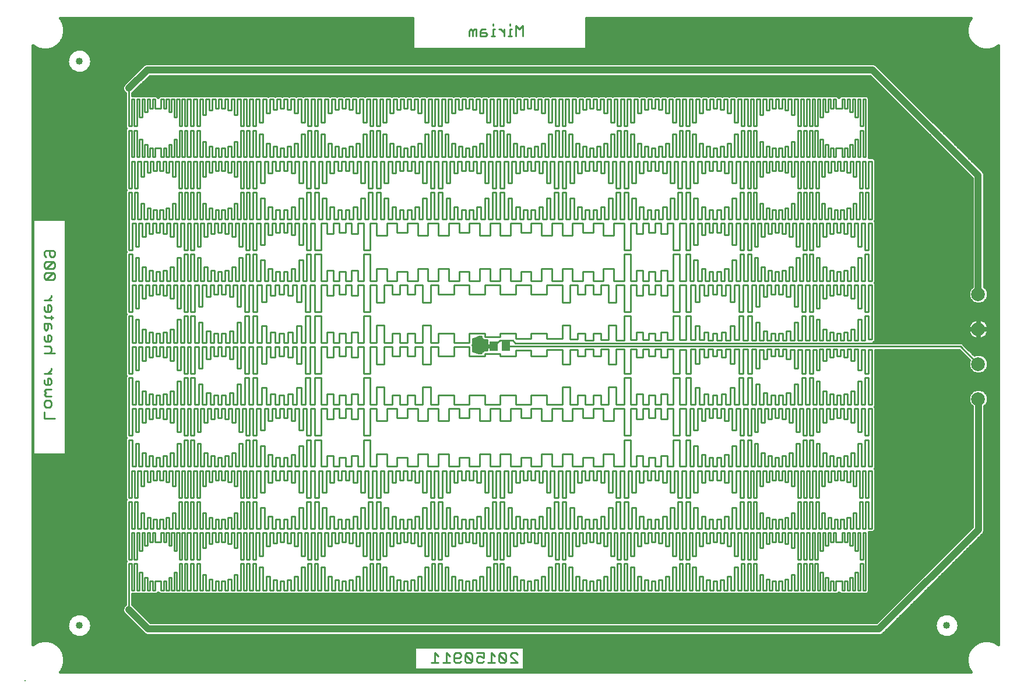
<source format=gbl>
G75*
%MOIN*%
%OFA0B0*%
%FSLAX25Y25*%
%IPPOS*%
%LPD*%
%AMOC8*
5,1,8,0,0,1.08239X$1,22.5*
%
%ADD10C,0.01100*%
%ADD11C,0.00000*%
%ADD12C,0.04000*%
%ADD13R,0.04650X0.05425*%
%ADD14C,0.07874*%
%ADD15C,0.01600*%
%ADD16C,0.01000*%
%ADD17C,0.04000*%
D10*
X0065429Y0194504D02*
X0065429Y0198441D01*
X0066413Y0200950D02*
X0065429Y0201934D01*
X0065429Y0203902D01*
X0066413Y0204887D01*
X0068381Y0204887D01*
X0069365Y0203902D01*
X0069365Y0201934D01*
X0068381Y0200950D01*
X0066413Y0200950D01*
X0066413Y0207395D02*
X0065429Y0208379D01*
X0066413Y0209364D01*
X0065429Y0210348D01*
X0066413Y0211332D01*
X0069365Y0211332D01*
X0068381Y0213841D02*
X0069365Y0214825D01*
X0069365Y0216793D01*
X0068381Y0217778D01*
X0067397Y0217778D01*
X0067397Y0213841D01*
X0066413Y0213841D02*
X0068381Y0213841D01*
X0066413Y0213841D02*
X0065429Y0214825D01*
X0065429Y0216793D01*
X0065429Y0220286D02*
X0069365Y0220286D01*
X0067397Y0220286D02*
X0069365Y0222255D01*
X0069365Y0223239D01*
X0068381Y0232103D02*
X0069365Y0233087D01*
X0069365Y0235056D01*
X0068381Y0236040D01*
X0065429Y0236040D01*
X0066413Y0238549D02*
X0065429Y0239533D01*
X0065429Y0241501D01*
X0067397Y0242485D02*
X0067397Y0238549D01*
X0066413Y0238549D02*
X0068381Y0238549D01*
X0069365Y0239533D01*
X0069365Y0241501D01*
X0068381Y0242485D01*
X0067397Y0242485D01*
X0066413Y0244994D02*
X0067397Y0245978D01*
X0067397Y0248931D01*
X0068381Y0248931D02*
X0065429Y0248931D01*
X0065429Y0245978D01*
X0066413Y0244994D01*
X0069365Y0245978D02*
X0069365Y0247947D01*
X0068381Y0248931D01*
X0069365Y0251440D02*
X0069365Y0253408D01*
X0070350Y0252424D02*
X0066413Y0252424D01*
X0065429Y0253408D01*
X0066413Y0255737D02*
X0065429Y0256721D01*
X0065429Y0258689D01*
X0067397Y0259673D02*
X0067397Y0255737D01*
X0066413Y0255737D02*
X0068381Y0255737D01*
X0069365Y0256721D01*
X0069365Y0258689D01*
X0068381Y0259673D01*
X0067397Y0259673D01*
X0067397Y0262182D02*
X0069365Y0264150D01*
X0069365Y0265135D01*
X0069365Y0262182D02*
X0065429Y0262182D01*
X0066413Y0273999D02*
X0065429Y0274983D01*
X0065429Y0276951D01*
X0066413Y0277935D01*
X0070350Y0277935D01*
X0066413Y0273999D01*
X0070350Y0273999D01*
X0071334Y0274983D01*
X0071334Y0276951D01*
X0070350Y0277935D01*
X0070350Y0280444D02*
X0071334Y0281428D01*
X0071334Y0283397D01*
X0070350Y0284381D01*
X0066413Y0280444D01*
X0065429Y0281428D01*
X0065429Y0283397D01*
X0066413Y0284381D01*
X0070350Y0284381D01*
X0070350Y0286890D02*
X0069365Y0286890D01*
X0068381Y0287874D01*
X0068381Y0290826D01*
X0066413Y0290826D02*
X0070350Y0290826D01*
X0071334Y0289842D01*
X0071334Y0287874D01*
X0070350Y0286890D01*
X0066413Y0286890D02*
X0065429Y0287874D01*
X0065429Y0289842D01*
X0066413Y0290826D01*
X0066413Y0280444D02*
X0070350Y0280444D01*
X0071334Y0232103D02*
X0065429Y0232103D01*
X0066413Y0207395D02*
X0069365Y0207395D01*
X0071334Y0194504D02*
X0065429Y0194504D01*
X0288761Y0060742D02*
X0288761Y0054837D01*
X0290729Y0054837D02*
X0286792Y0054837D01*
X0290729Y0058774D02*
X0288761Y0060742D01*
X0295206Y0060742D02*
X0297175Y0058774D01*
X0299683Y0057790D02*
X0302636Y0057790D01*
X0303620Y0058774D01*
X0303620Y0059758D01*
X0302636Y0060742D01*
X0300668Y0060742D01*
X0299683Y0059758D01*
X0299683Y0055822D01*
X0300668Y0054837D01*
X0302636Y0054837D01*
X0303620Y0055822D01*
X0306129Y0055822D02*
X0307113Y0054837D01*
X0309081Y0054837D01*
X0310066Y0055822D01*
X0306129Y0059758D01*
X0306129Y0055822D01*
X0306129Y0059758D02*
X0307113Y0060742D01*
X0309081Y0060742D01*
X0310066Y0059758D01*
X0310066Y0055822D01*
X0312574Y0055822D02*
X0313559Y0054837D01*
X0315527Y0054837D01*
X0316511Y0055822D01*
X0316511Y0057790D02*
X0314543Y0058774D01*
X0313559Y0058774D01*
X0312574Y0057790D01*
X0312574Y0055822D01*
X0316511Y0057790D02*
X0316511Y0060742D01*
X0312574Y0060742D01*
X0320988Y0060742D02*
X0322957Y0058774D01*
X0325465Y0059758D02*
X0326450Y0060742D01*
X0328418Y0060742D01*
X0329402Y0059758D01*
X0329402Y0055822D01*
X0325465Y0059758D01*
X0325465Y0055822D01*
X0326450Y0054837D01*
X0328418Y0054837D01*
X0329402Y0055822D01*
X0331911Y0054837D02*
X0335848Y0054837D01*
X0331911Y0058774D01*
X0331911Y0059758D01*
X0332895Y0060742D01*
X0334863Y0060742D01*
X0335848Y0059758D01*
X0322957Y0054837D02*
X0319020Y0054837D01*
X0320988Y0054837D02*
X0320988Y0060742D01*
X0297175Y0054837D02*
X0293238Y0054837D01*
X0295206Y0054837D02*
X0295206Y0060742D01*
X0308299Y0413350D02*
X0308299Y0416303D01*
X0309283Y0417287D01*
X0310267Y0416303D01*
X0310267Y0413350D01*
X0312236Y0413350D02*
X0312236Y0417287D01*
X0311252Y0417287D01*
X0310267Y0416303D01*
X0314745Y0416303D02*
X0314745Y0413350D01*
X0317697Y0413350D01*
X0318681Y0414334D01*
X0317697Y0415318D01*
X0314745Y0415318D01*
X0314745Y0416303D02*
X0315729Y0417287D01*
X0317697Y0417287D01*
X0321994Y0417287D02*
X0321994Y0413350D01*
X0322978Y0413350D02*
X0321010Y0413350D01*
X0321994Y0417287D02*
X0322978Y0417287D01*
X0321994Y0419255D02*
X0321994Y0420239D01*
X0325397Y0417287D02*
X0326381Y0417287D01*
X0328349Y0415318D01*
X0328349Y0413350D02*
X0328349Y0417287D01*
X0331662Y0417287D02*
X0331662Y0413350D01*
X0332646Y0413350D02*
X0330678Y0413350D01*
X0331662Y0417287D02*
X0332646Y0417287D01*
X0331662Y0419255D02*
X0331662Y0420239D01*
X0335155Y0419255D02*
X0335155Y0413350D01*
X0339092Y0413350D02*
X0339092Y0419255D01*
X0337124Y0417287D01*
X0335155Y0419255D01*
D11*
X0053944Y0044867D02*
X0053946Y0044872D01*
X0053950Y0044876D01*
X0053955Y0044877D01*
X0053961Y0044875D01*
X0053964Y0044870D01*
X0053964Y0044864D01*
X0053961Y0044859D01*
X0053955Y0044857D01*
X0053950Y0044858D01*
X0053946Y0044862D01*
X0053944Y0044867D01*
X0053944Y0044902D02*
X0053946Y0044907D01*
X0053950Y0044911D01*
X0053955Y0044912D01*
X0053961Y0044910D01*
X0053964Y0044905D01*
X0053964Y0044899D01*
X0053961Y0044894D01*
X0053955Y0044892D01*
X0053950Y0044893D01*
X0053946Y0044897D01*
X0053944Y0044902D01*
X0053944Y0044937D02*
X0053946Y0044942D01*
X0053950Y0044946D01*
X0053955Y0044947D01*
X0053961Y0044945D01*
X0053964Y0044940D01*
X0053964Y0044934D01*
X0053961Y0044929D01*
X0053955Y0044927D01*
X0053950Y0044928D01*
X0053946Y0044932D01*
X0053944Y0044937D01*
X0053944Y0044972D02*
X0053946Y0044977D01*
X0053950Y0044981D01*
X0053955Y0044982D01*
X0053961Y0044980D01*
X0053964Y0044975D01*
X0053964Y0044969D01*
X0053961Y0044964D01*
X0053955Y0044962D01*
X0053950Y0044963D01*
X0053946Y0044967D01*
X0053944Y0044972D01*
X0053944Y0045007D02*
X0053946Y0045012D01*
X0053950Y0045016D01*
X0053955Y0045017D01*
X0053961Y0045015D01*
X0053964Y0045010D01*
X0053964Y0045004D01*
X0053961Y0044999D01*
X0053955Y0044997D01*
X0053950Y0044998D01*
X0053946Y0045002D01*
X0053944Y0045007D01*
X0053944Y0045042D02*
X0053946Y0045047D01*
X0053950Y0045051D01*
X0053955Y0045052D01*
X0053961Y0045050D01*
X0053964Y0045045D01*
X0053964Y0045039D01*
X0053961Y0045034D01*
X0053955Y0045032D01*
X0053950Y0045033D01*
X0053946Y0045037D01*
X0053944Y0045042D01*
X0053979Y0045042D02*
X0053981Y0045047D01*
X0053985Y0045051D01*
X0053990Y0045052D01*
X0053996Y0045050D01*
X0053999Y0045045D01*
X0053999Y0045039D01*
X0053996Y0045034D01*
X0053990Y0045032D01*
X0053985Y0045033D01*
X0053981Y0045037D01*
X0053979Y0045042D01*
X0053979Y0045007D02*
X0053981Y0045012D01*
X0053985Y0045016D01*
X0053990Y0045017D01*
X0053996Y0045015D01*
X0053999Y0045010D01*
X0053999Y0045004D01*
X0053996Y0044999D01*
X0053990Y0044997D01*
X0053985Y0044998D01*
X0053981Y0045002D01*
X0053979Y0045007D01*
X0053979Y0044972D02*
X0053981Y0044977D01*
X0053985Y0044981D01*
X0053990Y0044982D01*
X0053996Y0044980D01*
X0053999Y0044975D01*
X0053999Y0044969D01*
X0053996Y0044964D01*
X0053990Y0044962D01*
X0053985Y0044963D01*
X0053981Y0044967D01*
X0053979Y0044972D01*
X0053979Y0044937D02*
X0053981Y0044942D01*
X0053985Y0044946D01*
X0053990Y0044947D01*
X0053996Y0044945D01*
X0053999Y0044940D01*
X0053999Y0044934D01*
X0053996Y0044929D01*
X0053990Y0044927D01*
X0053985Y0044928D01*
X0053981Y0044932D01*
X0053979Y0044937D01*
X0053979Y0044902D02*
X0053981Y0044907D01*
X0053985Y0044911D01*
X0053990Y0044912D01*
X0053996Y0044910D01*
X0053999Y0044905D01*
X0053999Y0044899D01*
X0053996Y0044894D01*
X0053990Y0044892D01*
X0053985Y0044893D01*
X0053981Y0044897D01*
X0053979Y0044902D01*
X0053979Y0044867D02*
X0053981Y0044872D01*
X0053985Y0044876D01*
X0053990Y0044877D01*
X0053996Y0044875D01*
X0053999Y0044870D01*
X0053999Y0044864D01*
X0053996Y0044859D01*
X0053990Y0044857D01*
X0053985Y0044858D01*
X0053981Y0044862D01*
X0053979Y0044867D01*
X0053979Y0044832D02*
X0053981Y0044837D01*
X0053985Y0044841D01*
X0053990Y0044842D01*
X0053996Y0044840D01*
X0053999Y0044835D01*
X0053999Y0044829D01*
X0053996Y0044824D01*
X0053990Y0044822D01*
X0053985Y0044823D01*
X0053981Y0044827D01*
X0053979Y0044832D01*
X0054014Y0044832D02*
X0054016Y0044837D01*
X0054020Y0044841D01*
X0054025Y0044842D01*
X0054031Y0044840D01*
X0054034Y0044835D01*
X0054034Y0044829D01*
X0054031Y0044824D01*
X0054025Y0044822D01*
X0054020Y0044823D01*
X0054016Y0044827D01*
X0054014Y0044832D01*
X0054014Y0044867D02*
X0054016Y0044872D01*
X0054020Y0044876D01*
X0054025Y0044877D01*
X0054031Y0044875D01*
X0054034Y0044870D01*
X0054034Y0044864D01*
X0054031Y0044859D01*
X0054025Y0044857D01*
X0054020Y0044858D01*
X0054016Y0044862D01*
X0054014Y0044867D01*
X0054014Y0044902D02*
X0054016Y0044907D01*
X0054020Y0044911D01*
X0054025Y0044912D01*
X0054031Y0044910D01*
X0054034Y0044905D01*
X0054034Y0044899D01*
X0054031Y0044894D01*
X0054025Y0044892D01*
X0054020Y0044893D01*
X0054016Y0044897D01*
X0054014Y0044902D01*
X0054014Y0044937D02*
X0054016Y0044942D01*
X0054020Y0044946D01*
X0054025Y0044947D01*
X0054031Y0044945D01*
X0054034Y0044940D01*
X0054034Y0044934D01*
X0054031Y0044929D01*
X0054025Y0044927D01*
X0054020Y0044928D01*
X0054016Y0044932D01*
X0054014Y0044937D01*
X0054014Y0044972D02*
X0054016Y0044977D01*
X0054020Y0044981D01*
X0054025Y0044982D01*
X0054031Y0044980D01*
X0054034Y0044975D01*
X0054034Y0044969D01*
X0054031Y0044964D01*
X0054025Y0044962D01*
X0054020Y0044963D01*
X0054016Y0044967D01*
X0054014Y0044972D01*
X0054014Y0045007D02*
X0054016Y0045012D01*
X0054020Y0045016D01*
X0054025Y0045017D01*
X0054031Y0045015D01*
X0054034Y0045010D01*
X0054034Y0045004D01*
X0054031Y0044999D01*
X0054025Y0044997D01*
X0054020Y0044998D01*
X0054016Y0045002D01*
X0054014Y0045007D01*
X0054014Y0045042D02*
X0054016Y0045047D01*
X0054020Y0045051D01*
X0054025Y0045052D01*
X0054031Y0045050D01*
X0054034Y0045045D01*
X0054034Y0045039D01*
X0054031Y0045034D01*
X0054025Y0045032D01*
X0054020Y0045033D01*
X0054016Y0045037D01*
X0054014Y0045042D01*
X0054014Y0045077D02*
X0054016Y0045082D01*
X0054020Y0045086D01*
X0054025Y0045087D01*
X0054031Y0045085D01*
X0054034Y0045080D01*
X0054034Y0045074D01*
X0054031Y0045069D01*
X0054025Y0045067D01*
X0054020Y0045068D01*
X0054016Y0045072D01*
X0054014Y0045077D01*
X0054049Y0045077D02*
X0054051Y0045082D01*
X0054055Y0045086D01*
X0054060Y0045087D01*
X0054066Y0045085D01*
X0054069Y0045080D01*
X0054069Y0045074D01*
X0054066Y0045069D01*
X0054060Y0045067D01*
X0054055Y0045068D01*
X0054051Y0045072D01*
X0054049Y0045077D01*
X0054049Y0045042D02*
X0054051Y0045047D01*
X0054055Y0045051D01*
X0054060Y0045052D01*
X0054066Y0045050D01*
X0054069Y0045045D01*
X0054069Y0045039D01*
X0054066Y0045034D01*
X0054060Y0045032D01*
X0054055Y0045033D01*
X0054051Y0045037D01*
X0054049Y0045042D01*
X0054049Y0045007D02*
X0054051Y0045012D01*
X0054055Y0045016D01*
X0054060Y0045017D01*
X0054066Y0045015D01*
X0054069Y0045010D01*
X0054069Y0045004D01*
X0054066Y0044999D01*
X0054060Y0044997D01*
X0054055Y0044998D01*
X0054051Y0045002D01*
X0054049Y0045007D01*
X0054049Y0044972D02*
X0054051Y0044977D01*
X0054055Y0044981D01*
X0054060Y0044982D01*
X0054066Y0044980D01*
X0054069Y0044975D01*
X0054069Y0044969D01*
X0054066Y0044964D01*
X0054060Y0044962D01*
X0054055Y0044963D01*
X0054051Y0044967D01*
X0054049Y0044972D01*
X0054049Y0044937D02*
X0054051Y0044942D01*
X0054055Y0044946D01*
X0054060Y0044947D01*
X0054066Y0044945D01*
X0054069Y0044940D01*
X0054069Y0044934D01*
X0054066Y0044929D01*
X0054060Y0044927D01*
X0054055Y0044928D01*
X0054051Y0044932D01*
X0054049Y0044937D01*
X0054049Y0044902D02*
X0054051Y0044907D01*
X0054055Y0044911D01*
X0054060Y0044912D01*
X0054066Y0044910D01*
X0054069Y0044905D01*
X0054069Y0044899D01*
X0054066Y0044894D01*
X0054060Y0044892D01*
X0054055Y0044893D01*
X0054051Y0044897D01*
X0054049Y0044902D01*
X0054049Y0044867D02*
X0054051Y0044872D01*
X0054055Y0044876D01*
X0054060Y0044877D01*
X0054066Y0044875D01*
X0054069Y0044870D01*
X0054069Y0044864D01*
X0054066Y0044859D01*
X0054060Y0044857D01*
X0054055Y0044858D01*
X0054051Y0044862D01*
X0054049Y0044867D01*
X0054049Y0044832D02*
X0054051Y0044837D01*
X0054055Y0044841D01*
X0054060Y0044842D01*
X0054066Y0044840D01*
X0054069Y0044835D01*
X0054069Y0044829D01*
X0054066Y0044824D01*
X0054060Y0044822D01*
X0054055Y0044823D01*
X0054051Y0044827D01*
X0054049Y0044832D01*
X0054084Y0044832D02*
X0054086Y0044837D01*
X0054090Y0044841D01*
X0054095Y0044842D01*
X0054101Y0044840D01*
X0054104Y0044835D01*
X0054104Y0044829D01*
X0054101Y0044824D01*
X0054095Y0044822D01*
X0054090Y0044823D01*
X0054086Y0044827D01*
X0054084Y0044832D01*
X0054084Y0044867D02*
X0054086Y0044872D01*
X0054090Y0044876D01*
X0054095Y0044877D01*
X0054101Y0044875D01*
X0054104Y0044870D01*
X0054104Y0044864D01*
X0054101Y0044859D01*
X0054095Y0044857D01*
X0054090Y0044858D01*
X0054086Y0044862D01*
X0054084Y0044867D01*
X0054084Y0044902D02*
X0054086Y0044907D01*
X0054090Y0044911D01*
X0054095Y0044912D01*
X0054101Y0044910D01*
X0054104Y0044905D01*
X0054104Y0044899D01*
X0054101Y0044894D01*
X0054095Y0044892D01*
X0054090Y0044893D01*
X0054086Y0044897D01*
X0054084Y0044902D01*
X0054084Y0044937D02*
X0054086Y0044942D01*
X0054090Y0044946D01*
X0054095Y0044947D01*
X0054101Y0044945D01*
X0054104Y0044940D01*
X0054104Y0044934D01*
X0054101Y0044929D01*
X0054095Y0044927D01*
X0054090Y0044928D01*
X0054086Y0044932D01*
X0054084Y0044937D01*
X0054084Y0044972D02*
X0054086Y0044977D01*
X0054090Y0044981D01*
X0054095Y0044982D01*
X0054101Y0044980D01*
X0054104Y0044975D01*
X0054104Y0044969D01*
X0054101Y0044964D01*
X0054095Y0044962D01*
X0054090Y0044963D01*
X0054086Y0044967D01*
X0054084Y0044972D01*
X0054084Y0045007D02*
X0054086Y0045012D01*
X0054090Y0045016D01*
X0054095Y0045017D01*
X0054101Y0045015D01*
X0054104Y0045010D01*
X0054104Y0045004D01*
X0054101Y0044999D01*
X0054095Y0044997D01*
X0054090Y0044998D01*
X0054086Y0045002D01*
X0054084Y0045007D01*
X0054084Y0045042D02*
X0054086Y0045047D01*
X0054090Y0045051D01*
X0054095Y0045052D01*
X0054101Y0045050D01*
X0054104Y0045045D01*
X0054104Y0045039D01*
X0054101Y0045034D01*
X0054095Y0045032D01*
X0054090Y0045033D01*
X0054086Y0045037D01*
X0054084Y0045042D01*
X0054084Y0045077D02*
X0054086Y0045082D01*
X0054090Y0045086D01*
X0054095Y0045087D01*
X0054101Y0045085D01*
X0054104Y0045080D01*
X0054104Y0045074D01*
X0054101Y0045069D01*
X0054095Y0045067D01*
X0054090Y0045068D01*
X0054086Y0045072D01*
X0054084Y0045077D01*
X0054119Y0045077D02*
X0054121Y0045082D01*
X0054125Y0045086D01*
X0054130Y0045087D01*
X0054136Y0045085D01*
X0054139Y0045080D01*
X0054139Y0045074D01*
X0054136Y0045069D01*
X0054130Y0045067D01*
X0054125Y0045068D01*
X0054121Y0045072D01*
X0054119Y0045077D01*
X0054119Y0045042D02*
X0054121Y0045047D01*
X0054125Y0045051D01*
X0054130Y0045052D01*
X0054136Y0045050D01*
X0054139Y0045045D01*
X0054139Y0045039D01*
X0054136Y0045034D01*
X0054130Y0045032D01*
X0054125Y0045033D01*
X0054121Y0045037D01*
X0054119Y0045042D01*
X0054119Y0045007D02*
X0054121Y0045012D01*
X0054125Y0045016D01*
X0054130Y0045017D01*
X0054136Y0045015D01*
X0054139Y0045010D01*
X0054139Y0045004D01*
X0054136Y0044999D01*
X0054130Y0044997D01*
X0054125Y0044998D01*
X0054121Y0045002D01*
X0054119Y0045007D01*
X0054119Y0044972D02*
X0054121Y0044977D01*
X0054125Y0044981D01*
X0054130Y0044982D01*
X0054136Y0044980D01*
X0054139Y0044975D01*
X0054139Y0044969D01*
X0054136Y0044964D01*
X0054130Y0044962D01*
X0054125Y0044963D01*
X0054121Y0044967D01*
X0054119Y0044972D01*
X0054119Y0044937D02*
X0054121Y0044942D01*
X0054125Y0044946D01*
X0054130Y0044947D01*
X0054136Y0044945D01*
X0054139Y0044940D01*
X0054139Y0044934D01*
X0054136Y0044929D01*
X0054130Y0044927D01*
X0054125Y0044928D01*
X0054121Y0044932D01*
X0054119Y0044937D01*
X0054119Y0044902D02*
X0054121Y0044907D01*
X0054125Y0044911D01*
X0054130Y0044912D01*
X0054136Y0044910D01*
X0054139Y0044905D01*
X0054139Y0044899D01*
X0054136Y0044894D01*
X0054130Y0044892D01*
X0054125Y0044893D01*
X0054121Y0044897D01*
X0054119Y0044902D01*
X0054119Y0044867D02*
X0054121Y0044872D01*
X0054125Y0044876D01*
X0054130Y0044877D01*
X0054136Y0044875D01*
X0054139Y0044870D01*
X0054139Y0044864D01*
X0054136Y0044859D01*
X0054130Y0044857D01*
X0054125Y0044858D01*
X0054121Y0044862D01*
X0054119Y0044867D01*
X0054119Y0044832D02*
X0054121Y0044837D01*
X0054125Y0044841D01*
X0054130Y0044842D01*
X0054136Y0044840D01*
X0054139Y0044835D01*
X0054139Y0044829D01*
X0054136Y0044824D01*
X0054130Y0044822D01*
X0054125Y0044823D01*
X0054121Y0044827D01*
X0054119Y0044832D01*
X0054154Y0044832D02*
X0054156Y0044837D01*
X0054160Y0044841D01*
X0054165Y0044842D01*
X0054171Y0044840D01*
X0054174Y0044835D01*
X0054174Y0044829D01*
X0054171Y0044824D01*
X0054165Y0044822D01*
X0054160Y0044823D01*
X0054156Y0044827D01*
X0054154Y0044832D01*
X0054154Y0044867D02*
X0054156Y0044872D01*
X0054160Y0044876D01*
X0054165Y0044877D01*
X0054171Y0044875D01*
X0054174Y0044870D01*
X0054174Y0044864D01*
X0054171Y0044859D01*
X0054165Y0044857D01*
X0054160Y0044858D01*
X0054156Y0044862D01*
X0054154Y0044867D01*
X0054154Y0044902D02*
X0054156Y0044907D01*
X0054160Y0044911D01*
X0054165Y0044912D01*
X0054171Y0044910D01*
X0054174Y0044905D01*
X0054174Y0044899D01*
X0054171Y0044894D01*
X0054165Y0044892D01*
X0054160Y0044893D01*
X0054156Y0044897D01*
X0054154Y0044902D01*
X0054154Y0044937D02*
X0054156Y0044942D01*
X0054160Y0044946D01*
X0054165Y0044947D01*
X0054171Y0044945D01*
X0054174Y0044940D01*
X0054174Y0044934D01*
X0054171Y0044929D01*
X0054165Y0044927D01*
X0054160Y0044928D01*
X0054156Y0044932D01*
X0054154Y0044937D01*
X0054154Y0044972D02*
X0054156Y0044977D01*
X0054160Y0044981D01*
X0054165Y0044982D01*
X0054171Y0044980D01*
X0054174Y0044975D01*
X0054174Y0044969D01*
X0054171Y0044964D01*
X0054165Y0044962D01*
X0054160Y0044963D01*
X0054156Y0044967D01*
X0054154Y0044972D01*
X0054154Y0045007D02*
X0054156Y0045012D01*
X0054160Y0045016D01*
X0054165Y0045017D01*
X0054171Y0045015D01*
X0054174Y0045010D01*
X0054174Y0045004D01*
X0054171Y0044999D01*
X0054165Y0044997D01*
X0054160Y0044998D01*
X0054156Y0045002D01*
X0054154Y0045007D01*
X0054154Y0045042D02*
X0054156Y0045047D01*
X0054160Y0045051D01*
X0054165Y0045052D01*
X0054171Y0045050D01*
X0054174Y0045045D01*
X0054174Y0045039D01*
X0054171Y0045034D01*
X0054165Y0045032D01*
X0054160Y0045033D01*
X0054156Y0045037D01*
X0054154Y0045042D01*
X0054154Y0045077D02*
X0054156Y0045082D01*
X0054160Y0045086D01*
X0054165Y0045087D01*
X0054171Y0045085D01*
X0054174Y0045080D01*
X0054174Y0045074D01*
X0054171Y0045069D01*
X0054165Y0045067D01*
X0054160Y0045068D01*
X0054156Y0045072D01*
X0054154Y0045077D01*
X0054189Y0045077D02*
X0054191Y0045082D01*
X0054195Y0045086D01*
X0054200Y0045087D01*
X0054206Y0045085D01*
X0054209Y0045080D01*
X0054209Y0045074D01*
X0054206Y0045069D01*
X0054200Y0045067D01*
X0054195Y0045068D01*
X0054191Y0045072D01*
X0054189Y0045077D01*
X0054189Y0045042D02*
X0054191Y0045047D01*
X0054195Y0045051D01*
X0054200Y0045052D01*
X0054206Y0045050D01*
X0054209Y0045045D01*
X0054209Y0045039D01*
X0054206Y0045034D01*
X0054200Y0045032D01*
X0054195Y0045033D01*
X0054191Y0045037D01*
X0054189Y0045042D01*
X0054189Y0045007D02*
X0054191Y0045012D01*
X0054195Y0045016D01*
X0054200Y0045017D01*
X0054206Y0045015D01*
X0054209Y0045010D01*
X0054209Y0045004D01*
X0054206Y0044999D01*
X0054200Y0044997D01*
X0054195Y0044998D01*
X0054191Y0045002D01*
X0054189Y0045007D01*
X0054189Y0044972D02*
X0054191Y0044977D01*
X0054195Y0044981D01*
X0054200Y0044982D01*
X0054206Y0044980D01*
X0054209Y0044975D01*
X0054209Y0044969D01*
X0054206Y0044964D01*
X0054200Y0044962D01*
X0054195Y0044963D01*
X0054191Y0044967D01*
X0054189Y0044972D01*
X0054189Y0044937D02*
X0054191Y0044942D01*
X0054195Y0044946D01*
X0054200Y0044947D01*
X0054206Y0044945D01*
X0054209Y0044940D01*
X0054209Y0044934D01*
X0054206Y0044929D01*
X0054200Y0044927D01*
X0054195Y0044928D01*
X0054191Y0044932D01*
X0054189Y0044937D01*
X0054189Y0044902D02*
X0054191Y0044907D01*
X0054195Y0044911D01*
X0054200Y0044912D01*
X0054206Y0044910D01*
X0054209Y0044905D01*
X0054209Y0044899D01*
X0054206Y0044894D01*
X0054200Y0044892D01*
X0054195Y0044893D01*
X0054191Y0044897D01*
X0054189Y0044902D01*
X0054189Y0044867D02*
X0054191Y0044872D01*
X0054195Y0044876D01*
X0054200Y0044877D01*
X0054206Y0044875D01*
X0054209Y0044870D01*
X0054209Y0044864D01*
X0054206Y0044859D01*
X0054200Y0044857D01*
X0054195Y0044858D01*
X0054191Y0044862D01*
X0054189Y0044867D01*
X0054189Y0044832D02*
X0054191Y0044837D01*
X0054195Y0044841D01*
X0054200Y0044842D01*
X0054206Y0044840D01*
X0054209Y0044835D01*
X0054209Y0044829D01*
X0054206Y0044824D01*
X0054200Y0044822D01*
X0054195Y0044823D01*
X0054191Y0044827D01*
X0054189Y0044832D01*
X0054224Y0044832D02*
X0054226Y0044837D01*
X0054230Y0044841D01*
X0054235Y0044842D01*
X0054241Y0044840D01*
X0054244Y0044835D01*
X0054244Y0044829D01*
X0054241Y0044824D01*
X0054235Y0044822D01*
X0054230Y0044823D01*
X0054226Y0044827D01*
X0054224Y0044832D01*
X0054224Y0044867D02*
X0054226Y0044872D01*
X0054230Y0044876D01*
X0054235Y0044877D01*
X0054241Y0044875D01*
X0054244Y0044870D01*
X0054244Y0044864D01*
X0054241Y0044859D01*
X0054235Y0044857D01*
X0054230Y0044858D01*
X0054226Y0044862D01*
X0054224Y0044867D01*
X0054224Y0044902D02*
X0054226Y0044907D01*
X0054230Y0044911D01*
X0054235Y0044912D01*
X0054241Y0044910D01*
X0054244Y0044905D01*
X0054244Y0044899D01*
X0054241Y0044894D01*
X0054235Y0044892D01*
X0054230Y0044893D01*
X0054226Y0044897D01*
X0054224Y0044902D01*
X0054224Y0044937D02*
X0054226Y0044942D01*
X0054230Y0044946D01*
X0054235Y0044947D01*
X0054241Y0044945D01*
X0054244Y0044940D01*
X0054244Y0044934D01*
X0054241Y0044929D01*
X0054235Y0044927D01*
X0054230Y0044928D01*
X0054226Y0044932D01*
X0054224Y0044937D01*
X0054224Y0044972D02*
X0054226Y0044977D01*
X0054230Y0044981D01*
X0054235Y0044982D01*
X0054241Y0044980D01*
X0054244Y0044975D01*
X0054244Y0044969D01*
X0054241Y0044964D01*
X0054235Y0044962D01*
X0054230Y0044963D01*
X0054226Y0044967D01*
X0054224Y0044972D01*
X0054224Y0045007D02*
X0054226Y0045012D01*
X0054230Y0045016D01*
X0054235Y0045017D01*
X0054241Y0045015D01*
X0054244Y0045010D01*
X0054244Y0045004D01*
X0054241Y0044999D01*
X0054235Y0044997D01*
X0054230Y0044998D01*
X0054226Y0045002D01*
X0054224Y0045007D01*
X0054224Y0045042D02*
X0054226Y0045047D01*
X0054230Y0045051D01*
X0054235Y0045052D01*
X0054241Y0045050D01*
X0054244Y0045045D01*
X0054244Y0045039D01*
X0054241Y0045034D01*
X0054235Y0045032D01*
X0054230Y0045033D01*
X0054226Y0045037D01*
X0054224Y0045042D01*
X0054224Y0045077D02*
X0054226Y0045082D01*
X0054230Y0045086D01*
X0054235Y0045087D01*
X0054241Y0045085D01*
X0054244Y0045080D01*
X0054244Y0045074D01*
X0054241Y0045069D01*
X0054235Y0045067D01*
X0054230Y0045068D01*
X0054226Y0045072D01*
X0054224Y0045077D01*
X0054259Y0045077D02*
X0054261Y0045082D01*
X0054265Y0045086D01*
X0054270Y0045087D01*
X0054276Y0045085D01*
X0054279Y0045080D01*
X0054279Y0045074D01*
X0054276Y0045069D01*
X0054270Y0045067D01*
X0054265Y0045068D01*
X0054261Y0045072D01*
X0054259Y0045077D01*
X0054259Y0045042D02*
X0054261Y0045047D01*
X0054265Y0045051D01*
X0054270Y0045052D01*
X0054276Y0045050D01*
X0054279Y0045045D01*
X0054279Y0045039D01*
X0054276Y0045034D01*
X0054270Y0045032D01*
X0054265Y0045033D01*
X0054261Y0045037D01*
X0054259Y0045042D01*
X0054259Y0045007D02*
X0054261Y0045012D01*
X0054265Y0045016D01*
X0054270Y0045017D01*
X0054276Y0045015D01*
X0054279Y0045010D01*
X0054279Y0045004D01*
X0054276Y0044999D01*
X0054270Y0044997D01*
X0054265Y0044998D01*
X0054261Y0045002D01*
X0054259Y0045007D01*
X0054259Y0044972D02*
X0054261Y0044977D01*
X0054265Y0044981D01*
X0054270Y0044982D01*
X0054276Y0044980D01*
X0054279Y0044975D01*
X0054279Y0044969D01*
X0054276Y0044964D01*
X0054270Y0044962D01*
X0054265Y0044963D01*
X0054261Y0044967D01*
X0054259Y0044972D01*
X0054259Y0044937D02*
X0054261Y0044942D01*
X0054265Y0044946D01*
X0054270Y0044947D01*
X0054276Y0044945D01*
X0054279Y0044940D01*
X0054279Y0044934D01*
X0054276Y0044929D01*
X0054270Y0044927D01*
X0054265Y0044928D01*
X0054261Y0044932D01*
X0054259Y0044937D01*
X0054259Y0044902D02*
X0054261Y0044907D01*
X0054265Y0044911D01*
X0054270Y0044912D01*
X0054276Y0044910D01*
X0054279Y0044905D01*
X0054279Y0044899D01*
X0054276Y0044894D01*
X0054270Y0044892D01*
X0054265Y0044893D01*
X0054261Y0044897D01*
X0054259Y0044902D01*
X0054259Y0044867D02*
X0054261Y0044872D01*
X0054265Y0044876D01*
X0054270Y0044877D01*
X0054276Y0044875D01*
X0054279Y0044870D01*
X0054279Y0044864D01*
X0054276Y0044859D01*
X0054270Y0044857D01*
X0054265Y0044858D01*
X0054261Y0044862D01*
X0054259Y0044867D01*
X0054259Y0044832D02*
X0054261Y0044837D01*
X0054265Y0044841D01*
X0054270Y0044842D01*
X0054276Y0044840D01*
X0054279Y0044835D01*
X0054279Y0044829D01*
X0054276Y0044824D01*
X0054270Y0044822D01*
X0054265Y0044823D01*
X0054261Y0044827D01*
X0054259Y0044832D01*
X0054294Y0044832D02*
X0054296Y0044837D01*
X0054300Y0044841D01*
X0054305Y0044842D01*
X0054311Y0044840D01*
X0054314Y0044835D01*
X0054314Y0044829D01*
X0054311Y0044824D01*
X0054305Y0044822D01*
X0054300Y0044823D01*
X0054296Y0044827D01*
X0054294Y0044832D01*
X0054294Y0044867D02*
X0054296Y0044872D01*
X0054300Y0044876D01*
X0054305Y0044877D01*
X0054311Y0044875D01*
X0054314Y0044870D01*
X0054314Y0044864D01*
X0054311Y0044859D01*
X0054305Y0044857D01*
X0054300Y0044858D01*
X0054296Y0044862D01*
X0054294Y0044867D01*
X0054294Y0044902D02*
X0054296Y0044907D01*
X0054300Y0044911D01*
X0054305Y0044912D01*
X0054311Y0044910D01*
X0054314Y0044905D01*
X0054314Y0044899D01*
X0054311Y0044894D01*
X0054305Y0044892D01*
X0054300Y0044893D01*
X0054296Y0044897D01*
X0054294Y0044902D01*
X0054294Y0044937D02*
X0054296Y0044942D01*
X0054300Y0044946D01*
X0054305Y0044947D01*
X0054311Y0044945D01*
X0054314Y0044940D01*
X0054314Y0044934D01*
X0054311Y0044929D01*
X0054305Y0044927D01*
X0054300Y0044928D01*
X0054296Y0044932D01*
X0054294Y0044937D01*
X0054294Y0044972D02*
X0054296Y0044977D01*
X0054300Y0044981D01*
X0054305Y0044982D01*
X0054311Y0044980D01*
X0054314Y0044975D01*
X0054314Y0044969D01*
X0054311Y0044964D01*
X0054305Y0044962D01*
X0054300Y0044963D01*
X0054296Y0044967D01*
X0054294Y0044972D01*
X0054294Y0045007D02*
X0054296Y0045012D01*
X0054300Y0045016D01*
X0054305Y0045017D01*
X0054311Y0045015D01*
X0054314Y0045010D01*
X0054314Y0045004D01*
X0054311Y0044999D01*
X0054305Y0044997D01*
X0054300Y0044998D01*
X0054296Y0045002D01*
X0054294Y0045007D01*
X0054294Y0045042D02*
X0054296Y0045047D01*
X0054300Y0045051D01*
X0054305Y0045052D01*
X0054311Y0045050D01*
X0054314Y0045045D01*
X0054314Y0045039D01*
X0054311Y0045034D01*
X0054305Y0045032D01*
X0054300Y0045033D01*
X0054296Y0045037D01*
X0054294Y0045042D01*
X0054294Y0045077D02*
X0054296Y0045082D01*
X0054300Y0045086D01*
X0054305Y0045087D01*
X0054311Y0045085D01*
X0054314Y0045080D01*
X0054314Y0045074D01*
X0054311Y0045069D01*
X0054305Y0045067D01*
X0054300Y0045068D01*
X0054296Y0045072D01*
X0054294Y0045077D01*
X0054329Y0045042D02*
X0054331Y0045047D01*
X0054335Y0045051D01*
X0054340Y0045052D01*
X0054346Y0045050D01*
X0054349Y0045045D01*
X0054349Y0045039D01*
X0054346Y0045034D01*
X0054340Y0045032D01*
X0054335Y0045033D01*
X0054331Y0045037D01*
X0054329Y0045042D01*
X0054329Y0045007D02*
X0054331Y0045012D01*
X0054335Y0045016D01*
X0054340Y0045017D01*
X0054346Y0045015D01*
X0054349Y0045010D01*
X0054349Y0045004D01*
X0054346Y0044999D01*
X0054340Y0044997D01*
X0054335Y0044998D01*
X0054331Y0045002D01*
X0054329Y0045007D01*
X0054329Y0044972D02*
X0054331Y0044977D01*
X0054335Y0044981D01*
X0054340Y0044982D01*
X0054346Y0044980D01*
X0054349Y0044975D01*
X0054349Y0044969D01*
X0054346Y0044964D01*
X0054340Y0044962D01*
X0054335Y0044963D01*
X0054331Y0044967D01*
X0054329Y0044972D01*
X0054329Y0044937D02*
X0054331Y0044942D01*
X0054335Y0044946D01*
X0054340Y0044947D01*
X0054346Y0044945D01*
X0054349Y0044940D01*
X0054349Y0044934D01*
X0054346Y0044929D01*
X0054340Y0044927D01*
X0054335Y0044928D01*
X0054331Y0044932D01*
X0054329Y0044937D01*
X0054329Y0044902D02*
X0054331Y0044907D01*
X0054335Y0044911D01*
X0054340Y0044912D01*
X0054346Y0044910D01*
X0054349Y0044905D01*
X0054349Y0044899D01*
X0054346Y0044894D01*
X0054340Y0044892D01*
X0054335Y0044893D01*
X0054331Y0044897D01*
X0054329Y0044902D01*
X0054329Y0044867D02*
X0054331Y0044872D01*
X0054335Y0044876D01*
X0054340Y0044877D01*
X0054346Y0044875D01*
X0054349Y0044870D01*
X0054349Y0044864D01*
X0054346Y0044859D01*
X0054340Y0044857D01*
X0054335Y0044858D01*
X0054331Y0044862D01*
X0054329Y0044867D01*
X0054329Y0044832D02*
X0054331Y0044837D01*
X0054335Y0044841D01*
X0054340Y0044842D01*
X0054346Y0044840D01*
X0054349Y0044835D01*
X0054349Y0044829D01*
X0054346Y0044824D01*
X0054340Y0044822D01*
X0054335Y0044823D01*
X0054331Y0044827D01*
X0054329Y0044832D01*
D12*
X0085394Y0076283D03*
X0085394Y0399118D03*
X0581457Y0076283D03*
D13*
X0329426Y0235909D03*
X0322339Y0235909D03*
D14*
X0599469Y0245826D03*
X0599469Y0225826D03*
X0599469Y0205826D03*
X0599469Y0265826D03*
D15*
X0604615Y0263783D02*
X0611106Y0263783D01*
X0611106Y0262185D02*
X0603658Y0262185D01*
X0604163Y0262690D02*
X0605005Y0264725D01*
X0605005Y0266928D01*
X0604163Y0268963D01*
X0603068Y0270057D01*
X0603068Y0334333D01*
X0602520Y0335656D01*
X0601508Y0336668D01*
X0541037Y0397139D01*
X0539714Y0397687D01*
X0123482Y0397687D01*
X0122158Y0397139D01*
X0121146Y0396127D01*
X0110646Y0385627D01*
X0110098Y0384303D01*
X0110098Y0382871D01*
X0110646Y0381548D01*
X0111598Y0380596D01*
X0111598Y0361018D01*
X0111928Y0360687D01*
X0111598Y0360357D01*
X0111598Y0325618D01*
X0111928Y0325287D01*
X0111598Y0324957D01*
X0111598Y0290218D01*
X0111928Y0289887D01*
X0111598Y0289557D01*
X0111598Y0254818D01*
X0111928Y0254487D01*
X0111598Y0254157D01*
X0111598Y0219418D01*
X0111928Y0219087D01*
X0111598Y0218757D01*
X0111598Y0184018D01*
X0111928Y0183687D01*
X0111598Y0183357D01*
X0111598Y0148618D01*
X0111928Y0148287D01*
X0111598Y0147957D01*
X0111598Y0113218D01*
X0111928Y0112887D01*
X0111598Y0112557D01*
X0111598Y0088279D01*
X0110646Y0087327D01*
X0110098Y0086003D01*
X0110098Y0084571D01*
X0110646Y0083248D01*
X0121546Y0072348D01*
X0122558Y0071335D01*
X0123882Y0070787D01*
X0543514Y0070787D01*
X0544837Y0071335D01*
X0601537Y0128035D01*
X0602550Y0129048D01*
X0603098Y0130371D01*
X0603098Y0201625D01*
X0604163Y0202690D01*
X0605005Y0204725D01*
X0605005Y0206928D01*
X0604163Y0208963D01*
X0602605Y0210520D01*
X0600570Y0211363D01*
X0598367Y0211363D01*
X0596332Y0210520D01*
X0594774Y0208963D01*
X0593931Y0206928D01*
X0593931Y0204725D01*
X0594774Y0202690D01*
X0595898Y0201567D01*
X0595898Y0132579D01*
X0541306Y0077987D01*
X0126089Y0077987D01*
X0115798Y0088279D01*
X0115798Y0094287D01*
X0129567Y0094287D01*
X0130398Y0095118D01*
X0131228Y0094287D01*
X0156867Y0094287D01*
X0156898Y0094318D01*
X0156928Y0094287D01*
X0160467Y0094287D01*
X0160498Y0094318D01*
X0160528Y0094287D01*
X0164067Y0094287D01*
X0164098Y0094318D01*
X0164128Y0094287D01*
X0167667Y0094287D01*
X0167698Y0094318D01*
X0167728Y0094287D01*
X0171267Y0094287D01*
X0171298Y0094318D01*
X0171328Y0094287D01*
X0174867Y0094287D01*
X0174898Y0094318D01*
X0174928Y0094287D01*
X0178467Y0094287D01*
X0178498Y0094318D01*
X0178528Y0094287D01*
X0185367Y0094287D01*
X0185448Y0094368D01*
X0185528Y0094287D01*
X0189167Y0094287D01*
X0189248Y0094368D01*
X0189328Y0094287D01*
X0193067Y0094287D01*
X0193198Y0094418D01*
X0193328Y0094287D01*
X0197067Y0094287D01*
X0197198Y0094418D01*
X0197328Y0094287D01*
X0201067Y0094287D01*
X0201198Y0094418D01*
X0201328Y0094287D01*
X0205067Y0094287D01*
X0205198Y0094418D01*
X0205328Y0094287D01*
X0209067Y0094287D01*
X0209198Y0094418D01*
X0209328Y0094287D01*
X0213067Y0094287D01*
X0213198Y0094418D01*
X0213328Y0094287D01*
X0216967Y0094287D01*
X0217048Y0094368D01*
X0217128Y0094287D01*
X0220767Y0094287D01*
X0220848Y0094368D01*
X0220928Y0094287D01*
X0224567Y0094287D01*
X0224648Y0094368D01*
X0224728Y0094287D01*
X0228467Y0094287D01*
X0228598Y0094418D01*
X0228728Y0094287D01*
X0232467Y0094287D01*
X0232598Y0094418D01*
X0232728Y0094287D01*
X0236467Y0094287D01*
X0236598Y0094418D01*
X0236728Y0094287D01*
X0240467Y0094287D01*
X0240598Y0094418D01*
X0240728Y0094287D01*
X0244467Y0094287D01*
X0244598Y0094418D01*
X0244728Y0094287D01*
X0248467Y0094287D01*
X0248598Y0094418D01*
X0248728Y0094287D01*
X0252367Y0094287D01*
X0252448Y0094368D01*
X0252528Y0094287D01*
X0256167Y0094287D01*
X0256248Y0094368D01*
X0256328Y0094287D01*
X0259967Y0094287D01*
X0260048Y0094368D01*
X0260128Y0094287D01*
X0263867Y0094287D01*
X0263998Y0094418D01*
X0264128Y0094287D01*
X0267867Y0094287D01*
X0267998Y0094418D01*
X0268128Y0094287D01*
X0271867Y0094287D01*
X0271998Y0094418D01*
X0272128Y0094287D01*
X0275867Y0094287D01*
X0275998Y0094418D01*
X0276128Y0094287D01*
X0279867Y0094287D01*
X0279998Y0094418D01*
X0280128Y0094287D01*
X0283867Y0094287D01*
X0283998Y0094418D01*
X0284128Y0094287D01*
X0287767Y0094287D01*
X0287848Y0094368D01*
X0287928Y0094287D01*
X0291567Y0094287D01*
X0291648Y0094368D01*
X0291728Y0094287D01*
X0295367Y0094287D01*
X0295448Y0094368D01*
X0295528Y0094287D01*
X0299267Y0094287D01*
X0299398Y0094418D01*
X0299528Y0094287D01*
X0303267Y0094287D01*
X0303398Y0094418D01*
X0303528Y0094287D01*
X0307267Y0094287D01*
X0307398Y0094418D01*
X0307528Y0094287D01*
X0311267Y0094287D01*
X0311398Y0094418D01*
X0311528Y0094287D01*
X0315267Y0094287D01*
X0315398Y0094418D01*
X0315528Y0094287D01*
X0319267Y0094287D01*
X0319398Y0094418D01*
X0319528Y0094287D01*
X0323167Y0094287D01*
X0323248Y0094368D01*
X0323328Y0094287D01*
X0326967Y0094287D01*
X0327048Y0094368D01*
X0327128Y0094287D01*
X0330767Y0094287D01*
X0330848Y0094368D01*
X0330928Y0094287D01*
X0334667Y0094287D01*
X0334798Y0094418D01*
X0334928Y0094287D01*
X0338667Y0094287D01*
X0338798Y0094418D01*
X0338928Y0094287D01*
X0342667Y0094287D01*
X0342798Y0094418D01*
X0342928Y0094287D01*
X0346667Y0094287D01*
X0346798Y0094418D01*
X0346928Y0094287D01*
X0350667Y0094287D01*
X0350798Y0094418D01*
X0350928Y0094287D01*
X0354667Y0094287D01*
X0354798Y0094418D01*
X0354928Y0094287D01*
X0358567Y0094287D01*
X0358648Y0094368D01*
X0358728Y0094287D01*
X0362367Y0094287D01*
X0362448Y0094368D01*
X0362528Y0094287D01*
X0366167Y0094287D01*
X0366248Y0094368D01*
X0366328Y0094287D01*
X0370067Y0094287D01*
X0370198Y0094418D01*
X0370328Y0094287D01*
X0374067Y0094287D01*
X0374198Y0094418D01*
X0374328Y0094287D01*
X0378067Y0094287D01*
X0378198Y0094418D01*
X0378328Y0094287D01*
X0382067Y0094287D01*
X0382198Y0094418D01*
X0382328Y0094287D01*
X0386067Y0094287D01*
X0386198Y0094418D01*
X0386328Y0094287D01*
X0390067Y0094287D01*
X0390198Y0094418D01*
X0390328Y0094287D01*
X0393967Y0094287D01*
X0394048Y0094368D01*
X0394128Y0094287D01*
X0397767Y0094287D01*
X0397848Y0094368D01*
X0397928Y0094287D01*
X0401567Y0094287D01*
X0401648Y0094368D01*
X0401728Y0094287D01*
X0405467Y0094287D01*
X0405598Y0094418D01*
X0405728Y0094287D01*
X0409467Y0094287D01*
X0409598Y0094418D01*
X0409728Y0094287D01*
X0413467Y0094287D01*
X0413598Y0094418D01*
X0413728Y0094287D01*
X0417467Y0094287D01*
X0417598Y0094418D01*
X0417728Y0094287D01*
X0421467Y0094287D01*
X0421598Y0094418D01*
X0421728Y0094287D01*
X0425467Y0094287D01*
X0425598Y0094418D01*
X0425728Y0094287D01*
X0429367Y0094287D01*
X0429448Y0094368D01*
X0429528Y0094287D01*
X0433167Y0094287D01*
X0433248Y0094368D01*
X0433328Y0094287D01*
X0436967Y0094287D01*
X0437048Y0094368D01*
X0437128Y0094287D01*
X0440867Y0094287D01*
X0440998Y0094418D01*
X0441128Y0094287D01*
X0444867Y0094287D01*
X0444998Y0094418D01*
X0445128Y0094287D01*
X0448867Y0094287D01*
X0448998Y0094418D01*
X0449128Y0094287D01*
X0452867Y0094287D01*
X0452998Y0094418D01*
X0453128Y0094287D01*
X0456867Y0094287D01*
X0456998Y0094418D01*
X0457128Y0094287D01*
X0460867Y0094287D01*
X0460998Y0094418D01*
X0461128Y0094287D01*
X0464767Y0094287D01*
X0464848Y0094368D01*
X0464928Y0094287D01*
X0475467Y0094287D01*
X0475498Y0094318D01*
X0475528Y0094287D01*
X0479067Y0094287D01*
X0479098Y0094318D01*
X0479128Y0094287D01*
X0482667Y0094287D01*
X0482698Y0094318D01*
X0482728Y0094287D01*
X0486267Y0094287D01*
X0486298Y0094318D01*
X0486328Y0094287D01*
X0489867Y0094287D01*
X0489898Y0094318D01*
X0489928Y0094287D01*
X0493467Y0094287D01*
X0493498Y0094318D01*
X0493528Y0094287D01*
X0497067Y0094287D01*
X0497098Y0094318D01*
X0497128Y0094287D01*
X0518967Y0094287D01*
X0519798Y0095118D01*
X0520628Y0094287D01*
X0535867Y0094287D01*
X0537098Y0095518D01*
X0537098Y0129687D01*
X0539367Y0129687D01*
X0540598Y0130918D01*
X0540598Y0165657D01*
X0540267Y0165987D01*
X0540598Y0166318D01*
X0540598Y0201057D01*
X0540267Y0201387D01*
X0540598Y0201718D01*
X0540598Y0233809D01*
X0588516Y0233809D01*
X0594361Y0227964D01*
X0593931Y0226928D01*
X0593931Y0224725D01*
X0594774Y0222690D01*
X0596332Y0221132D01*
X0598367Y0220289D01*
X0600570Y0220289D01*
X0602605Y0221132D01*
X0604163Y0222690D01*
X0605005Y0224725D01*
X0605005Y0226928D01*
X0604163Y0228963D01*
X0602605Y0230520D01*
X0600570Y0231363D01*
X0598367Y0231363D01*
X0597331Y0230934D01*
X0591485Y0236779D01*
X0590255Y0238009D01*
X0539590Y0238009D01*
X0540598Y0239018D01*
X0540598Y0271857D01*
X0540267Y0272187D01*
X0540598Y0272518D01*
X0540598Y0307257D01*
X0540267Y0307587D01*
X0540598Y0307918D01*
X0540598Y0342657D01*
X0539367Y0343887D01*
X0537098Y0343887D01*
X0537098Y0378057D01*
X0535867Y0379287D01*
X0520628Y0379287D01*
X0519798Y0378457D01*
X0518967Y0379287D01*
X0497128Y0379287D01*
X0497098Y0379257D01*
X0497067Y0379287D01*
X0493528Y0379287D01*
X0493498Y0379257D01*
X0493467Y0379287D01*
X0489928Y0379287D01*
X0489898Y0379257D01*
X0489867Y0379287D01*
X0486328Y0379287D01*
X0486298Y0379257D01*
X0486267Y0379287D01*
X0482728Y0379287D01*
X0482698Y0379257D01*
X0482667Y0379287D01*
X0479128Y0379287D01*
X0479098Y0379257D01*
X0479067Y0379287D01*
X0475528Y0379287D01*
X0475498Y0379257D01*
X0475467Y0379287D01*
X0464928Y0379287D01*
X0464848Y0379207D01*
X0464767Y0379287D01*
X0461128Y0379287D01*
X0460998Y0379157D01*
X0460867Y0379287D01*
X0457128Y0379287D01*
X0456998Y0379157D01*
X0456867Y0379287D01*
X0453128Y0379287D01*
X0452998Y0379157D01*
X0452867Y0379287D01*
X0449128Y0379287D01*
X0448998Y0379157D01*
X0448867Y0379287D01*
X0445128Y0379287D01*
X0444998Y0379157D01*
X0444867Y0379287D01*
X0441128Y0379287D01*
X0440998Y0379157D01*
X0440867Y0379287D01*
X0437128Y0379287D01*
X0437048Y0379207D01*
X0436967Y0379287D01*
X0433328Y0379287D01*
X0433248Y0379207D01*
X0433167Y0379287D01*
X0429528Y0379287D01*
X0429448Y0379207D01*
X0429367Y0379287D01*
X0425728Y0379287D01*
X0425598Y0379157D01*
X0425467Y0379287D01*
X0421728Y0379287D01*
X0421598Y0379157D01*
X0421467Y0379287D01*
X0417728Y0379287D01*
X0417598Y0379157D01*
X0417467Y0379287D01*
X0413728Y0379287D01*
X0413598Y0379157D01*
X0413467Y0379287D01*
X0409728Y0379287D01*
X0409598Y0379157D01*
X0409467Y0379287D01*
X0405728Y0379287D01*
X0405598Y0379157D01*
X0405467Y0379287D01*
X0401728Y0379287D01*
X0401648Y0379207D01*
X0401567Y0379287D01*
X0397928Y0379287D01*
X0397848Y0379207D01*
X0397767Y0379287D01*
X0394128Y0379287D01*
X0394048Y0379207D01*
X0393967Y0379287D01*
X0390328Y0379287D01*
X0390198Y0379157D01*
X0390067Y0379287D01*
X0386328Y0379287D01*
X0386198Y0379157D01*
X0386067Y0379287D01*
X0382328Y0379287D01*
X0382198Y0379157D01*
X0382067Y0379287D01*
X0378328Y0379287D01*
X0378198Y0379157D01*
X0378067Y0379287D01*
X0374328Y0379287D01*
X0374198Y0379157D01*
X0374067Y0379287D01*
X0370328Y0379287D01*
X0370198Y0379157D01*
X0370067Y0379287D01*
X0366328Y0379287D01*
X0366248Y0379207D01*
X0366167Y0379287D01*
X0362528Y0379287D01*
X0362448Y0379207D01*
X0362367Y0379287D01*
X0358728Y0379287D01*
X0358648Y0379207D01*
X0358567Y0379287D01*
X0354928Y0379287D01*
X0354798Y0379157D01*
X0354667Y0379287D01*
X0350928Y0379287D01*
X0350798Y0379157D01*
X0350667Y0379287D01*
X0346928Y0379287D01*
X0346798Y0379157D01*
X0346667Y0379287D01*
X0342928Y0379287D01*
X0342798Y0379157D01*
X0342667Y0379287D01*
X0338928Y0379287D01*
X0338798Y0379157D01*
X0338667Y0379287D01*
X0334928Y0379287D01*
X0334798Y0379157D01*
X0334667Y0379287D01*
X0330928Y0379287D01*
X0330848Y0379207D01*
X0330767Y0379287D01*
X0327128Y0379287D01*
X0327048Y0379207D01*
X0326967Y0379287D01*
X0323328Y0379287D01*
X0323248Y0379207D01*
X0323167Y0379287D01*
X0319528Y0379287D01*
X0319398Y0379157D01*
X0319267Y0379287D01*
X0315528Y0379287D01*
X0315398Y0379157D01*
X0315267Y0379287D01*
X0311528Y0379287D01*
X0311398Y0379157D01*
X0311267Y0379287D01*
X0307528Y0379287D01*
X0307398Y0379157D01*
X0307267Y0379287D01*
X0303528Y0379287D01*
X0303398Y0379157D01*
X0303267Y0379287D01*
X0299528Y0379287D01*
X0299398Y0379157D01*
X0299267Y0379287D01*
X0295528Y0379287D01*
X0295448Y0379207D01*
X0295367Y0379287D01*
X0291728Y0379287D01*
X0291648Y0379207D01*
X0291567Y0379287D01*
X0287928Y0379287D01*
X0287848Y0379207D01*
X0287767Y0379287D01*
X0284128Y0379287D01*
X0283998Y0379157D01*
X0283867Y0379287D01*
X0280128Y0379287D01*
X0279998Y0379157D01*
X0279867Y0379287D01*
X0276128Y0379287D01*
X0275998Y0379157D01*
X0275867Y0379287D01*
X0272128Y0379287D01*
X0271998Y0379157D01*
X0271867Y0379287D01*
X0268128Y0379287D01*
X0267998Y0379157D01*
X0267867Y0379287D01*
X0264128Y0379287D01*
X0263998Y0379157D01*
X0263867Y0379287D01*
X0260128Y0379287D01*
X0260048Y0379207D01*
X0259967Y0379287D01*
X0256328Y0379287D01*
X0256248Y0379207D01*
X0256167Y0379287D01*
X0252528Y0379287D01*
X0252448Y0379207D01*
X0252367Y0379287D01*
X0248728Y0379287D01*
X0248598Y0379157D01*
X0248467Y0379287D01*
X0244728Y0379287D01*
X0244598Y0379157D01*
X0244467Y0379287D01*
X0240728Y0379287D01*
X0240598Y0379157D01*
X0240467Y0379287D01*
X0236728Y0379287D01*
X0236598Y0379157D01*
X0236467Y0379287D01*
X0232728Y0379287D01*
X0232598Y0379157D01*
X0232467Y0379287D01*
X0228728Y0379287D01*
X0228598Y0379157D01*
X0228467Y0379287D01*
X0224728Y0379287D01*
X0224648Y0379207D01*
X0224567Y0379287D01*
X0220928Y0379287D01*
X0220848Y0379207D01*
X0220767Y0379287D01*
X0217128Y0379287D01*
X0217048Y0379207D01*
X0216967Y0379287D01*
X0213328Y0379287D01*
X0213198Y0379157D01*
X0213067Y0379287D01*
X0209328Y0379287D01*
X0209198Y0379157D01*
X0209067Y0379287D01*
X0205328Y0379287D01*
X0205198Y0379157D01*
X0205067Y0379287D01*
X0201328Y0379287D01*
X0201198Y0379157D01*
X0201067Y0379287D01*
X0197328Y0379287D01*
X0197198Y0379157D01*
X0197067Y0379287D01*
X0193328Y0379287D01*
X0193198Y0379157D01*
X0193067Y0379287D01*
X0189328Y0379287D01*
X0189248Y0379207D01*
X0189167Y0379287D01*
X0185528Y0379287D01*
X0185448Y0379207D01*
X0185367Y0379287D01*
X0178528Y0379287D01*
X0178498Y0379257D01*
X0178467Y0379287D01*
X0174928Y0379287D01*
X0174898Y0379257D01*
X0174867Y0379287D01*
X0171328Y0379287D01*
X0171298Y0379257D01*
X0171267Y0379287D01*
X0167728Y0379287D01*
X0167698Y0379257D01*
X0167667Y0379287D01*
X0164128Y0379287D01*
X0164098Y0379257D01*
X0164067Y0379287D01*
X0160528Y0379287D01*
X0160498Y0379257D01*
X0160467Y0379287D01*
X0156928Y0379287D01*
X0156898Y0379257D01*
X0156867Y0379287D01*
X0131228Y0379287D01*
X0130398Y0378457D01*
X0129567Y0379287D01*
X0115798Y0379287D01*
X0115798Y0380596D01*
X0125689Y0390487D01*
X0537506Y0390487D01*
X0595869Y0332125D01*
X0595869Y0270057D01*
X0594774Y0268963D01*
X0593931Y0266928D01*
X0593931Y0264725D01*
X0594774Y0262690D01*
X0596332Y0261132D01*
X0598367Y0260289D01*
X0600570Y0260289D01*
X0602605Y0261132D01*
X0604163Y0262690D01*
X0605005Y0265382D02*
X0611106Y0265382D01*
X0611106Y0266980D02*
X0604984Y0266980D01*
X0604322Y0268579D02*
X0611106Y0268579D01*
X0611106Y0270177D02*
X0603068Y0270177D01*
X0603068Y0271776D02*
X0611106Y0271776D01*
X0611106Y0273375D02*
X0603068Y0273375D01*
X0603068Y0274973D02*
X0611106Y0274973D01*
X0611106Y0276572D02*
X0603068Y0276572D01*
X0603068Y0278170D02*
X0611106Y0278170D01*
X0611106Y0279769D02*
X0603068Y0279769D01*
X0603068Y0281367D02*
X0611106Y0281367D01*
X0611106Y0282966D02*
X0603068Y0282966D01*
X0603068Y0284564D02*
X0611106Y0284564D01*
X0611106Y0286163D02*
X0603068Y0286163D01*
X0603068Y0287761D02*
X0611106Y0287761D01*
X0611106Y0289360D02*
X0603068Y0289360D01*
X0603068Y0290958D02*
X0611106Y0290958D01*
X0611106Y0292557D02*
X0603068Y0292557D01*
X0603068Y0294155D02*
X0611106Y0294155D01*
X0611106Y0295754D02*
X0603068Y0295754D01*
X0603068Y0297352D02*
X0611106Y0297352D01*
X0611106Y0298951D02*
X0603068Y0298951D01*
X0603068Y0300549D02*
X0611106Y0300549D01*
X0611106Y0302148D02*
X0603068Y0302148D01*
X0603068Y0303746D02*
X0611106Y0303746D01*
X0611106Y0305345D02*
X0603068Y0305345D01*
X0603068Y0306943D02*
X0611106Y0306943D01*
X0611106Y0308542D02*
X0603068Y0308542D01*
X0603068Y0310140D02*
X0611106Y0310140D01*
X0611106Y0311739D02*
X0603068Y0311739D01*
X0603068Y0313337D02*
X0611106Y0313337D01*
X0611106Y0314936D02*
X0603068Y0314936D01*
X0603068Y0316534D02*
X0611106Y0316534D01*
X0611106Y0318133D02*
X0603068Y0318133D01*
X0603068Y0319731D02*
X0611106Y0319731D01*
X0611106Y0321330D02*
X0603068Y0321330D01*
X0603068Y0322928D02*
X0611106Y0322928D01*
X0611106Y0324527D02*
X0603068Y0324527D01*
X0603068Y0326125D02*
X0611106Y0326125D01*
X0611106Y0327724D02*
X0603068Y0327724D01*
X0603068Y0329322D02*
X0611106Y0329322D01*
X0611106Y0330921D02*
X0603068Y0330921D01*
X0603068Y0332519D02*
X0611106Y0332519D01*
X0611106Y0334118D02*
X0603068Y0334118D01*
X0602460Y0335716D02*
X0611106Y0335716D01*
X0611106Y0337315D02*
X0600861Y0337315D01*
X0599263Y0338913D02*
X0611106Y0338913D01*
X0611106Y0340512D02*
X0597664Y0340512D01*
X0596066Y0342111D02*
X0611106Y0342111D01*
X0611106Y0343709D02*
X0594467Y0343709D01*
X0592869Y0345308D02*
X0611106Y0345308D01*
X0611106Y0346906D02*
X0591270Y0346906D01*
X0589672Y0348505D02*
X0611106Y0348505D01*
X0611106Y0350103D02*
X0588073Y0350103D01*
X0586475Y0351702D02*
X0611106Y0351702D01*
X0611106Y0353300D02*
X0584876Y0353300D01*
X0583278Y0354899D02*
X0611106Y0354899D01*
X0611106Y0356497D02*
X0581679Y0356497D01*
X0580081Y0358096D02*
X0611106Y0358096D01*
X0611106Y0359694D02*
X0578482Y0359694D01*
X0576884Y0361293D02*
X0611106Y0361293D01*
X0611106Y0362891D02*
X0575285Y0362891D01*
X0573687Y0364490D02*
X0611106Y0364490D01*
X0611106Y0366088D02*
X0572088Y0366088D01*
X0570490Y0367687D02*
X0611106Y0367687D01*
X0611106Y0369285D02*
X0568891Y0369285D01*
X0567292Y0370884D02*
X0611106Y0370884D01*
X0611106Y0372482D02*
X0565694Y0372482D01*
X0564095Y0374081D02*
X0611106Y0374081D01*
X0611106Y0375679D02*
X0562497Y0375679D01*
X0560898Y0377278D02*
X0611106Y0377278D01*
X0611106Y0378876D02*
X0559300Y0378876D01*
X0557701Y0380475D02*
X0611106Y0380475D01*
X0611106Y0382073D02*
X0556103Y0382073D01*
X0554504Y0383672D02*
X0611106Y0383672D01*
X0611106Y0385270D02*
X0552906Y0385270D01*
X0551307Y0386869D02*
X0611106Y0386869D01*
X0611106Y0388467D02*
X0549709Y0388467D01*
X0548110Y0390066D02*
X0611106Y0390066D01*
X0611106Y0391664D02*
X0546512Y0391664D01*
X0544913Y0393263D02*
X0611106Y0393263D01*
X0611106Y0394861D02*
X0543315Y0394861D01*
X0541716Y0396460D02*
X0611106Y0396460D01*
X0611106Y0398058D02*
X0092107Y0398058D01*
X0092349Y0399118D02*
X0091660Y0396100D01*
X0089730Y0393680D01*
X0089730Y0393680D01*
X0086941Y0392337D01*
X0083846Y0392337D01*
X0081057Y0393680D01*
X0081057Y0393680D01*
X0079127Y0396100D01*
X0079127Y0396100D01*
X0078438Y0399118D01*
X0078438Y0399118D01*
X0079127Y0402136D01*
X0079127Y0402136D01*
X0081057Y0404556D01*
X0081057Y0404556D01*
X0081057Y0404556D01*
X0083846Y0405899D01*
X0086941Y0405899D01*
X0089730Y0404556D01*
X0089730Y0404556D01*
X0091660Y0402136D01*
X0091660Y0402136D01*
X0092349Y0399118D01*
X0092226Y0399657D02*
X0611106Y0399657D01*
X0611106Y0401255D02*
X0091861Y0401255D01*
X0091088Y0402854D02*
X0611106Y0402854D01*
X0611106Y0404452D02*
X0089813Y0404452D01*
X0080974Y0404452D02*
X0058737Y0404452D01*
X0058737Y0402854D02*
X0079700Y0402854D01*
X0078926Y0401255D02*
X0058737Y0401255D01*
X0058737Y0399657D02*
X0078561Y0399657D01*
X0078680Y0398058D02*
X0058737Y0398058D01*
X0058737Y0396460D02*
X0079045Y0396460D01*
X0080115Y0394861D02*
X0058737Y0394861D01*
X0058737Y0393263D02*
X0081923Y0393263D01*
X0088864Y0393263D02*
X0118282Y0393263D01*
X0119880Y0394861D02*
X0090672Y0394861D01*
X0089730Y0393680D02*
X0089730Y0393680D01*
X0091660Y0396100D02*
X0091660Y0396100D01*
X0091742Y0396460D02*
X0121479Y0396460D01*
X0116683Y0391664D02*
X0058737Y0391664D01*
X0058737Y0390066D02*
X0115085Y0390066D01*
X0113486Y0388467D02*
X0058737Y0388467D01*
X0058737Y0386869D02*
X0111888Y0386869D01*
X0110498Y0385270D02*
X0058737Y0385270D01*
X0058737Y0383672D02*
X0110098Y0383672D01*
X0110428Y0382073D02*
X0058737Y0382073D01*
X0058737Y0380475D02*
X0111598Y0380475D01*
X0111598Y0378876D02*
X0058737Y0378876D01*
X0058737Y0377278D02*
X0111598Y0377278D01*
X0111598Y0375679D02*
X0058737Y0375679D01*
X0058737Y0374081D02*
X0111598Y0374081D01*
X0111598Y0372482D02*
X0058737Y0372482D01*
X0058737Y0370884D02*
X0111598Y0370884D01*
X0111598Y0369285D02*
X0058737Y0369285D01*
X0058737Y0367687D02*
X0111598Y0367687D01*
X0111598Y0366088D02*
X0058737Y0366088D01*
X0058737Y0364490D02*
X0111598Y0364490D01*
X0111598Y0362891D02*
X0058737Y0362891D01*
X0058737Y0361293D02*
X0111598Y0361293D01*
X0111598Y0359694D02*
X0058737Y0359694D01*
X0058737Y0358096D02*
X0111598Y0358096D01*
X0111598Y0356497D02*
X0058737Y0356497D01*
X0058737Y0354899D02*
X0111598Y0354899D01*
X0111598Y0353300D02*
X0058737Y0353300D01*
X0058737Y0351702D02*
X0111598Y0351702D01*
X0111598Y0350103D02*
X0058737Y0350103D01*
X0058737Y0348505D02*
X0111598Y0348505D01*
X0111598Y0346906D02*
X0058737Y0346906D01*
X0058737Y0345308D02*
X0111598Y0345308D01*
X0111598Y0343709D02*
X0058737Y0343709D01*
X0058737Y0342111D02*
X0111598Y0342111D01*
X0111598Y0340512D02*
X0058737Y0340512D01*
X0058737Y0338913D02*
X0111598Y0338913D01*
X0111598Y0337315D02*
X0058737Y0337315D01*
X0058737Y0335716D02*
X0111598Y0335716D01*
X0111598Y0334118D02*
X0058737Y0334118D01*
X0058737Y0332519D02*
X0111598Y0332519D01*
X0111598Y0330921D02*
X0058737Y0330921D01*
X0058737Y0329322D02*
X0111598Y0329322D01*
X0111598Y0327724D02*
X0058737Y0327724D01*
X0058737Y0326125D02*
X0111598Y0326125D01*
X0111598Y0324527D02*
X0058737Y0324527D01*
X0058737Y0322928D02*
X0111598Y0322928D01*
X0111598Y0321330D02*
X0058737Y0321330D01*
X0058737Y0319731D02*
X0111598Y0319731D01*
X0111598Y0318133D02*
X0058737Y0318133D01*
X0058737Y0316534D02*
X0111598Y0316534D01*
X0111598Y0314936D02*
X0058737Y0314936D01*
X0058737Y0313337D02*
X0111598Y0313337D01*
X0111598Y0311739D02*
X0058737Y0311739D01*
X0058737Y0310140D02*
X0111598Y0310140D01*
X0111598Y0308542D02*
X0077275Y0308542D01*
X0077498Y0308319D02*
X0077029Y0308787D01*
X0059266Y0308787D01*
X0058798Y0308319D01*
X0058798Y0174356D01*
X0059266Y0173887D01*
X0077029Y0173887D01*
X0077498Y0174356D01*
X0077498Y0308319D01*
X0077498Y0306943D02*
X0111598Y0306943D01*
X0111598Y0305345D02*
X0077498Y0305345D01*
X0077498Y0303746D02*
X0111598Y0303746D01*
X0111598Y0302148D02*
X0077498Y0302148D01*
X0077498Y0300549D02*
X0111598Y0300549D01*
X0111598Y0298951D02*
X0077498Y0298951D01*
X0077498Y0297352D02*
X0111598Y0297352D01*
X0111598Y0295754D02*
X0077498Y0295754D01*
X0077498Y0294155D02*
X0111598Y0294155D01*
X0111598Y0292557D02*
X0077498Y0292557D01*
X0077498Y0290958D02*
X0111598Y0290958D01*
X0111598Y0289360D02*
X0077498Y0289360D01*
X0077498Y0287761D02*
X0111598Y0287761D01*
X0111598Y0286163D02*
X0077498Y0286163D01*
X0077498Y0284564D02*
X0111598Y0284564D01*
X0111598Y0282966D02*
X0077498Y0282966D01*
X0077498Y0281367D02*
X0111598Y0281367D01*
X0111598Y0279769D02*
X0077498Y0279769D01*
X0077498Y0278170D02*
X0111598Y0278170D01*
X0111598Y0276572D02*
X0077498Y0276572D01*
X0077498Y0274973D02*
X0111598Y0274973D01*
X0111598Y0273375D02*
X0077498Y0273375D01*
X0077498Y0271776D02*
X0111598Y0271776D01*
X0111598Y0270177D02*
X0077498Y0270177D01*
X0077498Y0268579D02*
X0111598Y0268579D01*
X0111598Y0266980D02*
X0077498Y0266980D01*
X0077498Y0265382D02*
X0111598Y0265382D01*
X0111598Y0263783D02*
X0077498Y0263783D01*
X0077498Y0262185D02*
X0111598Y0262185D01*
X0111598Y0260586D02*
X0077498Y0260586D01*
X0077498Y0258988D02*
X0111598Y0258988D01*
X0111598Y0257389D02*
X0077498Y0257389D01*
X0077498Y0255791D02*
X0111598Y0255791D01*
X0111633Y0254192D02*
X0077498Y0254192D01*
X0077498Y0252594D02*
X0111598Y0252594D01*
X0111598Y0250995D02*
X0077498Y0250995D01*
X0077498Y0249397D02*
X0111598Y0249397D01*
X0111598Y0247798D02*
X0077498Y0247798D01*
X0077498Y0246200D02*
X0111598Y0246200D01*
X0111598Y0244601D02*
X0077498Y0244601D01*
X0077498Y0243003D02*
X0111598Y0243003D01*
X0111598Y0241404D02*
X0077498Y0241404D01*
X0077498Y0239806D02*
X0111598Y0239806D01*
X0111598Y0238207D02*
X0077498Y0238207D01*
X0077498Y0236609D02*
X0111598Y0236609D01*
X0111598Y0235010D02*
X0077498Y0235010D01*
X0077498Y0233412D02*
X0111598Y0233412D01*
X0111598Y0231813D02*
X0077498Y0231813D01*
X0077498Y0230215D02*
X0111598Y0230215D01*
X0111598Y0228616D02*
X0077498Y0228616D01*
X0077498Y0227018D02*
X0111598Y0227018D01*
X0111598Y0225419D02*
X0077498Y0225419D01*
X0077498Y0223821D02*
X0111598Y0223821D01*
X0111598Y0222222D02*
X0077498Y0222222D01*
X0077498Y0220624D02*
X0111598Y0220624D01*
X0111866Y0219025D02*
X0077498Y0219025D01*
X0077498Y0217427D02*
X0111598Y0217427D01*
X0111598Y0215828D02*
X0077498Y0215828D01*
X0077498Y0214230D02*
X0111598Y0214230D01*
X0111598Y0212631D02*
X0077498Y0212631D01*
X0077498Y0211033D02*
X0111598Y0211033D01*
X0111598Y0209434D02*
X0077498Y0209434D01*
X0077498Y0207836D02*
X0111598Y0207836D01*
X0111598Y0206237D02*
X0077498Y0206237D01*
X0077498Y0204639D02*
X0111598Y0204639D01*
X0111598Y0203040D02*
X0077498Y0203040D01*
X0077498Y0201442D02*
X0111598Y0201442D01*
X0111598Y0199843D02*
X0077498Y0199843D01*
X0077498Y0198244D02*
X0111598Y0198244D01*
X0111598Y0196646D02*
X0077498Y0196646D01*
X0077498Y0195047D02*
X0111598Y0195047D01*
X0111598Y0193449D02*
X0077498Y0193449D01*
X0077498Y0191850D02*
X0111598Y0191850D01*
X0111598Y0190252D02*
X0077498Y0190252D01*
X0077498Y0188653D02*
X0111598Y0188653D01*
X0111598Y0187055D02*
X0077498Y0187055D01*
X0077498Y0185456D02*
X0111598Y0185456D01*
X0111757Y0183858D02*
X0077498Y0183858D01*
X0077498Y0182259D02*
X0111598Y0182259D01*
X0111598Y0180661D02*
X0077498Y0180661D01*
X0077498Y0179062D02*
X0111598Y0179062D01*
X0111598Y0177464D02*
X0077498Y0177464D01*
X0077498Y0175865D02*
X0111598Y0175865D01*
X0111598Y0174267D02*
X0077408Y0174267D01*
X0058887Y0174267D02*
X0058737Y0174267D01*
X0058737Y0175865D02*
X0058798Y0175865D01*
X0058798Y0177464D02*
X0058737Y0177464D01*
X0058737Y0179062D02*
X0058798Y0179062D01*
X0058798Y0180661D02*
X0058737Y0180661D01*
X0058737Y0182259D02*
X0058798Y0182259D01*
X0058798Y0183858D02*
X0058737Y0183858D01*
X0058737Y0185456D02*
X0058798Y0185456D01*
X0058798Y0187055D02*
X0058737Y0187055D01*
X0058737Y0188653D02*
X0058798Y0188653D01*
X0058798Y0190252D02*
X0058737Y0190252D01*
X0058737Y0191850D02*
X0058798Y0191850D01*
X0058798Y0193449D02*
X0058737Y0193449D01*
X0058737Y0195047D02*
X0058798Y0195047D01*
X0058798Y0196646D02*
X0058737Y0196646D01*
X0058737Y0198244D02*
X0058798Y0198244D01*
X0058798Y0199843D02*
X0058737Y0199843D01*
X0058737Y0201442D02*
X0058798Y0201442D01*
X0058798Y0203040D02*
X0058737Y0203040D01*
X0058737Y0204639D02*
X0058798Y0204639D01*
X0058798Y0206237D02*
X0058737Y0206237D01*
X0058737Y0207836D02*
X0058798Y0207836D01*
X0058798Y0209434D02*
X0058737Y0209434D01*
X0058737Y0211033D02*
X0058798Y0211033D01*
X0058798Y0212631D02*
X0058737Y0212631D01*
X0058737Y0214230D02*
X0058798Y0214230D01*
X0058798Y0215828D02*
X0058737Y0215828D01*
X0058737Y0217427D02*
X0058798Y0217427D01*
X0058798Y0219025D02*
X0058737Y0219025D01*
X0058737Y0220624D02*
X0058798Y0220624D01*
X0058798Y0222222D02*
X0058737Y0222222D01*
X0058737Y0223821D02*
X0058798Y0223821D01*
X0058798Y0225419D02*
X0058737Y0225419D01*
X0058737Y0227018D02*
X0058798Y0227018D01*
X0058798Y0228616D02*
X0058737Y0228616D01*
X0058737Y0230215D02*
X0058798Y0230215D01*
X0058798Y0231813D02*
X0058737Y0231813D01*
X0058737Y0233412D02*
X0058798Y0233412D01*
X0058798Y0235010D02*
X0058737Y0235010D01*
X0058737Y0236609D02*
X0058798Y0236609D01*
X0058798Y0238207D02*
X0058737Y0238207D01*
X0058737Y0239806D02*
X0058798Y0239806D01*
X0058798Y0241404D02*
X0058737Y0241404D01*
X0058737Y0243003D02*
X0058798Y0243003D01*
X0058798Y0244601D02*
X0058737Y0244601D01*
X0058737Y0246200D02*
X0058798Y0246200D01*
X0058798Y0247798D02*
X0058737Y0247798D01*
X0058737Y0249397D02*
X0058798Y0249397D01*
X0058798Y0250995D02*
X0058737Y0250995D01*
X0058737Y0252594D02*
X0058798Y0252594D01*
X0058798Y0254192D02*
X0058737Y0254192D01*
X0058737Y0255791D02*
X0058798Y0255791D01*
X0058798Y0257389D02*
X0058737Y0257389D01*
X0058737Y0258988D02*
X0058798Y0258988D01*
X0058798Y0260586D02*
X0058737Y0260586D01*
X0058737Y0262185D02*
X0058798Y0262185D01*
X0058798Y0263783D02*
X0058737Y0263783D01*
X0058737Y0265382D02*
X0058798Y0265382D01*
X0058798Y0266980D02*
X0058737Y0266980D01*
X0058737Y0268579D02*
X0058798Y0268579D01*
X0058798Y0270177D02*
X0058737Y0270177D01*
X0058737Y0271776D02*
X0058798Y0271776D01*
X0058798Y0273375D02*
X0058737Y0273375D01*
X0058737Y0274973D02*
X0058798Y0274973D01*
X0058798Y0276572D02*
X0058737Y0276572D01*
X0058737Y0278170D02*
X0058798Y0278170D01*
X0058798Y0279769D02*
X0058737Y0279769D01*
X0058737Y0281367D02*
X0058798Y0281367D01*
X0058798Y0282966D02*
X0058737Y0282966D01*
X0058737Y0284564D02*
X0058798Y0284564D01*
X0058798Y0286163D02*
X0058737Y0286163D01*
X0058737Y0287761D02*
X0058798Y0287761D01*
X0058798Y0289360D02*
X0058737Y0289360D01*
X0058737Y0290958D02*
X0058798Y0290958D01*
X0058798Y0292557D02*
X0058737Y0292557D01*
X0058737Y0294155D02*
X0058798Y0294155D01*
X0058798Y0295754D02*
X0058737Y0295754D01*
X0058737Y0297352D02*
X0058798Y0297352D01*
X0058798Y0298951D02*
X0058737Y0298951D01*
X0058737Y0300549D02*
X0058798Y0300549D01*
X0058798Y0302148D02*
X0058737Y0302148D01*
X0058737Y0303746D02*
X0058798Y0303746D01*
X0058798Y0305345D02*
X0058737Y0305345D01*
X0058737Y0306943D02*
X0058798Y0306943D01*
X0058737Y0308542D02*
X0059021Y0308542D01*
X0129979Y0378876D02*
X0130817Y0378876D01*
X0122070Y0386869D02*
X0541125Y0386869D01*
X0539527Y0388467D02*
X0123669Y0388467D01*
X0125267Y0390066D02*
X0537928Y0390066D01*
X0542724Y0385270D02*
X0120472Y0385270D01*
X0118873Y0383672D02*
X0544322Y0383672D01*
X0545921Y0382073D02*
X0117275Y0382073D01*
X0115798Y0380475D02*
X0547519Y0380475D01*
X0549118Y0378876D02*
X0536279Y0378876D01*
X0537098Y0377278D02*
X0550716Y0377278D01*
X0552315Y0375679D02*
X0537098Y0375679D01*
X0537098Y0374081D02*
X0553913Y0374081D01*
X0555512Y0372482D02*
X0537098Y0372482D01*
X0537098Y0370884D02*
X0557110Y0370884D01*
X0558709Y0369285D02*
X0537098Y0369285D01*
X0537098Y0367687D02*
X0560307Y0367687D01*
X0561906Y0366088D02*
X0537098Y0366088D01*
X0537098Y0364490D02*
X0563504Y0364490D01*
X0565103Y0362891D02*
X0537098Y0362891D01*
X0537098Y0361293D02*
X0566701Y0361293D01*
X0568300Y0359694D02*
X0537098Y0359694D01*
X0537098Y0358096D02*
X0569898Y0358096D01*
X0571497Y0356497D02*
X0537098Y0356497D01*
X0537098Y0354899D02*
X0573095Y0354899D01*
X0574694Y0353300D02*
X0537098Y0353300D01*
X0537098Y0351702D02*
X0576292Y0351702D01*
X0577891Y0350103D02*
X0537098Y0350103D01*
X0537098Y0348505D02*
X0579489Y0348505D01*
X0581088Y0346906D02*
X0537098Y0346906D01*
X0537098Y0345308D02*
X0582686Y0345308D01*
X0584285Y0343709D02*
X0539546Y0343709D01*
X0540598Y0342111D02*
X0585883Y0342111D01*
X0587482Y0340512D02*
X0540598Y0340512D01*
X0540598Y0338913D02*
X0589080Y0338913D01*
X0590679Y0337315D02*
X0540598Y0337315D01*
X0540598Y0335716D02*
X0592277Y0335716D01*
X0593876Y0334118D02*
X0540598Y0334118D01*
X0540598Y0332519D02*
X0595474Y0332519D01*
X0595869Y0330921D02*
X0540598Y0330921D01*
X0540598Y0329322D02*
X0595869Y0329322D01*
X0595869Y0327724D02*
X0540598Y0327724D01*
X0540598Y0326125D02*
X0595869Y0326125D01*
X0595869Y0324527D02*
X0540598Y0324527D01*
X0540598Y0322928D02*
X0595869Y0322928D01*
X0595869Y0321330D02*
X0540598Y0321330D01*
X0540598Y0319731D02*
X0595869Y0319731D01*
X0595869Y0318133D02*
X0540598Y0318133D01*
X0540598Y0316534D02*
X0595869Y0316534D01*
X0595869Y0314936D02*
X0540598Y0314936D01*
X0540598Y0313337D02*
X0595869Y0313337D01*
X0595869Y0311739D02*
X0540598Y0311739D01*
X0540598Y0310140D02*
X0595869Y0310140D01*
X0595869Y0308542D02*
X0540598Y0308542D01*
X0540598Y0306943D02*
X0595869Y0306943D01*
X0595869Y0305345D02*
X0540598Y0305345D01*
X0540598Y0303746D02*
X0595869Y0303746D01*
X0595869Y0302148D02*
X0540598Y0302148D01*
X0540598Y0300549D02*
X0595869Y0300549D01*
X0595869Y0298951D02*
X0540598Y0298951D01*
X0540598Y0297352D02*
X0595869Y0297352D01*
X0595869Y0295754D02*
X0540598Y0295754D01*
X0540598Y0294155D02*
X0595869Y0294155D01*
X0595869Y0292557D02*
X0540598Y0292557D01*
X0540598Y0290958D02*
X0595869Y0290958D01*
X0595869Y0289360D02*
X0540598Y0289360D01*
X0540598Y0287761D02*
X0595869Y0287761D01*
X0595869Y0286163D02*
X0540598Y0286163D01*
X0540598Y0284564D02*
X0595869Y0284564D01*
X0595869Y0282966D02*
X0540598Y0282966D01*
X0540598Y0281367D02*
X0595869Y0281367D01*
X0595869Y0279769D02*
X0540598Y0279769D01*
X0540598Y0278170D02*
X0595869Y0278170D01*
X0595869Y0276572D02*
X0540598Y0276572D01*
X0540598Y0274973D02*
X0595869Y0274973D01*
X0595869Y0273375D02*
X0540598Y0273375D01*
X0540598Y0271776D02*
X0595869Y0271776D01*
X0595869Y0270177D02*
X0540598Y0270177D01*
X0540598Y0268579D02*
X0594615Y0268579D01*
X0593953Y0266980D02*
X0540598Y0266980D01*
X0540598Y0265382D02*
X0593931Y0265382D01*
X0594321Y0263783D02*
X0540598Y0263783D01*
X0540598Y0262185D02*
X0595279Y0262185D01*
X0597650Y0260586D02*
X0540598Y0260586D01*
X0540598Y0258988D02*
X0611106Y0258988D01*
X0611106Y0260586D02*
X0601287Y0260586D01*
X0599948Y0251559D02*
X0599948Y0246306D01*
X0598989Y0246306D01*
X0598989Y0251559D01*
X0598125Y0251422D01*
X0597266Y0251143D01*
X0596462Y0250733D01*
X0595731Y0250202D01*
X0595093Y0249564D01*
X0594562Y0248833D01*
X0594152Y0248029D01*
X0593873Y0247170D01*
X0593736Y0246306D01*
X0598989Y0246306D01*
X0598989Y0245347D01*
X0593736Y0245347D01*
X0593873Y0244483D01*
X0594152Y0243624D01*
X0594562Y0242820D01*
X0595093Y0242089D01*
X0595731Y0241450D01*
X0596462Y0240920D01*
X0597266Y0240510D01*
X0598125Y0240231D01*
X0598989Y0240094D01*
X0598989Y0245347D01*
X0599948Y0245347D01*
X0599948Y0246306D01*
X0605201Y0246306D01*
X0605064Y0247170D01*
X0604785Y0248029D01*
X0604375Y0248833D01*
X0603844Y0249564D01*
X0603206Y0250202D01*
X0602475Y0250733D01*
X0601671Y0251143D01*
X0600812Y0251422D01*
X0599948Y0251559D01*
X0599948Y0250995D02*
X0598989Y0250995D01*
X0598989Y0249397D02*
X0599948Y0249397D01*
X0599948Y0247798D02*
X0598989Y0247798D01*
X0598989Y0246200D02*
X0540598Y0246200D01*
X0540598Y0247798D02*
X0594077Y0247798D01*
X0594971Y0249397D02*
X0540598Y0249397D01*
X0540598Y0250995D02*
X0596976Y0250995D01*
X0601961Y0250995D02*
X0611106Y0250995D01*
X0611106Y0249397D02*
X0603966Y0249397D01*
X0604860Y0247798D02*
X0611106Y0247798D01*
X0611106Y0246200D02*
X0599948Y0246200D01*
X0599948Y0245347D02*
X0605201Y0245347D01*
X0605064Y0244483D01*
X0604785Y0243624D01*
X0604375Y0242820D01*
X0603844Y0242089D01*
X0603206Y0241450D01*
X0602475Y0240920D01*
X0601671Y0240510D01*
X0600812Y0240231D01*
X0599948Y0240094D01*
X0599948Y0245347D01*
X0599948Y0244601D02*
X0598989Y0244601D01*
X0598989Y0243003D02*
X0599948Y0243003D01*
X0599948Y0241404D02*
X0598989Y0241404D01*
X0595795Y0241404D02*
X0540598Y0241404D01*
X0540598Y0239806D02*
X0611106Y0239806D01*
X0611106Y0241404D02*
X0603142Y0241404D01*
X0604469Y0243003D02*
X0611106Y0243003D01*
X0611106Y0244601D02*
X0605083Y0244601D01*
X0611106Y0238207D02*
X0539787Y0238207D01*
X0540598Y0233412D02*
X0588913Y0233412D01*
X0590512Y0231813D02*
X0540598Y0231813D01*
X0540598Y0230215D02*
X0592110Y0230215D01*
X0593709Y0228616D02*
X0540598Y0228616D01*
X0540598Y0227018D02*
X0593969Y0227018D01*
X0593931Y0225419D02*
X0540598Y0225419D01*
X0540598Y0223821D02*
X0594306Y0223821D01*
X0595242Y0222222D02*
X0540598Y0222222D01*
X0540598Y0220624D02*
X0597560Y0220624D01*
X0601377Y0220624D02*
X0611106Y0220624D01*
X0611106Y0222222D02*
X0603695Y0222222D01*
X0604631Y0223821D02*
X0611106Y0223821D01*
X0611106Y0225419D02*
X0605005Y0225419D01*
X0604968Y0227018D02*
X0611106Y0227018D01*
X0611106Y0228616D02*
X0604306Y0228616D01*
X0602911Y0230215D02*
X0611106Y0230215D01*
X0611106Y0231813D02*
X0596451Y0231813D01*
X0594853Y0233412D02*
X0611106Y0233412D01*
X0611106Y0235010D02*
X0593254Y0235010D01*
X0591656Y0236609D02*
X0611106Y0236609D01*
X0611106Y0252594D02*
X0540598Y0252594D01*
X0540598Y0254192D02*
X0611106Y0254192D01*
X0611106Y0255791D02*
X0540598Y0255791D01*
X0540598Y0257389D02*
X0611106Y0257389D01*
X0593854Y0244601D02*
X0540598Y0244601D01*
X0540598Y0243003D02*
X0594468Y0243003D01*
X0591485Y0236779D02*
X0591485Y0236779D01*
X0611106Y0219025D02*
X0540598Y0219025D01*
X0540598Y0217427D02*
X0611106Y0217427D01*
X0611106Y0215828D02*
X0540598Y0215828D01*
X0540598Y0214230D02*
X0611106Y0214230D01*
X0611106Y0212631D02*
X0540598Y0212631D01*
X0540598Y0211033D02*
X0597569Y0211033D01*
X0595246Y0209434D02*
X0540598Y0209434D01*
X0540598Y0207836D02*
X0594308Y0207836D01*
X0593931Y0206237D02*
X0540598Y0206237D01*
X0540598Y0204639D02*
X0593967Y0204639D01*
X0594629Y0203040D02*
X0540598Y0203040D01*
X0540322Y0201442D02*
X0595898Y0201442D01*
X0595898Y0199843D02*
X0540598Y0199843D01*
X0540598Y0198244D02*
X0595898Y0198244D01*
X0595898Y0196646D02*
X0540598Y0196646D01*
X0540598Y0195047D02*
X0595898Y0195047D01*
X0595898Y0193449D02*
X0540598Y0193449D01*
X0540598Y0191850D02*
X0595898Y0191850D01*
X0595898Y0190252D02*
X0540598Y0190252D01*
X0540598Y0188653D02*
X0595898Y0188653D01*
X0595898Y0187055D02*
X0540598Y0187055D01*
X0540598Y0185456D02*
X0595898Y0185456D01*
X0595898Y0183858D02*
X0540598Y0183858D01*
X0540598Y0182259D02*
X0595898Y0182259D01*
X0595898Y0180661D02*
X0540598Y0180661D01*
X0540598Y0179062D02*
X0595898Y0179062D01*
X0595898Y0177464D02*
X0540598Y0177464D01*
X0540598Y0175865D02*
X0595898Y0175865D01*
X0595898Y0174267D02*
X0540598Y0174267D01*
X0540598Y0172668D02*
X0595898Y0172668D01*
X0595898Y0171070D02*
X0540598Y0171070D01*
X0540598Y0169471D02*
X0595898Y0169471D01*
X0595898Y0167873D02*
X0540598Y0167873D01*
X0540554Y0166274D02*
X0595898Y0166274D01*
X0595898Y0164676D02*
X0540598Y0164676D01*
X0540598Y0163077D02*
X0595898Y0163077D01*
X0595898Y0161479D02*
X0540598Y0161479D01*
X0540598Y0159880D02*
X0595898Y0159880D01*
X0595898Y0158282D02*
X0540598Y0158282D01*
X0540598Y0156683D02*
X0595898Y0156683D01*
X0595898Y0155085D02*
X0540598Y0155085D01*
X0540598Y0153486D02*
X0595898Y0153486D01*
X0595898Y0151888D02*
X0540598Y0151888D01*
X0540598Y0150289D02*
X0595898Y0150289D01*
X0595898Y0148691D02*
X0540598Y0148691D01*
X0540598Y0147092D02*
X0595898Y0147092D01*
X0595898Y0145494D02*
X0540598Y0145494D01*
X0540598Y0143895D02*
X0595898Y0143895D01*
X0595898Y0142297D02*
X0540598Y0142297D01*
X0540598Y0140698D02*
X0595898Y0140698D01*
X0595898Y0139100D02*
X0540598Y0139100D01*
X0540598Y0137501D02*
X0595898Y0137501D01*
X0595898Y0135903D02*
X0540598Y0135903D01*
X0540598Y0134304D02*
X0595898Y0134304D01*
X0595898Y0132706D02*
X0540598Y0132706D01*
X0540598Y0131107D02*
X0594426Y0131107D01*
X0592828Y0129509D02*
X0537098Y0129509D01*
X0537098Y0127910D02*
X0591229Y0127910D01*
X0589631Y0126311D02*
X0537098Y0126311D01*
X0537098Y0124713D02*
X0588032Y0124713D01*
X0586434Y0123114D02*
X0537098Y0123114D01*
X0537098Y0121516D02*
X0584835Y0121516D01*
X0583237Y0119917D02*
X0537098Y0119917D01*
X0537098Y0118319D02*
X0581638Y0118319D01*
X0580039Y0116720D02*
X0537098Y0116720D01*
X0537098Y0115122D02*
X0578441Y0115122D01*
X0576842Y0113523D02*
X0537098Y0113523D01*
X0537098Y0111925D02*
X0575244Y0111925D01*
X0573645Y0110326D02*
X0537098Y0110326D01*
X0537098Y0108728D02*
X0572047Y0108728D01*
X0570448Y0107129D02*
X0537098Y0107129D01*
X0537098Y0105531D02*
X0568850Y0105531D01*
X0567251Y0103932D02*
X0537098Y0103932D01*
X0537098Y0102334D02*
X0565653Y0102334D01*
X0564054Y0100735D02*
X0537098Y0100735D01*
X0537098Y0099137D02*
X0562456Y0099137D01*
X0560857Y0097538D02*
X0537098Y0097538D01*
X0537098Y0095940D02*
X0559259Y0095940D01*
X0557660Y0094341D02*
X0535921Y0094341D01*
X0520574Y0094341D02*
X0519021Y0094341D01*
X0543274Y0079955D02*
X0124122Y0079955D01*
X0125720Y0078356D02*
X0541675Y0078356D01*
X0544872Y0081553D02*
X0122523Y0081553D01*
X0120925Y0083152D02*
X0546471Y0083152D01*
X0548069Y0084750D02*
X0119326Y0084750D01*
X0117727Y0086349D02*
X0549668Y0086349D01*
X0551266Y0087947D02*
X0116129Y0087947D01*
X0115798Y0089546D02*
X0552865Y0089546D01*
X0554463Y0091144D02*
X0115798Y0091144D01*
X0115798Y0092743D02*
X0556062Y0092743D01*
X0561449Y0087947D02*
X0611106Y0087947D01*
X0611106Y0086349D02*
X0559850Y0086349D01*
X0558252Y0084750D02*
X0611106Y0084750D01*
X0611106Y0083152D02*
X0556653Y0083152D01*
X0555055Y0081553D02*
X0576986Y0081553D01*
X0577120Y0081721D02*
X0575190Y0079301D01*
X0574501Y0076283D01*
X0575190Y0073266D01*
X0575190Y0073266D01*
X0577120Y0070845D01*
X0579909Y0069502D01*
X0583004Y0069502D01*
X0585793Y0070845D01*
X0585793Y0070845D01*
X0587723Y0073266D01*
X0588412Y0076283D01*
X0587723Y0079301D01*
X0585793Y0081721D01*
X0583004Y0083065D01*
X0579909Y0083065D01*
X0577120Y0081721D01*
X0577120Y0081721D01*
X0577120Y0081721D01*
X0575711Y0079955D02*
X0553456Y0079955D01*
X0551858Y0078356D02*
X0574974Y0078356D01*
X0575190Y0079301D02*
X0575190Y0079301D01*
X0574609Y0076758D02*
X0550259Y0076758D01*
X0548661Y0075159D02*
X0574758Y0075159D01*
X0574501Y0076283D02*
X0574501Y0076283D01*
X0575123Y0073561D02*
X0547062Y0073561D01*
X0545463Y0071962D02*
X0576229Y0071962D01*
X0577120Y0070845D02*
X0577120Y0070845D01*
X0578121Y0070364D02*
X0088730Y0070364D01*
X0089730Y0070845D02*
X0089730Y0070845D01*
X0089730Y0070845D01*
X0086941Y0069502D01*
X0083846Y0069502D01*
X0081057Y0070845D01*
X0081057Y0070845D01*
X0079127Y0073266D01*
X0079127Y0073266D01*
X0078438Y0076283D01*
X0078438Y0076283D01*
X0079127Y0079301D01*
X0079127Y0079301D01*
X0081057Y0081721D01*
X0081057Y0081721D01*
X0083846Y0083065D01*
X0086941Y0083065D01*
X0089730Y0081721D01*
X0089730Y0081721D01*
X0091660Y0079301D01*
X0091660Y0079301D01*
X0092349Y0076283D01*
X0092349Y0076283D01*
X0091660Y0073266D01*
X0091660Y0073266D01*
X0089730Y0070845D01*
X0090621Y0071962D02*
X0121932Y0071962D01*
X0120333Y0073561D02*
X0091728Y0073561D01*
X0092093Y0075159D02*
X0118735Y0075159D01*
X0117136Y0076758D02*
X0092241Y0076758D01*
X0091876Y0078356D02*
X0115538Y0078356D01*
X0113939Y0079955D02*
X0091139Y0079955D01*
X0089865Y0081553D02*
X0112341Y0081553D01*
X0110742Y0083152D02*
X0058737Y0083152D01*
X0058737Y0084750D02*
X0110098Y0084750D01*
X0110241Y0086349D02*
X0058737Y0086349D01*
X0058737Y0087947D02*
X0111266Y0087947D01*
X0111598Y0089546D02*
X0058737Y0089546D01*
X0058737Y0091144D02*
X0111598Y0091144D01*
X0111598Y0092743D02*
X0058737Y0092743D01*
X0058737Y0094341D02*
X0111598Y0094341D01*
X0111598Y0095940D02*
X0058737Y0095940D01*
X0058737Y0097538D02*
X0111598Y0097538D01*
X0111598Y0099137D02*
X0058737Y0099137D01*
X0058737Y0100735D02*
X0111598Y0100735D01*
X0111598Y0102334D02*
X0058737Y0102334D01*
X0058737Y0103932D02*
X0111598Y0103932D01*
X0111598Y0105531D02*
X0058737Y0105531D01*
X0058737Y0107129D02*
X0111598Y0107129D01*
X0111598Y0108728D02*
X0058737Y0108728D01*
X0058737Y0110326D02*
X0111598Y0110326D01*
X0111598Y0111925D02*
X0058737Y0111925D01*
X0058737Y0113523D02*
X0111598Y0113523D01*
X0111598Y0115122D02*
X0058737Y0115122D01*
X0058737Y0116720D02*
X0111598Y0116720D01*
X0111598Y0118319D02*
X0058737Y0118319D01*
X0058737Y0119917D02*
X0111598Y0119917D01*
X0111598Y0121516D02*
X0058737Y0121516D01*
X0058737Y0123114D02*
X0111598Y0123114D01*
X0111598Y0124713D02*
X0058737Y0124713D01*
X0058737Y0126311D02*
X0111598Y0126311D01*
X0111598Y0127910D02*
X0058737Y0127910D01*
X0058737Y0129509D02*
X0111598Y0129509D01*
X0111598Y0131107D02*
X0058737Y0131107D01*
X0058737Y0132706D02*
X0111598Y0132706D01*
X0111598Y0134304D02*
X0058737Y0134304D01*
X0058737Y0135903D02*
X0111598Y0135903D01*
X0111598Y0137501D02*
X0058737Y0137501D01*
X0058737Y0139100D02*
X0111598Y0139100D01*
X0111598Y0140698D02*
X0058737Y0140698D01*
X0058737Y0142297D02*
X0111598Y0142297D01*
X0111598Y0143895D02*
X0058737Y0143895D01*
X0058737Y0145494D02*
X0111598Y0145494D01*
X0111598Y0147092D02*
X0058737Y0147092D01*
X0058737Y0148691D02*
X0111598Y0148691D01*
X0111598Y0150289D02*
X0058737Y0150289D01*
X0058737Y0151888D02*
X0111598Y0151888D01*
X0111598Y0153486D02*
X0058737Y0153486D01*
X0058737Y0155085D02*
X0111598Y0155085D01*
X0111598Y0156683D02*
X0058737Y0156683D01*
X0058737Y0158282D02*
X0111598Y0158282D01*
X0111598Y0159880D02*
X0058737Y0159880D01*
X0058737Y0161479D02*
X0111598Y0161479D01*
X0111598Y0163077D02*
X0058737Y0163077D01*
X0058737Y0164676D02*
X0111598Y0164676D01*
X0111598Y0166274D02*
X0058737Y0166274D01*
X0058737Y0167873D02*
X0111598Y0167873D01*
X0111598Y0169471D02*
X0058737Y0169471D01*
X0058737Y0171070D02*
X0111598Y0171070D01*
X0111598Y0172668D02*
X0058737Y0172668D01*
X0129621Y0094341D02*
X0131174Y0094341D01*
X0080923Y0081553D02*
X0058737Y0081553D01*
X0058737Y0079955D02*
X0079648Y0079955D01*
X0078911Y0078356D02*
X0058737Y0078356D01*
X0058737Y0076758D02*
X0078546Y0076758D01*
X0078695Y0075159D02*
X0058737Y0075159D01*
X0058737Y0073561D02*
X0079060Y0073561D01*
X0080166Y0071962D02*
X0058737Y0071962D01*
X0058737Y0070364D02*
X0082058Y0070364D01*
X0074590Y0063413D02*
X0072524Y0065480D01*
X0069993Y0066941D01*
X0067170Y0067698D01*
X0064247Y0067698D01*
X0061425Y0066941D01*
X0058894Y0065480D01*
X0058737Y0065323D01*
X0058737Y0408031D01*
X0058894Y0407874D01*
X0061425Y0406413D01*
X0064247Y0405657D01*
X0067170Y0405657D01*
X0069993Y0406413D01*
X0072524Y0407874D01*
X0074590Y0409941D01*
X0076051Y0412472D01*
X0076808Y0415295D01*
X0076808Y0418217D01*
X0076051Y0421040D01*
X0074590Y0423571D01*
X0074434Y0423728D01*
X0276098Y0423728D01*
X0276098Y0406456D01*
X0276566Y0405987D01*
X0374729Y0405987D01*
X0375198Y0406456D01*
X0375198Y0423728D01*
X0595409Y0423728D01*
X0595252Y0423571D01*
X0593791Y0421040D01*
X0593035Y0418217D01*
X0593035Y0415295D01*
X0593791Y0412472D01*
X0595252Y0409941D01*
X0597319Y0407874D01*
X0599850Y0406413D01*
X0602673Y0405657D01*
X0605595Y0405657D01*
X0608418Y0406413D01*
X0610949Y0407874D01*
X0611106Y0408031D01*
X0611106Y0065323D01*
X0610949Y0065480D01*
X0608418Y0066941D01*
X0605595Y0067698D01*
X0602673Y0067698D01*
X0599850Y0066941D01*
X0597319Y0065480D01*
X0595252Y0063413D01*
X0593791Y0060883D01*
X0593035Y0058060D01*
X0593035Y0055137D01*
X0593791Y0052314D01*
X0595252Y0049783D01*
X0595409Y0049627D01*
X0074434Y0049627D01*
X0074590Y0049783D01*
X0076051Y0052314D01*
X0076808Y0055137D01*
X0076808Y0058060D01*
X0076051Y0060883D01*
X0074590Y0063413D01*
X0074034Y0063970D02*
X0277448Y0063970D01*
X0277566Y0064087D02*
X0277098Y0063619D01*
X0277098Y0051456D01*
X0277566Y0050987D01*
X0339229Y0050987D01*
X0339698Y0051456D01*
X0339698Y0063619D01*
X0339229Y0064087D01*
X0277566Y0064087D01*
X0277098Y0062371D02*
X0075192Y0062371D01*
X0076081Y0060773D02*
X0277098Y0060773D01*
X0277098Y0059174D02*
X0076509Y0059174D01*
X0076808Y0057575D02*
X0277098Y0057575D01*
X0277098Y0055977D02*
X0076808Y0055977D01*
X0076605Y0054378D02*
X0277098Y0054378D01*
X0277098Y0052780D02*
X0076176Y0052780D01*
X0075397Y0051181D02*
X0277372Y0051181D01*
X0276074Y0094341D02*
X0275921Y0094341D01*
X0272074Y0094341D02*
X0271921Y0094341D01*
X0268074Y0094341D02*
X0267921Y0094341D01*
X0264074Y0094341D02*
X0263921Y0094341D01*
X0260074Y0094341D02*
X0260021Y0094341D01*
X0256274Y0094341D02*
X0256221Y0094341D01*
X0252474Y0094341D02*
X0252421Y0094341D01*
X0248674Y0094341D02*
X0248521Y0094341D01*
X0244674Y0094341D02*
X0244521Y0094341D01*
X0240674Y0094341D02*
X0240521Y0094341D01*
X0236674Y0094341D02*
X0236521Y0094341D01*
X0232674Y0094341D02*
X0232521Y0094341D01*
X0228674Y0094341D02*
X0228521Y0094341D01*
X0224674Y0094341D02*
X0224621Y0094341D01*
X0220874Y0094341D02*
X0220821Y0094341D01*
X0217074Y0094341D02*
X0217021Y0094341D01*
X0213274Y0094341D02*
X0213121Y0094341D01*
X0209274Y0094341D02*
X0209121Y0094341D01*
X0205274Y0094341D02*
X0205121Y0094341D01*
X0201274Y0094341D02*
X0201121Y0094341D01*
X0197274Y0094341D02*
X0197121Y0094341D01*
X0193274Y0094341D02*
X0193121Y0094341D01*
X0189274Y0094341D02*
X0189221Y0094341D01*
X0185474Y0094341D02*
X0185421Y0094341D01*
X0279921Y0094341D02*
X0280074Y0094341D01*
X0283921Y0094341D02*
X0284074Y0094341D01*
X0287821Y0094341D02*
X0287874Y0094341D01*
X0291621Y0094341D02*
X0291674Y0094341D01*
X0295421Y0094341D02*
X0295474Y0094341D01*
X0299321Y0094341D02*
X0299474Y0094341D01*
X0303321Y0094341D02*
X0303474Y0094341D01*
X0307321Y0094341D02*
X0307474Y0094341D01*
X0311321Y0094341D02*
X0311474Y0094341D01*
X0315321Y0094341D02*
X0315474Y0094341D01*
X0319321Y0094341D02*
X0319474Y0094341D01*
X0323221Y0094341D02*
X0323274Y0094341D01*
X0327021Y0094341D02*
X0327074Y0094341D01*
X0330821Y0094341D02*
X0330874Y0094341D01*
X0334721Y0094341D02*
X0334874Y0094341D01*
X0338721Y0094341D02*
X0338874Y0094341D01*
X0342721Y0094341D02*
X0342874Y0094341D01*
X0346721Y0094341D02*
X0346874Y0094341D01*
X0350721Y0094341D02*
X0350874Y0094341D01*
X0354721Y0094341D02*
X0354874Y0094341D01*
X0358621Y0094341D02*
X0358674Y0094341D01*
X0362421Y0094341D02*
X0362474Y0094341D01*
X0366221Y0094341D02*
X0366274Y0094341D01*
X0370121Y0094341D02*
X0370274Y0094341D01*
X0374121Y0094341D02*
X0374274Y0094341D01*
X0378121Y0094341D02*
X0378274Y0094341D01*
X0382121Y0094341D02*
X0382274Y0094341D01*
X0386121Y0094341D02*
X0386274Y0094341D01*
X0390121Y0094341D02*
X0390274Y0094341D01*
X0394021Y0094341D02*
X0394074Y0094341D01*
X0397821Y0094341D02*
X0397874Y0094341D01*
X0401621Y0094341D02*
X0401674Y0094341D01*
X0405521Y0094341D02*
X0405674Y0094341D01*
X0409521Y0094341D02*
X0409674Y0094341D01*
X0413521Y0094341D02*
X0413674Y0094341D01*
X0417521Y0094341D02*
X0417674Y0094341D01*
X0421521Y0094341D02*
X0421674Y0094341D01*
X0425521Y0094341D02*
X0425674Y0094341D01*
X0429421Y0094341D02*
X0429474Y0094341D01*
X0433221Y0094341D02*
X0433274Y0094341D01*
X0437021Y0094341D02*
X0437074Y0094341D01*
X0440921Y0094341D02*
X0441074Y0094341D01*
X0444921Y0094341D02*
X0445074Y0094341D01*
X0448921Y0094341D02*
X0449074Y0094341D01*
X0452921Y0094341D02*
X0453074Y0094341D01*
X0456921Y0094341D02*
X0457074Y0094341D01*
X0460921Y0094341D02*
X0461074Y0094341D01*
X0464821Y0094341D02*
X0464874Y0094341D01*
X0563047Y0089546D02*
X0611106Y0089546D01*
X0611106Y0091144D02*
X0564646Y0091144D01*
X0566244Y0092743D02*
X0611106Y0092743D01*
X0611106Y0094341D02*
X0567843Y0094341D01*
X0569441Y0095940D02*
X0611106Y0095940D01*
X0611106Y0097538D02*
X0571040Y0097538D01*
X0572638Y0099137D02*
X0611106Y0099137D01*
X0611106Y0100735D02*
X0574237Y0100735D01*
X0575835Y0102334D02*
X0611106Y0102334D01*
X0611106Y0103932D02*
X0577434Y0103932D01*
X0579032Y0105531D02*
X0611106Y0105531D01*
X0611106Y0107129D02*
X0580631Y0107129D01*
X0582229Y0108728D02*
X0611106Y0108728D01*
X0611106Y0110326D02*
X0583828Y0110326D01*
X0585426Y0111925D02*
X0611106Y0111925D01*
X0611106Y0113523D02*
X0587025Y0113523D01*
X0588623Y0115122D02*
X0611106Y0115122D01*
X0611106Y0116720D02*
X0590222Y0116720D01*
X0591820Y0118319D02*
X0611106Y0118319D01*
X0611106Y0119917D02*
X0593419Y0119917D01*
X0595017Y0121516D02*
X0611106Y0121516D01*
X0611106Y0123114D02*
X0596616Y0123114D01*
X0598214Y0124713D02*
X0611106Y0124713D01*
X0611106Y0126311D02*
X0599813Y0126311D01*
X0601411Y0127910D02*
X0611106Y0127910D01*
X0611106Y0129509D02*
X0602740Y0129509D01*
X0603098Y0131107D02*
X0611106Y0131107D01*
X0611106Y0132706D02*
X0603098Y0132706D01*
X0603098Y0134304D02*
X0611106Y0134304D01*
X0611106Y0135903D02*
X0603098Y0135903D01*
X0603098Y0137501D02*
X0611106Y0137501D01*
X0611106Y0139100D02*
X0603098Y0139100D01*
X0603098Y0140698D02*
X0611106Y0140698D01*
X0611106Y0142297D02*
X0603098Y0142297D01*
X0603098Y0143895D02*
X0611106Y0143895D01*
X0611106Y0145494D02*
X0603098Y0145494D01*
X0603098Y0147092D02*
X0611106Y0147092D01*
X0611106Y0148691D02*
X0603098Y0148691D01*
X0603098Y0150289D02*
X0611106Y0150289D01*
X0611106Y0151888D02*
X0603098Y0151888D01*
X0603098Y0153486D02*
X0611106Y0153486D01*
X0611106Y0155085D02*
X0603098Y0155085D01*
X0603098Y0156683D02*
X0611106Y0156683D01*
X0611106Y0158282D02*
X0603098Y0158282D01*
X0603098Y0159880D02*
X0611106Y0159880D01*
X0611106Y0161479D02*
X0603098Y0161479D01*
X0603098Y0163077D02*
X0611106Y0163077D01*
X0611106Y0164676D02*
X0603098Y0164676D01*
X0603098Y0166274D02*
X0611106Y0166274D01*
X0611106Y0167873D02*
X0603098Y0167873D01*
X0603098Y0169471D02*
X0611106Y0169471D01*
X0611106Y0171070D02*
X0603098Y0171070D01*
X0603098Y0172668D02*
X0611106Y0172668D01*
X0611106Y0174267D02*
X0603098Y0174267D01*
X0603098Y0175865D02*
X0611106Y0175865D01*
X0611106Y0177464D02*
X0603098Y0177464D01*
X0603098Y0179062D02*
X0611106Y0179062D01*
X0611106Y0180661D02*
X0603098Y0180661D01*
X0603098Y0182259D02*
X0611106Y0182259D01*
X0611106Y0183858D02*
X0603098Y0183858D01*
X0603098Y0185456D02*
X0611106Y0185456D01*
X0611106Y0187055D02*
X0603098Y0187055D01*
X0603098Y0188653D02*
X0611106Y0188653D01*
X0611106Y0190252D02*
X0603098Y0190252D01*
X0603098Y0191850D02*
X0611106Y0191850D01*
X0611106Y0193449D02*
X0603098Y0193449D01*
X0603098Y0195047D02*
X0611106Y0195047D01*
X0611106Y0196646D02*
X0603098Y0196646D01*
X0603098Y0198244D02*
X0611106Y0198244D01*
X0611106Y0199843D02*
X0603098Y0199843D01*
X0603098Y0201442D02*
X0611106Y0201442D01*
X0611106Y0203040D02*
X0604308Y0203040D01*
X0604970Y0204639D02*
X0611106Y0204639D01*
X0611106Y0206237D02*
X0605005Y0206237D01*
X0604629Y0207836D02*
X0611106Y0207836D01*
X0611106Y0209434D02*
X0603691Y0209434D01*
X0601368Y0211033D02*
X0611106Y0211033D01*
X0611106Y0081553D02*
X0585928Y0081553D01*
X0585793Y0081721D02*
X0585793Y0081721D01*
X0587202Y0079955D02*
X0611106Y0079955D01*
X0611106Y0078356D02*
X0587939Y0078356D01*
X0587723Y0079301D02*
X0587723Y0079301D01*
X0588304Y0076758D02*
X0611106Y0076758D01*
X0611106Y0075159D02*
X0588156Y0075159D01*
X0587791Y0073561D02*
X0611106Y0073561D01*
X0611106Y0071962D02*
X0586684Y0071962D01*
X0585793Y0070845D02*
X0585793Y0070845D01*
X0584793Y0070364D02*
X0611106Y0070364D01*
X0611106Y0068765D02*
X0058737Y0068765D01*
X0058737Y0067167D02*
X0062265Y0067167D01*
X0059046Y0065568D02*
X0058737Y0065568D01*
X0069152Y0067167D02*
X0600691Y0067167D01*
X0597471Y0065568D02*
X0072371Y0065568D01*
X0310498Y0233443D02*
X0310498Y0236457D01*
X0310167Y0236787D01*
X0310498Y0237118D01*
X0310498Y0239912D01*
X0313075Y0240602D01*
X0314088Y0241187D01*
X0315098Y0241187D01*
X0315098Y0240618D01*
X0316328Y0239387D01*
X0318378Y0239387D01*
X0318337Y0239317D01*
X0318214Y0238859D01*
X0318214Y0236272D01*
X0321977Y0236272D01*
X0321977Y0235547D01*
X0318214Y0235547D01*
X0318214Y0233887D01*
X0316328Y0233887D01*
X0315098Y0232657D01*
X0315098Y0232387D01*
X0313706Y0232387D01*
X0313075Y0232752D01*
X0310498Y0233443D01*
X0310613Y0233412D02*
X0315852Y0233412D01*
X0318214Y0235010D02*
X0310498Y0235010D01*
X0310346Y0236609D02*
X0318214Y0236609D01*
X0318214Y0238207D02*
X0310498Y0238207D01*
X0310498Y0239806D02*
X0315909Y0239806D01*
X0519379Y0378876D02*
X0520217Y0378876D01*
X0593806Y0412445D02*
X0375198Y0412445D01*
X0375198Y0410846D02*
X0594729Y0410846D01*
X0595945Y0409248D02*
X0375198Y0409248D01*
X0375198Y0407649D02*
X0597708Y0407649D01*
X0601201Y0406051D02*
X0374793Y0406051D01*
X0375198Y0414044D02*
X0593370Y0414044D01*
X0593035Y0415642D02*
X0375198Y0415642D01*
X0375198Y0417241D02*
X0593035Y0417241D01*
X0593201Y0418839D02*
X0375198Y0418839D01*
X0375198Y0420438D02*
X0593630Y0420438D01*
X0594366Y0422036D02*
X0375198Y0422036D01*
X0375198Y0423635D02*
X0595316Y0423635D01*
X0607066Y0406051D02*
X0611106Y0406051D01*
X0611106Y0407649D02*
X0610559Y0407649D01*
X0276503Y0406051D02*
X0068641Y0406051D01*
X0072134Y0407649D02*
X0276098Y0407649D01*
X0276098Y0409248D02*
X0073897Y0409248D01*
X0075113Y0410846D02*
X0276098Y0410846D01*
X0276098Y0412445D02*
X0076036Y0412445D01*
X0076473Y0414044D02*
X0276098Y0414044D01*
X0276098Y0415642D02*
X0076808Y0415642D01*
X0076808Y0417241D02*
X0276098Y0417241D01*
X0276098Y0418839D02*
X0076641Y0418839D01*
X0076213Y0420438D02*
X0276098Y0420438D01*
X0276098Y0422036D02*
X0075476Y0422036D01*
X0074527Y0423635D02*
X0276098Y0423635D01*
X0062776Y0406051D02*
X0058737Y0406051D01*
X0058737Y0407649D02*
X0059283Y0407649D01*
X0339347Y0063970D02*
X0595808Y0063970D01*
X0594650Y0062371D02*
X0339698Y0062371D01*
X0339698Y0060773D02*
X0593762Y0060773D01*
X0593333Y0059174D02*
X0339698Y0059174D01*
X0339698Y0057575D02*
X0593035Y0057575D01*
X0593035Y0055977D02*
X0339698Y0055977D01*
X0339698Y0054378D02*
X0593238Y0054378D01*
X0593666Y0052780D02*
X0339698Y0052780D01*
X0339423Y0051181D02*
X0594445Y0051181D01*
X0607577Y0067167D02*
X0611106Y0067167D01*
X0611106Y0065568D02*
X0610796Y0065568D01*
X0587723Y0073266D02*
X0587723Y0073266D01*
D16*
X0534998Y0096387D02*
X0533498Y0096387D01*
X0533498Y0111687D01*
X0531998Y0111687D01*
X0531998Y0096387D01*
X0530498Y0096387D01*
X0530498Y0106687D01*
X0528998Y0106687D01*
X0528998Y0096387D01*
X0527498Y0096387D01*
X0527498Y0103687D01*
X0525998Y0103687D01*
X0525998Y0096387D01*
X0524498Y0096387D01*
X0524498Y0101687D01*
X0522998Y0101687D01*
X0522998Y0096387D01*
X0521498Y0096387D01*
X0521498Y0101687D01*
X0518098Y0101687D01*
X0518098Y0096387D01*
X0516598Y0096387D01*
X0516598Y0101687D01*
X0515098Y0101687D01*
X0515098Y0096387D01*
X0513598Y0096387D01*
X0513598Y0103687D01*
X0512098Y0103687D01*
X0512098Y0096387D01*
X0510598Y0096387D01*
X0510598Y0106687D01*
X0509098Y0106687D01*
X0509098Y0096387D01*
X0507598Y0096387D01*
X0507598Y0111687D01*
X0506098Y0111687D01*
X0506098Y0096387D01*
X0504598Y0096387D01*
X0504598Y0111687D01*
X0503098Y0111687D01*
X0503098Y0096387D01*
X0501398Y0096387D01*
X0501398Y0111687D01*
X0499698Y0111687D01*
X0499698Y0096387D01*
X0497998Y0096387D01*
X0497998Y0111687D01*
X0496198Y0111687D01*
X0496198Y0096387D01*
X0494398Y0096387D01*
X0494398Y0105187D01*
X0492598Y0105187D01*
X0492598Y0096387D01*
X0490798Y0096387D01*
X0490798Y0102687D01*
X0488998Y0102687D01*
X0488998Y0096387D01*
X0487198Y0096387D01*
X0487198Y0101687D01*
X0485398Y0101687D01*
X0485398Y0096387D01*
X0483598Y0096387D01*
X0483598Y0101687D01*
X0481798Y0101687D01*
X0481798Y0096387D01*
X0479998Y0096387D01*
X0479998Y0102687D01*
X0478198Y0102687D01*
X0478198Y0096387D01*
X0476398Y0096387D01*
X0476398Y0105187D01*
X0474598Y0105187D01*
X0474598Y0096387D01*
X0472798Y0096387D01*
X0472798Y0111687D01*
X0471098Y0111687D01*
X0471098Y0096387D01*
X0469398Y0096387D01*
X0469398Y0111687D01*
X0467698Y0111687D01*
X0467698Y0096387D01*
X0465798Y0096387D01*
X0465798Y0111687D01*
X0463898Y0111687D01*
X0463898Y0096387D01*
X0461998Y0096387D01*
X0461998Y0109687D01*
X0459998Y0109687D01*
X0459998Y0096387D01*
X0457998Y0096387D01*
X0457998Y0104187D01*
X0455998Y0104187D01*
X0455998Y0096387D01*
X0453998Y0096387D01*
X0453998Y0102387D01*
X0451998Y0102387D01*
X0451998Y0096387D01*
X0449998Y0096387D01*
X0449998Y0101687D01*
X0447998Y0101687D01*
X0447998Y0096387D01*
X0445998Y0096387D01*
X0445998Y0102387D01*
X0443998Y0102387D01*
X0443998Y0096387D01*
X0441998Y0096387D01*
X0441998Y0104187D01*
X0439998Y0104187D01*
X0439998Y0096387D01*
X0437998Y0096387D01*
X0437998Y0109687D01*
X0436098Y0109687D01*
X0436098Y0096387D01*
X0434198Y0096387D01*
X0434198Y0111687D01*
X0432298Y0111687D01*
X0432298Y0096387D01*
X0430398Y0096387D01*
X0430398Y0111687D01*
X0428498Y0111687D01*
X0428498Y0096387D01*
X0426598Y0096387D01*
X0426598Y0109687D01*
X0424598Y0109687D01*
X0424598Y0096387D01*
X0422598Y0096387D01*
X0422598Y0104187D01*
X0420598Y0104187D01*
X0420598Y0096387D01*
X0418598Y0096387D01*
X0418598Y0102387D01*
X0416598Y0102387D01*
X0416598Y0096387D01*
X0414598Y0096387D01*
X0414598Y0101687D01*
X0412598Y0101687D01*
X0412598Y0096387D01*
X0410598Y0096387D01*
X0410598Y0102387D01*
X0408598Y0102387D01*
X0408598Y0096387D01*
X0406598Y0096387D01*
X0406598Y0104187D01*
X0404598Y0104187D01*
X0404598Y0096387D01*
X0402598Y0096387D01*
X0402598Y0109687D01*
X0400698Y0109687D01*
X0400698Y0096387D01*
X0398798Y0096387D01*
X0398798Y0111687D01*
X0396898Y0111687D01*
X0396898Y0096387D01*
X0394998Y0096387D01*
X0394998Y0111687D01*
X0393098Y0111687D01*
X0393098Y0096387D01*
X0391198Y0096387D01*
X0391198Y0109687D01*
X0389198Y0109687D01*
X0389198Y0096387D01*
X0387198Y0096387D01*
X0387198Y0104187D01*
X0385198Y0104187D01*
X0385198Y0096387D01*
X0383198Y0096387D01*
X0383198Y0102387D01*
X0381198Y0102387D01*
X0381198Y0096387D01*
X0379198Y0096387D01*
X0379198Y0101687D01*
X0377198Y0101687D01*
X0377198Y0096387D01*
X0375198Y0096387D01*
X0375198Y0102387D01*
X0373198Y0102387D01*
X0373198Y0096387D01*
X0371198Y0096387D01*
X0371198Y0104187D01*
X0369198Y0104187D01*
X0369198Y0096387D01*
X0367198Y0096387D01*
X0367198Y0109687D01*
X0365298Y0109687D01*
X0365298Y0096387D01*
X0363398Y0096387D01*
X0363398Y0111687D01*
X0361498Y0111687D01*
X0361498Y0096387D01*
X0359598Y0096387D01*
X0359598Y0111687D01*
X0357698Y0111687D01*
X0357698Y0096387D01*
X0355798Y0096387D01*
X0355798Y0109687D01*
X0353798Y0109687D01*
X0353798Y0096387D01*
X0351798Y0096387D01*
X0351798Y0104187D01*
X0349798Y0104187D01*
X0349798Y0096387D01*
X0347798Y0096387D01*
X0347798Y0102387D01*
X0345798Y0102387D01*
X0345798Y0096387D01*
X0343798Y0096387D01*
X0343798Y0101687D01*
X0341798Y0101687D01*
X0341798Y0096387D01*
X0339798Y0096387D01*
X0339798Y0102387D01*
X0337798Y0102387D01*
X0337798Y0096387D01*
X0335798Y0096387D01*
X0335798Y0104187D01*
X0333798Y0104187D01*
X0333798Y0096387D01*
X0331798Y0096387D01*
X0331798Y0109687D01*
X0329898Y0109687D01*
X0329898Y0096387D01*
X0327998Y0096387D01*
X0327998Y0111687D01*
X0326098Y0111687D01*
X0326098Y0096387D01*
X0324198Y0096387D01*
X0324198Y0111687D01*
X0322298Y0111687D01*
X0322298Y0096387D01*
X0320398Y0096387D01*
X0320398Y0109687D01*
X0318398Y0109687D01*
X0318398Y0096387D01*
X0316398Y0096387D01*
X0316398Y0104187D01*
X0314398Y0104187D01*
X0314398Y0096387D01*
X0312398Y0096387D01*
X0312398Y0102387D01*
X0310398Y0102387D01*
X0310398Y0096387D01*
X0308398Y0096387D01*
X0308398Y0101687D01*
X0306398Y0101687D01*
X0306398Y0096387D01*
X0304398Y0096387D01*
X0304398Y0102387D01*
X0302398Y0102387D01*
X0302398Y0096387D01*
X0300398Y0096387D01*
X0300398Y0104187D01*
X0298398Y0104187D01*
X0298398Y0096387D01*
X0296398Y0096387D01*
X0296398Y0109687D01*
X0294498Y0109687D01*
X0294498Y0096387D01*
X0292598Y0096387D01*
X0292598Y0111687D01*
X0290698Y0111687D01*
X0290698Y0096387D01*
X0288798Y0096387D01*
X0288798Y0111687D01*
X0286898Y0111687D01*
X0286898Y0096387D01*
X0284998Y0096387D01*
X0284998Y0109687D01*
X0282998Y0109687D01*
X0282998Y0096387D01*
X0280998Y0096387D01*
X0280998Y0104187D01*
X0278998Y0104187D01*
X0278998Y0096387D01*
X0276998Y0096387D01*
X0276998Y0102387D01*
X0274998Y0102387D01*
X0274998Y0096387D01*
X0272998Y0096387D01*
X0272998Y0101687D01*
X0270998Y0101687D01*
X0270998Y0096387D01*
X0268998Y0096387D01*
X0268998Y0102387D01*
X0266998Y0102387D01*
X0266998Y0096387D01*
X0264998Y0096387D01*
X0264998Y0104187D01*
X0262998Y0104187D01*
X0262998Y0096387D01*
X0260998Y0096387D01*
X0260998Y0109687D01*
X0259098Y0109687D01*
X0259098Y0096387D01*
X0257198Y0096387D01*
X0257198Y0111687D01*
X0255298Y0111687D01*
X0255298Y0096387D01*
X0253398Y0096387D01*
X0253398Y0111687D01*
X0251498Y0111687D01*
X0251498Y0096387D01*
X0249598Y0096387D01*
X0249598Y0109687D01*
X0247598Y0109687D01*
X0247598Y0096387D01*
X0245598Y0096387D01*
X0245598Y0104187D01*
X0243598Y0104187D01*
X0243598Y0096387D01*
X0241598Y0096387D01*
X0241598Y0102387D01*
X0239598Y0102387D01*
X0239598Y0096387D01*
X0237598Y0096387D01*
X0237598Y0101687D01*
X0235598Y0101687D01*
X0235598Y0096387D01*
X0233598Y0096387D01*
X0233598Y0102387D01*
X0231598Y0102387D01*
X0231598Y0096387D01*
X0229598Y0096387D01*
X0229598Y0104187D01*
X0227598Y0104187D01*
X0227598Y0096387D01*
X0225598Y0096387D01*
X0225598Y0109687D01*
X0223698Y0109687D01*
X0223698Y0096387D01*
X0221798Y0096387D01*
X0221798Y0111687D01*
X0219898Y0111687D01*
X0219898Y0096387D01*
X0217998Y0096387D01*
X0217998Y0111687D01*
X0216098Y0111687D01*
X0216098Y0096387D01*
X0214198Y0096387D01*
X0214198Y0109687D01*
X0212198Y0109687D01*
X0212198Y0096387D01*
X0210198Y0096387D01*
X0210198Y0104187D01*
X0208198Y0104187D01*
X0208198Y0096387D01*
X0206198Y0096387D01*
X0206198Y0102387D01*
X0204198Y0102387D01*
X0204198Y0096387D01*
X0202198Y0096387D01*
X0202198Y0101687D01*
X0200198Y0101687D01*
X0200198Y0096387D01*
X0198198Y0096387D01*
X0198198Y0102387D01*
X0196198Y0102387D01*
X0196198Y0096387D01*
X0194198Y0096387D01*
X0194198Y0104187D01*
X0192198Y0104187D01*
X0192198Y0096387D01*
X0190198Y0096387D01*
X0190198Y0109687D01*
X0188298Y0109687D01*
X0188298Y0096387D01*
X0186398Y0096387D01*
X0186398Y0111687D01*
X0184498Y0111687D01*
X0184498Y0096387D01*
X0182798Y0096387D01*
X0182798Y0111687D01*
X0181098Y0111687D01*
X0181098Y0096387D01*
X0179398Y0096387D01*
X0179398Y0111687D01*
X0177598Y0111687D01*
X0177598Y0096387D01*
X0175798Y0096387D01*
X0175798Y0105187D01*
X0173998Y0105187D01*
X0173998Y0096387D01*
X0172198Y0096387D01*
X0172198Y0102687D01*
X0170398Y0102687D01*
X0170398Y0096387D01*
X0168598Y0096387D01*
X0168598Y0101687D01*
X0166798Y0101687D01*
X0166798Y0096387D01*
X0164998Y0096387D01*
X0164998Y0101687D01*
X0163198Y0101687D01*
X0163198Y0096387D01*
X0161398Y0096387D01*
X0161398Y0102687D01*
X0159598Y0102687D01*
X0159598Y0096387D01*
X0157798Y0096387D01*
X0157798Y0105187D01*
X0155998Y0105187D01*
X0155998Y0096387D01*
X0154198Y0096387D01*
X0154198Y0111687D01*
X0152498Y0111687D01*
X0152498Y0096387D01*
X0150798Y0096387D01*
X0150798Y0111687D01*
X0149098Y0111687D01*
X0149098Y0096387D01*
X0147098Y0096387D01*
X0147098Y0111687D01*
X0145598Y0111687D01*
X0145598Y0096387D01*
X0144098Y0096387D01*
X0144098Y0111687D01*
X0142598Y0111687D01*
X0142598Y0096387D01*
X0141098Y0096387D01*
X0141098Y0106687D01*
X0139598Y0106687D01*
X0139598Y0096387D01*
X0138098Y0096387D01*
X0138098Y0103687D01*
X0136598Y0103687D01*
X0136598Y0096387D01*
X0135098Y0096387D01*
X0135098Y0101687D01*
X0133598Y0101687D01*
X0133598Y0096387D01*
X0132098Y0096387D01*
X0132098Y0101687D01*
X0128698Y0101687D01*
X0128698Y0096387D01*
X0127198Y0096387D01*
X0127198Y0101687D01*
X0125698Y0101687D01*
X0125698Y0096387D01*
X0124198Y0096387D01*
X0124198Y0103687D01*
X0122698Y0103687D01*
X0122698Y0096387D01*
X0121198Y0096387D01*
X0121198Y0106687D01*
X0119698Y0106687D01*
X0119698Y0096387D01*
X0118198Y0096387D01*
X0118198Y0111687D01*
X0116698Y0111687D01*
X0116698Y0096387D01*
X0115198Y0096387D01*
X0115198Y0111687D01*
X0113698Y0111687D01*
X0113698Y0085287D01*
X0113698Y0114087D02*
X0115198Y0114087D01*
X0115198Y0129387D01*
X0116698Y0129387D01*
X0116698Y0114087D01*
X0118198Y0114087D01*
X0118198Y0129387D01*
X0119698Y0129387D01*
X0119698Y0119087D01*
X0121198Y0119087D01*
X0121198Y0129387D01*
X0122698Y0129387D01*
X0122698Y0122087D01*
X0124198Y0122087D01*
X0124198Y0129387D01*
X0125698Y0129387D01*
X0125698Y0124087D01*
X0127198Y0124087D01*
X0127198Y0129387D01*
X0128698Y0129387D01*
X0128698Y0124087D01*
X0132098Y0124087D01*
X0132098Y0129387D01*
X0133598Y0129387D01*
X0133598Y0124087D01*
X0135098Y0124087D01*
X0135098Y0129387D01*
X0136598Y0129387D01*
X0136598Y0122087D01*
X0138098Y0122087D01*
X0138098Y0129387D01*
X0139598Y0129387D01*
X0139598Y0119087D01*
X0141098Y0119087D01*
X0141098Y0129387D01*
X0142598Y0129387D01*
X0142598Y0114087D01*
X0144098Y0114087D01*
X0144098Y0129387D01*
X0145598Y0129387D01*
X0145598Y0114087D01*
X0147098Y0114087D01*
X0147098Y0129387D01*
X0149098Y0129387D01*
X0149098Y0114087D01*
X0150798Y0114087D01*
X0150798Y0129387D01*
X0152498Y0129387D01*
X0152498Y0114087D01*
X0154198Y0114087D01*
X0154198Y0129387D01*
X0155998Y0129387D01*
X0155998Y0120587D01*
X0157798Y0120587D01*
X0157798Y0129387D01*
X0159598Y0129387D01*
X0159598Y0123087D01*
X0161398Y0123087D01*
X0161398Y0129387D01*
X0163198Y0129387D01*
X0163198Y0124087D01*
X0164998Y0124087D01*
X0164998Y0129387D01*
X0166798Y0129387D01*
X0166798Y0124087D01*
X0168598Y0124087D01*
X0168598Y0129387D01*
X0170398Y0129387D01*
X0170398Y0123087D01*
X0172198Y0123087D01*
X0172198Y0129387D01*
X0173998Y0129387D01*
X0173998Y0120587D01*
X0175798Y0120587D01*
X0175798Y0129387D01*
X0177598Y0129387D01*
X0177598Y0114087D01*
X0179398Y0114087D01*
X0179398Y0129387D01*
X0181098Y0129387D01*
X0181098Y0114087D01*
X0182798Y0114087D01*
X0182798Y0129387D01*
X0184498Y0129387D01*
X0184498Y0114087D01*
X0186398Y0114087D01*
X0186398Y0129387D01*
X0188298Y0129387D01*
X0188298Y0116087D01*
X0190198Y0116087D01*
X0190198Y0129387D01*
X0192198Y0129387D01*
X0192198Y0121587D01*
X0194198Y0121587D01*
X0194198Y0129387D01*
X0196198Y0129387D01*
X0196198Y0123387D01*
X0198198Y0123387D01*
X0198198Y0129387D01*
X0200198Y0129387D01*
X0200198Y0124087D01*
X0202198Y0124087D01*
X0202198Y0129387D01*
X0204198Y0129387D01*
X0204198Y0123387D01*
X0206198Y0123387D01*
X0206198Y0129387D01*
X0208198Y0129387D01*
X0208198Y0121587D01*
X0210198Y0121587D01*
X0210198Y0129387D01*
X0212198Y0129387D01*
X0212198Y0116087D01*
X0214198Y0116087D01*
X0214198Y0129387D01*
X0216098Y0129387D01*
X0216098Y0114087D01*
X0217998Y0114087D01*
X0217998Y0129387D01*
X0219898Y0129387D01*
X0219898Y0114087D01*
X0221798Y0114087D01*
X0221798Y0129387D01*
X0223698Y0129387D01*
X0223698Y0116087D01*
X0225598Y0116087D01*
X0225598Y0129387D01*
X0227598Y0129387D01*
X0227598Y0121587D01*
X0229598Y0121587D01*
X0229598Y0129387D01*
X0231598Y0129387D01*
X0231598Y0123387D01*
X0233598Y0123387D01*
X0233598Y0129387D01*
X0235598Y0129387D01*
X0235598Y0124087D01*
X0237598Y0124087D01*
X0237598Y0129387D01*
X0239598Y0129387D01*
X0239598Y0123387D01*
X0241598Y0123387D01*
X0241598Y0129387D01*
X0243598Y0129387D01*
X0243598Y0121587D01*
X0245598Y0121587D01*
X0245598Y0129387D01*
X0247598Y0129387D01*
X0247598Y0116087D01*
X0249598Y0116087D01*
X0249598Y0129387D01*
X0251498Y0129387D01*
X0251498Y0114087D01*
X0253398Y0114087D01*
X0253398Y0129387D01*
X0255298Y0129387D01*
X0255298Y0114087D01*
X0257198Y0114087D01*
X0257198Y0129387D01*
X0259098Y0129387D01*
X0259098Y0116087D01*
X0260998Y0116087D01*
X0260998Y0129387D01*
X0262998Y0129387D01*
X0262998Y0121587D01*
X0264998Y0121587D01*
X0264998Y0129387D01*
X0266998Y0129387D01*
X0266998Y0123387D01*
X0268998Y0123387D01*
X0268998Y0129387D01*
X0270998Y0129387D01*
X0270998Y0124087D01*
X0272998Y0124087D01*
X0272998Y0129387D01*
X0274998Y0129387D01*
X0274998Y0123387D01*
X0276998Y0123387D01*
X0276998Y0129387D01*
X0278998Y0129387D01*
X0278998Y0121587D01*
X0280998Y0121587D01*
X0280998Y0129387D01*
X0282998Y0129387D01*
X0282998Y0116087D01*
X0284998Y0116087D01*
X0284998Y0129387D01*
X0286898Y0129387D01*
X0286898Y0114087D01*
X0288798Y0114087D01*
X0288798Y0129387D01*
X0290698Y0129387D01*
X0290698Y0114087D01*
X0292598Y0114087D01*
X0292598Y0129387D01*
X0294498Y0129387D01*
X0294498Y0116087D01*
X0296398Y0116087D01*
X0296398Y0129387D01*
X0298398Y0129387D01*
X0298398Y0121587D01*
X0300398Y0121587D01*
X0300398Y0129387D01*
X0302398Y0129387D01*
X0302398Y0123387D01*
X0304398Y0123387D01*
X0304398Y0129387D01*
X0306398Y0129387D01*
X0306398Y0124087D01*
X0308398Y0124087D01*
X0308398Y0129387D01*
X0310398Y0129387D01*
X0310398Y0123387D01*
X0312398Y0123387D01*
X0312398Y0129387D01*
X0314398Y0129387D01*
X0314398Y0121587D01*
X0316398Y0121587D01*
X0316398Y0129387D01*
X0318398Y0129387D01*
X0318398Y0116087D01*
X0320398Y0116087D01*
X0320398Y0129387D01*
X0322298Y0129387D01*
X0322298Y0114087D01*
X0324198Y0114087D01*
X0324198Y0129387D01*
X0326098Y0129387D01*
X0326098Y0114087D01*
X0327998Y0114087D01*
X0327998Y0129387D01*
X0329898Y0129387D01*
X0329898Y0116087D01*
X0331798Y0116087D01*
X0331798Y0129387D01*
X0333798Y0129387D01*
X0333798Y0121587D01*
X0335798Y0121587D01*
X0335798Y0129387D01*
X0337798Y0129387D01*
X0337798Y0123387D01*
X0339798Y0123387D01*
X0339798Y0129387D01*
X0341798Y0129387D01*
X0341798Y0124087D01*
X0343798Y0124087D01*
X0343798Y0129387D01*
X0345798Y0129387D01*
X0345798Y0123387D01*
X0347798Y0123387D01*
X0347798Y0129387D01*
X0349798Y0129387D01*
X0349798Y0121587D01*
X0351798Y0121587D01*
X0351798Y0129387D01*
X0353798Y0129387D01*
X0353798Y0116087D01*
X0355798Y0116087D01*
X0355798Y0129387D01*
X0357698Y0129387D01*
X0357698Y0114087D01*
X0359598Y0114087D01*
X0359598Y0129387D01*
X0361498Y0129387D01*
X0361498Y0114087D01*
X0363398Y0114087D01*
X0363398Y0129387D01*
X0365298Y0129387D01*
X0365298Y0116087D01*
X0367198Y0116087D01*
X0367198Y0129387D01*
X0369198Y0129387D01*
X0369198Y0121587D01*
X0371198Y0121587D01*
X0371198Y0129387D01*
X0373198Y0129387D01*
X0373198Y0123387D01*
X0375198Y0123387D01*
X0375198Y0129387D01*
X0377198Y0129387D01*
X0377198Y0124087D01*
X0379198Y0124087D01*
X0379198Y0129387D01*
X0381198Y0129387D01*
X0381198Y0123387D01*
X0383198Y0123387D01*
X0383198Y0129387D01*
X0385198Y0129387D01*
X0385198Y0121587D01*
X0387198Y0121587D01*
X0387198Y0129387D01*
X0389198Y0129387D01*
X0389198Y0116087D01*
X0391198Y0116087D01*
X0391198Y0129387D01*
X0393098Y0129387D01*
X0393098Y0114087D01*
X0394998Y0114087D01*
X0394998Y0129387D01*
X0396898Y0129387D01*
X0396898Y0114087D01*
X0398798Y0114087D01*
X0398798Y0129387D01*
X0400698Y0129387D01*
X0400698Y0116087D01*
X0402598Y0116087D01*
X0402598Y0129387D01*
X0404598Y0129387D01*
X0404598Y0121587D01*
X0406598Y0121587D01*
X0406598Y0129387D01*
X0408598Y0129387D01*
X0408598Y0123387D01*
X0410598Y0123387D01*
X0410598Y0129387D01*
X0412598Y0129387D01*
X0412598Y0124087D01*
X0414598Y0124087D01*
X0414598Y0129387D01*
X0416598Y0129387D01*
X0416598Y0123387D01*
X0418598Y0123387D01*
X0418598Y0129387D01*
X0420598Y0129387D01*
X0420598Y0121587D01*
X0422598Y0121587D01*
X0422598Y0129387D01*
X0424598Y0129387D01*
X0424598Y0116087D01*
X0426598Y0116087D01*
X0426598Y0129387D01*
X0428498Y0129387D01*
X0428498Y0114087D01*
X0430398Y0114087D01*
X0430398Y0129387D01*
X0432298Y0129387D01*
X0432298Y0114087D01*
X0434198Y0114087D01*
X0434198Y0129387D01*
X0436098Y0129387D01*
X0436098Y0116087D01*
X0437998Y0116087D01*
X0437998Y0129387D01*
X0439998Y0129387D01*
X0439998Y0121587D01*
X0441998Y0121587D01*
X0441998Y0129387D01*
X0443998Y0129387D01*
X0443998Y0123387D01*
X0445998Y0123387D01*
X0445998Y0129387D01*
X0447998Y0129387D01*
X0447998Y0124087D01*
X0449998Y0124087D01*
X0449998Y0129387D01*
X0451998Y0129387D01*
X0451998Y0123387D01*
X0453998Y0123387D01*
X0453998Y0129387D01*
X0455998Y0129387D01*
X0455998Y0121587D01*
X0457998Y0121587D01*
X0457998Y0129387D01*
X0459998Y0129387D01*
X0459998Y0116087D01*
X0461998Y0116087D01*
X0461998Y0129387D01*
X0463898Y0129387D01*
X0463898Y0114087D01*
X0465798Y0114087D01*
X0465798Y0129387D01*
X0467698Y0129387D01*
X0467698Y0114087D01*
X0469398Y0114087D01*
X0469398Y0129387D01*
X0471098Y0129387D01*
X0471098Y0114087D01*
X0472798Y0114087D01*
X0472798Y0129387D01*
X0474598Y0129387D01*
X0474598Y0120587D01*
X0476398Y0120587D01*
X0476398Y0129387D01*
X0478198Y0129387D01*
X0478198Y0123087D01*
X0479998Y0123087D01*
X0479998Y0129387D01*
X0481798Y0129387D01*
X0481798Y0124087D01*
X0483598Y0124087D01*
X0483598Y0129387D01*
X0485398Y0129387D01*
X0485398Y0124087D01*
X0487198Y0124087D01*
X0487198Y0129387D01*
X0488998Y0129387D01*
X0488998Y0123087D01*
X0490798Y0123087D01*
X0490798Y0129387D01*
X0492598Y0129387D01*
X0492598Y0120587D01*
X0494398Y0120587D01*
X0494398Y0129387D01*
X0496198Y0129387D01*
X0496198Y0114087D01*
X0497998Y0114087D01*
X0497998Y0129387D01*
X0499698Y0129387D01*
X0499698Y0114087D01*
X0501398Y0114087D01*
X0501398Y0129387D01*
X0503098Y0129387D01*
X0503098Y0114087D01*
X0504598Y0114087D01*
X0504598Y0129387D01*
X0506098Y0129387D01*
X0506098Y0114087D01*
X0507598Y0114087D01*
X0507598Y0129387D01*
X0509098Y0129387D01*
X0509098Y0119087D01*
X0510598Y0119087D01*
X0510598Y0129387D01*
X0512098Y0129387D01*
X0512098Y0122087D01*
X0513598Y0122087D01*
X0513598Y0129387D01*
X0515098Y0129387D01*
X0515098Y0124087D01*
X0516598Y0124087D01*
X0516598Y0129387D01*
X0518098Y0129387D01*
X0518098Y0124087D01*
X0521498Y0124087D01*
X0521498Y0129387D01*
X0522998Y0129387D01*
X0522998Y0124087D01*
X0524498Y0124087D01*
X0524498Y0129387D01*
X0525998Y0129387D01*
X0525998Y0122087D01*
X0527498Y0122087D01*
X0527498Y0129387D01*
X0528998Y0129387D01*
X0528998Y0119087D01*
X0530498Y0119087D01*
X0530498Y0129387D01*
X0531998Y0129387D01*
X0531998Y0114087D01*
X0533498Y0114087D01*
X0533498Y0129387D01*
X0534998Y0129387D01*
X0534998Y0096387D01*
X0535098Y0131787D02*
X0533398Y0131787D01*
X0533398Y0147087D01*
X0531598Y0147087D01*
X0531598Y0131787D01*
X0529798Y0131787D01*
X0529798Y0140587D01*
X0527998Y0140587D01*
X0527998Y0131787D01*
X0526198Y0131787D01*
X0526198Y0138087D01*
X0524398Y0138087D01*
X0524398Y0131787D01*
X0522598Y0131787D01*
X0522598Y0137087D01*
X0520798Y0137087D01*
X0520798Y0131787D01*
X0518998Y0131787D01*
X0518998Y0137087D01*
X0517198Y0137087D01*
X0517198Y0131787D01*
X0515398Y0131787D01*
X0515398Y0138087D01*
X0513598Y0138087D01*
X0513598Y0131787D01*
X0511798Y0131787D01*
X0511798Y0140587D01*
X0509998Y0140587D01*
X0509998Y0131787D01*
X0508198Y0131787D01*
X0508198Y0147087D01*
X0506498Y0147087D01*
X0506498Y0131787D01*
X0504798Y0131787D01*
X0504798Y0147087D01*
X0503098Y0147087D01*
X0503098Y0131787D01*
X0501398Y0131787D01*
X0501398Y0147087D01*
X0499698Y0147087D01*
X0499698Y0131787D01*
X0497998Y0131787D01*
X0497998Y0147087D01*
X0496198Y0147087D01*
X0496198Y0131787D01*
X0494398Y0131787D01*
X0494398Y0140587D01*
X0492598Y0140587D01*
X0492598Y0131787D01*
X0490798Y0131787D01*
X0490798Y0138087D01*
X0488998Y0138087D01*
X0488998Y0131787D01*
X0487198Y0131787D01*
X0487198Y0137087D01*
X0485398Y0137087D01*
X0485398Y0131787D01*
X0483598Y0131787D01*
X0483598Y0137087D01*
X0481798Y0137087D01*
X0481798Y0131787D01*
X0479998Y0131787D01*
X0479998Y0138087D01*
X0478198Y0138087D01*
X0478198Y0131787D01*
X0476398Y0131787D01*
X0476398Y0140587D01*
X0474598Y0140587D01*
X0474598Y0131787D01*
X0472798Y0131787D01*
X0472798Y0147087D01*
X0471098Y0147087D01*
X0471098Y0131787D01*
X0469398Y0131787D01*
X0469398Y0147087D01*
X0467698Y0147087D01*
X0467698Y0131787D01*
X0465398Y0131787D01*
X0465398Y0147087D01*
X0463198Y0147087D01*
X0463198Y0131787D01*
X0460998Y0131787D01*
X0460998Y0143587D01*
X0458798Y0143587D01*
X0458798Y0131787D01*
X0456598Y0131787D01*
X0456598Y0138587D01*
X0454398Y0138587D01*
X0454398Y0131787D01*
X0452198Y0131787D01*
X0452198Y0137087D01*
X0449998Y0137087D01*
X0449998Y0131787D01*
X0447798Y0131787D01*
X0447798Y0137087D01*
X0445598Y0137087D01*
X0445598Y0131787D01*
X0443398Y0131787D01*
X0443398Y0138587D01*
X0441198Y0138587D01*
X0441198Y0131787D01*
X0438998Y0131787D01*
X0438998Y0143587D01*
X0436798Y0143587D01*
X0436798Y0131787D01*
X0434598Y0131787D01*
X0434598Y0147087D01*
X0432298Y0147087D01*
X0432298Y0131787D01*
X0429998Y0131787D01*
X0429998Y0147087D01*
X0427798Y0147087D01*
X0427798Y0131787D01*
X0425598Y0131787D01*
X0425598Y0143587D01*
X0423398Y0143587D01*
X0423398Y0131787D01*
X0421198Y0131787D01*
X0421198Y0138587D01*
X0418998Y0138587D01*
X0418998Y0131787D01*
X0416798Y0131787D01*
X0416798Y0137087D01*
X0414598Y0137087D01*
X0414598Y0131787D01*
X0412398Y0131787D01*
X0412398Y0137087D01*
X0410198Y0137087D01*
X0410198Y0131787D01*
X0407998Y0131787D01*
X0407998Y0138587D01*
X0405798Y0138587D01*
X0405798Y0131787D01*
X0403598Y0131787D01*
X0403598Y0143587D01*
X0401398Y0143587D01*
X0401398Y0131787D01*
X0399198Y0131787D01*
X0399198Y0147087D01*
X0396898Y0147087D01*
X0396898Y0131787D01*
X0394598Y0131787D01*
X0394598Y0147087D01*
X0392398Y0147087D01*
X0392398Y0131787D01*
X0390198Y0131787D01*
X0390198Y0143587D01*
X0387998Y0143587D01*
X0387998Y0131787D01*
X0385798Y0131787D01*
X0385798Y0138587D01*
X0383598Y0138587D01*
X0383598Y0131787D01*
X0381398Y0131787D01*
X0381398Y0137087D01*
X0379198Y0137087D01*
X0379198Y0131787D01*
X0376998Y0131787D01*
X0376998Y0137087D01*
X0374798Y0137087D01*
X0374798Y0131787D01*
X0372598Y0131787D01*
X0372598Y0138587D01*
X0370398Y0138587D01*
X0370398Y0131787D01*
X0368198Y0131787D01*
X0368198Y0143587D01*
X0365998Y0143587D01*
X0365998Y0131787D01*
X0363798Y0131787D01*
X0363798Y0147087D01*
X0361498Y0147087D01*
X0361498Y0131787D01*
X0359198Y0131787D01*
X0359198Y0147087D01*
X0356998Y0147087D01*
X0356998Y0131787D01*
X0354798Y0131787D01*
X0354798Y0143587D01*
X0352598Y0143587D01*
X0352598Y0131787D01*
X0350398Y0131787D01*
X0350398Y0138587D01*
X0348198Y0138587D01*
X0348198Y0131787D01*
X0345998Y0131787D01*
X0345998Y0137087D01*
X0343798Y0137087D01*
X0343798Y0131787D01*
X0341598Y0131787D01*
X0341598Y0137087D01*
X0339398Y0137087D01*
X0339398Y0131787D01*
X0337198Y0131787D01*
X0337198Y0138587D01*
X0334998Y0138587D01*
X0334998Y0131787D01*
X0332798Y0131787D01*
X0332798Y0143587D01*
X0330598Y0143587D01*
X0330598Y0131787D01*
X0328398Y0131787D01*
X0328398Y0147087D01*
X0326098Y0147087D01*
X0326098Y0131787D01*
X0323798Y0131787D01*
X0323798Y0147087D01*
X0321598Y0147087D01*
X0321598Y0131787D01*
X0319398Y0131787D01*
X0319398Y0143587D01*
X0317198Y0143587D01*
X0317198Y0131787D01*
X0314998Y0131787D01*
X0314998Y0138587D01*
X0312798Y0138587D01*
X0312798Y0131787D01*
X0310598Y0131787D01*
X0310598Y0137087D01*
X0308398Y0137087D01*
X0308398Y0131787D01*
X0306198Y0131787D01*
X0306198Y0137087D01*
X0303998Y0137087D01*
X0303998Y0131787D01*
X0301798Y0131787D01*
X0301798Y0138587D01*
X0299598Y0138587D01*
X0299598Y0131787D01*
X0297398Y0131787D01*
X0297398Y0143587D01*
X0295198Y0143587D01*
X0295198Y0131787D01*
X0292998Y0131787D01*
X0292998Y0147087D01*
X0290698Y0147087D01*
X0290698Y0131787D01*
X0288398Y0131787D01*
X0288398Y0147087D01*
X0286198Y0147087D01*
X0286198Y0131787D01*
X0283998Y0131787D01*
X0283998Y0143587D01*
X0281798Y0143587D01*
X0281798Y0131787D01*
X0279598Y0131787D01*
X0279598Y0138587D01*
X0277398Y0138587D01*
X0277398Y0131787D01*
X0275198Y0131787D01*
X0275198Y0137087D01*
X0272998Y0137087D01*
X0272998Y0131787D01*
X0270798Y0131787D01*
X0270798Y0137087D01*
X0268598Y0137087D01*
X0268598Y0131787D01*
X0266398Y0131787D01*
X0266398Y0138587D01*
X0264198Y0138587D01*
X0264198Y0131787D01*
X0261998Y0131787D01*
X0261998Y0143587D01*
X0259798Y0143587D01*
X0259798Y0131787D01*
X0257598Y0131787D01*
X0257598Y0147087D01*
X0255298Y0147087D01*
X0255298Y0131787D01*
X0252998Y0131787D01*
X0252998Y0147087D01*
X0250798Y0147087D01*
X0250798Y0131787D01*
X0248598Y0131787D01*
X0248598Y0143587D01*
X0246398Y0143587D01*
X0246398Y0131787D01*
X0244198Y0131787D01*
X0244198Y0138587D01*
X0241998Y0138587D01*
X0241998Y0131787D01*
X0239798Y0131787D01*
X0239798Y0137087D01*
X0237598Y0137087D01*
X0237598Y0131787D01*
X0235398Y0131787D01*
X0235398Y0137087D01*
X0233198Y0137087D01*
X0233198Y0131787D01*
X0230998Y0131787D01*
X0230998Y0138587D01*
X0228798Y0138587D01*
X0228798Y0131787D01*
X0226598Y0131787D01*
X0226598Y0143587D01*
X0224398Y0143587D01*
X0224398Y0131787D01*
X0222198Y0131787D01*
X0222198Y0147087D01*
X0219898Y0147087D01*
X0219898Y0131787D01*
X0217598Y0131787D01*
X0217598Y0147087D01*
X0215398Y0147087D01*
X0215398Y0131787D01*
X0213198Y0131787D01*
X0213198Y0143587D01*
X0210998Y0143587D01*
X0210998Y0131787D01*
X0208798Y0131787D01*
X0208798Y0138587D01*
X0206598Y0138587D01*
X0206598Y0131787D01*
X0204398Y0131787D01*
X0204398Y0137087D01*
X0202198Y0137087D01*
X0202198Y0131787D01*
X0199998Y0131787D01*
X0199998Y0137087D01*
X0197798Y0137087D01*
X0197798Y0131787D01*
X0195598Y0131787D01*
X0195598Y0138587D01*
X0193398Y0138587D01*
X0193398Y0131787D01*
X0191198Y0131787D01*
X0191198Y0143587D01*
X0188998Y0143587D01*
X0188998Y0131787D01*
X0186798Y0131787D01*
X0186798Y0147087D01*
X0184498Y0147087D01*
X0184498Y0131787D01*
X0182798Y0131787D01*
X0182798Y0147087D01*
X0181098Y0147087D01*
X0181098Y0131787D01*
X0179398Y0131787D01*
X0179398Y0147087D01*
X0177598Y0147087D01*
X0177598Y0131787D01*
X0175798Y0131787D01*
X0175798Y0140587D01*
X0173998Y0140587D01*
X0173998Y0131787D01*
X0172198Y0131787D01*
X0172198Y0138087D01*
X0170398Y0138087D01*
X0170398Y0131787D01*
X0168598Y0131787D01*
X0168598Y0137087D01*
X0166798Y0137087D01*
X0166798Y0131787D01*
X0164998Y0131787D01*
X0164998Y0137087D01*
X0163198Y0137087D01*
X0163198Y0131787D01*
X0161398Y0131787D01*
X0161398Y0138087D01*
X0159598Y0138087D01*
X0159598Y0131787D01*
X0157798Y0131787D01*
X0157798Y0140587D01*
X0155998Y0140587D01*
X0155998Y0131787D01*
X0154198Y0131787D01*
X0154198Y0147087D01*
X0152498Y0147087D01*
X0152498Y0131787D01*
X0150798Y0131787D01*
X0150798Y0147087D01*
X0149098Y0147087D01*
X0149098Y0131787D01*
X0147398Y0131787D01*
X0147398Y0147087D01*
X0145698Y0147087D01*
X0145698Y0131787D01*
X0143998Y0131787D01*
X0143998Y0147087D01*
X0142198Y0147087D01*
X0142198Y0131787D01*
X0140398Y0131787D01*
X0140398Y0140587D01*
X0138598Y0140587D01*
X0138598Y0131787D01*
X0136798Y0131787D01*
X0136798Y0138087D01*
X0134998Y0138087D01*
X0134998Y0131787D01*
X0133198Y0131787D01*
X0133198Y0137087D01*
X0131398Y0137087D01*
X0131398Y0131787D01*
X0129598Y0131787D01*
X0129598Y0137087D01*
X0127798Y0137087D01*
X0127798Y0131787D01*
X0125998Y0131787D01*
X0125998Y0138087D01*
X0124198Y0138087D01*
X0124198Y0131787D01*
X0122398Y0131787D01*
X0122398Y0140587D01*
X0120598Y0140587D01*
X0120598Y0131787D01*
X0118798Y0131787D01*
X0118798Y0147087D01*
X0117098Y0147087D01*
X0117098Y0131787D01*
X0115398Y0131787D01*
X0115398Y0147087D01*
X0113698Y0147087D01*
X0113698Y0114087D01*
X0113698Y0149487D02*
X0115398Y0149487D01*
X0115398Y0164787D01*
X0117098Y0164787D01*
X0117098Y0149487D01*
X0118798Y0149487D01*
X0118798Y0164787D01*
X0120598Y0164787D01*
X0120598Y0155987D01*
X0122398Y0155987D01*
X0122398Y0164787D01*
X0124198Y0164787D01*
X0124198Y0158487D01*
X0125998Y0158487D01*
X0125998Y0164787D01*
X0127798Y0164787D01*
X0127798Y0159487D01*
X0129598Y0159487D01*
X0129598Y0164787D01*
X0131398Y0164787D01*
X0131398Y0159487D01*
X0133198Y0159487D01*
X0133198Y0164787D01*
X0134998Y0164787D01*
X0134998Y0158487D01*
X0136798Y0158487D01*
X0136798Y0164787D01*
X0138598Y0164787D01*
X0138598Y0155987D01*
X0140398Y0155987D01*
X0140398Y0164787D01*
X0142198Y0164787D01*
X0142198Y0149487D01*
X0143998Y0149487D01*
X0143998Y0164787D01*
X0145698Y0164787D01*
X0145698Y0149487D01*
X0147398Y0149487D01*
X0147398Y0164787D01*
X0149098Y0164787D01*
X0149098Y0149487D01*
X0150798Y0149487D01*
X0150798Y0164787D01*
X0152498Y0164787D01*
X0152498Y0149487D01*
X0154198Y0149487D01*
X0154198Y0164787D01*
X0155998Y0164787D01*
X0155998Y0155987D01*
X0157798Y0155987D01*
X0157798Y0164787D01*
X0159598Y0164787D01*
X0159598Y0158487D01*
X0161398Y0158487D01*
X0161398Y0164787D01*
X0163198Y0164787D01*
X0163198Y0159487D01*
X0164998Y0159487D01*
X0164998Y0164787D01*
X0166798Y0164787D01*
X0166798Y0159487D01*
X0168598Y0159487D01*
X0168598Y0164787D01*
X0170398Y0164787D01*
X0170398Y0158487D01*
X0172198Y0158487D01*
X0172198Y0164787D01*
X0173998Y0164787D01*
X0173998Y0155987D01*
X0175798Y0155987D01*
X0175798Y0164787D01*
X0177598Y0164787D01*
X0177598Y0149487D01*
X0179398Y0149487D01*
X0179398Y0164787D01*
X0181098Y0164787D01*
X0181098Y0149487D01*
X0182798Y0149487D01*
X0182798Y0164787D01*
X0184498Y0164787D01*
X0184498Y0149487D01*
X0186798Y0149487D01*
X0186798Y0164787D01*
X0188998Y0164787D01*
X0188998Y0152487D01*
X0191198Y0152487D01*
X0191198Y0164787D01*
X0193398Y0164787D01*
X0193398Y0157987D01*
X0195598Y0157987D01*
X0195598Y0164787D01*
X0197798Y0164787D01*
X0197798Y0159487D01*
X0199998Y0159487D01*
X0199998Y0164787D01*
X0202198Y0164787D01*
X0202198Y0159487D01*
X0204398Y0159487D01*
X0204398Y0164787D01*
X0206598Y0164787D01*
X0206598Y0157987D01*
X0208798Y0157987D01*
X0208798Y0164787D01*
X0210998Y0164787D01*
X0210998Y0152487D01*
X0213198Y0152487D01*
X0213198Y0164787D01*
X0215398Y0164787D01*
X0215398Y0149487D01*
X0217598Y0149487D01*
X0217598Y0164787D01*
X0219898Y0164787D01*
X0219898Y0149487D01*
X0222198Y0149487D01*
X0222198Y0164787D01*
X0224398Y0164787D01*
X0224398Y0152487D01*
X0226598Y0152487D01*
X0226598Y0164787D01*
X0228798Y0164787D01*
X0228798Y0157987D01*
X0230998Y0157987D01*
X0230998Y0164787D01*
X0233198Y0164787D01*
X0233198Y0159487D01*
X0235398Y0159487D01*
X0235398Y0164787D01*
X0237598Y0164787D01*
X0237598Y0159487D01*
X0239798Y0159487D01*
X0239798Y0164787D01*
X0241998Y0164787D01*
X0241998Y0157987D01*
X0244198Y0157987D01*
X0244198Y0164787D01*
X0246398Y0164787D01*
X0246398Y0152487D01*
X0248598Y0152487D01*
X0248598Y0164787D01*
X0250798Y0164787D01*
X0250798Y0149487D01*
X0252998Y0149487D01*
X0252998Y0164787D01*
X0255298Y0164787D01*
X0255298Y0149487D01*
X0257598Y0149487D01*
X0257598Y0164787D01*
X0259798Y0164787D01*
X0259798Y0152487D01*
X0261998Y0152487D01*
X0261998Y0164787D01*
X0264198Y0164787D01*
X0264198Y0157987D01*
X0266398Y0157987D01*
X0266398Y0164787D01*
X0268598Y0164787D01*
X0268598Y0159487D01*
X0270798Y0159487D01*
X0270798Y0164787D01*
X0272998Y0164787D01*
X0272998Y0159487D01*
X0275198Y0159487D01*
X0275198Y0164787D01*
X0277398Y0164787D01*
X0277398Y0157987D01*
X0279598Y0157987D01*
X0279598Y0164787D01*
X0281798Y0164787D01*
X0281798Y0152487D01*
X0283998Y0152487D01*
X0283998Y0164787D01*
X0286198Y0164787D01*
X0286198Y0149487D01*
X0288398Y0149487D01*
X0288398Y0164787D01*
X0290698Y0164787D01*
X0290698Y0149487D01*
X0292998Y0149487D01*
X0292998Y0164787D01*
X0295198Y0164787D01*
X0295198Y0152487D01*
X0297398Y0152487D01*
X0297398Y0164787D01*
X0299598Y0164787D01*
X0299598Y0157987D01*
X0301798Y0157987D01*
X0301798Y0164787D01*
X0303998Y0164787D01*
X0303998Y0159487D01*
X0306198Y0159487D01*
X0306198Y0164787D01*
X0308398Y0164787D01*
X0308398Y0159487D01*
X0310598Y0159487D01*
X0310598Y0164787D01*
X0312798Y0164787D01*
X0312798Y0157987D01*
X0314998Y0157987D01*
X0314998Y0164787D01*
X0317198Y0164787D01*
X0317198Y0152487D01*
X0319398Y0152487D01*
X0319398Y0164787D01*
X0321598Y0164787D01*
X0321598Y0149487D01*
X0323798Y0149487D01*
X0323798Y0164787D01*
X0326098Y0164787D01*
X0326098Y0149487D01*
X0328398Y0149487D01*
X0328398Y0164787D01*
X0330598Y0164787D01*
X0330598Y0152487D01*
X0332798Y0152487D01*
X0332798Y0164787D01*
X0334998Y0164787D01*
X0334998Y0157987D01*
X0337198Y0157987D01*
X0337198Y0164787D01*
X0339398Y0164787D01*
X0339398Y0159487D01*
X0341598Y0159487D01*
X0341598Y0164787D01*
X0343798Y0164787D01*
X0343798Y0159487D01*
X0345998Y0159487D01*
X0345998Y0164787D01*
X0348198Y0164787D01*
X0348198Y0157987D01*
X0350398Y0157987D01*
X0350398Y0164787D01*
X0352598Y0164787D01*
X0352598Y0152487D01*
X0354798Y0152487D01*
X0354798Y0164787D01*
X0356998Y0164787D01*
X0356998Y0149487D01*
X0359198Y0149487D01*
X0359198Y0164787D01*
X0361498Y0164787D01*
X0361498Y0149487D01*
X0363798Y0149487D01*
X0363798Y0164787D01*
X0365998Y0164787D01*
X0365998Y0152487D01*
X0368198Y0152487D01*
X0368198Y0164787D01*
X0370398Y0164787D01*
X0370398Y0157987D01*
X0372598Y0157987D01*
X0372598Y0164787D01*
X0374798Y0164787D01*
X0374798Y0159487D01*
X0376998Y0159487D01*
X0376998Y0164787D01*
X0379198Y0164787D01*
X0379198Y0159487D01*
X0381398Y0159487D01*
X0381398Y0164787D01*
X0383598Y0164787D01*
X0383598Y0157987D01*
X0385798Y0157987D01*
X0385798Y0164787D01*
X0387998Y0164787D01*
X0387998Y0152487D01*
X0390198Y0152487D01*
X0390198Y0164787D01*
X0392398Y0164787D01*
X0392398Y0149487D01*
X0394598Y0149487D01*
X0394598Y0164787D01*
X0396898Y0164787D01*
X0396898Y0149487D01*
X0399198Y0149487D01*
X0399198Y0164787D01*
X0401398Y0164787D01*
X0401398Y0152487D01*
X0403598Y0152487D01*
X0403598Y0164787D01*
X0405798Y0164787D01*
X0405798Y0157987D01*
X0407998Y0157987D01*
X0407998Y0164787D01*
X0410198Y0164787D01*
X0410198Y0159487D01*
X0412398Y0159487D01*
X0412398Y0164787D01*
X0414598Y0164787D01*
X0414598Y0159487D01*
X0416798Y0159487D01*
X0416798Y0164787D01*
X0418998Y0164787D01*
X0418998Y0157987D01*
X0421198Y0157987D01*
X0421198Y0164787D01*
X0423398Y0164787D01*
X0423398Y0152487D01*
X0425598Y0152487D01*
X0425598Y0164787D01*
X0427798Y0164787D01*
X0427798Y0149487D01*
X0429998Y0149487D01*
X0429998Y0164787D01*
X0432298Y0164787D01*
X0432298Y0149487D01*
X0434598Y0149487D01*
X0434598Y0164787D01*
X0436798Y0164787D01*
X0436798Y0152487D01*
X0438998Y0152487D01*
X0438998Y0164787D01*
X0441198Y0164787D01*
X0441198Y0157987D01*
X0443398Y0157987D01*
X0443398Y0164787D01*
X0445598Y0164787D01*
X0445598Y0159487D01*
X0447798Y0159487D01*
X0447798Y0164787D01*
X0449998Y0164787D01*
X0449998Y0159487D01*
X0452198Y0159487D01*
X0452198Y0164787D01*
X0454398Y0164787D01*
X0454398Y0157987D01*
X0456598Y0157987D01*
X0456598Y0164787D01*
X0458798Y0164787D01*
X0458798Y0152487D01*
X0460998Y0152487D01*
X0460998Y0164787D01*
X0463198Y0164787D01*
X0463198Y0149487D01*
X0465398Y0149487D01*
X0465398Y0164787D01*
X0467698Y0164787D01*
X0467698Y0149487D01*
X0469398Y0149487D01*
X0469398Y0164787D01*
X0471098Y0164787D01*
X0471098Y0149487D01*
X0472798Y0149487D01*
X0472798Y0164787D01*
X0474598Y0164787D01*
X0474598Y0155987D01*
X0476398Y0155987D01*
X0476398Y0164787D01*
X0478198Y0164787D01*
X0478198Y0158487D01*
X0479998Y0158487D01*
X0479998Y0164787D01*
X0481798Y0164787D01*
X0481798Y0159487D01*
X0483598Y0159487D01*
X0483598Y0164787D01*
X0485398Y0164787D01*
X0485398Y0159487D01*
X0487198Y0159487D01*
X0487198Y0164787D01*
X0488998Y0164787D01*
X0488998Y0158487D01*
X0490798Y0158487D01*
X0490798Y0164787D01*
X0492598Y0164787D01*
X0492598Y0155987D01*
X0494398Y0155987D01*
X0494398Y0164787D01*
X0496198Y0164787D01*
X0496198Y0149487D01*
X0497998Y0149487D01*
X0497998Y0164787D01*
X0499698Y0164787D01*
X0499698Y0149487D01*
X0501398Y0149487D01*
X0501398Y0164787D01*
X0503098Y0164787D01*
X0503098Y0149487D01*
X0504798Y0149487D01*
X0504798Y0164787D01*
X0506498Y0164787D01*
X0506498Y0149487D01*
X0508198Y0149487D01*
X0508198Y0164787D01*
X0509998Y0164787D01*
X0509998Y0155987D01*
X0511798Y0155987D01*
X0511798Y0164787D01*
X0513598Y0164787D01*
X0513598Y0158487D01*
X0515398Y0158487D01*
X0515398Y0164787D01*
X0517198Y0164787D01*
X0517198Y0159487D01*
X0518998Y0159487D01*
X0518998Y0164787D01*
X0520798Y0164787D01*
X0520798Y0159487D01*
X0522598Y0159487D01*
X0522598Y0164787D01*
X0524398Y0164787D01*
X0524398Y0158487D01*
X0526198Y0158487D01*
X0526198Y0164787D01*
X0527998Y0164787D01*
X0527998Y0155987D01*
X0529798Y0155987D01*
X0529798Y0164787D01*
X0531598Y0164787D01*
X0531598Y0149487D01*
X0533398Y0149487D01*
X0533398Y0164787D01*
X0535098Y0164787D01*
X0535098Y0149487D01*
X0536798Y0149487D01*
X0536798Y0164787D01*
X0538498Y0164787D01*
X0538498Y0131787D01*
X0536798Y0131787D01*
X0536798Y0147087D01*
X0535098Y0147087D01*
X0535098Y0131787D01*
X0534698Y0167187D02*
X0532798Y0167187D01*
X0532798Y0180487D01*
X0530798Y0180487D01*
X0530798Y0167187D01*
X0528798Y0167187D01*
X0528798Y0174987D01*
X0526798Y0174987D01*
X0526798Y0167187D01*
X0524798Y0167187D01*
X0524798Y0173187D01*
X0522798Y0173187D01*
X0522798Y0167187D01*
X0520798Y0167187D01*
X0520798Y0172487D01*
X0518798Y0172487D01*
X0518798Y0167187D01*
X0516798Y0167187D01*
X0516798Y0173187D01*
X0514798Y0173187D01*
X0514798Y0167187D01*
X0512798Y0167187D01*
X0512798Y0174987D01*
X0510798Y0174987D01*
X0510798Y0167187D01*
X0508798Y0167187D01*
X0508798Y0180487D01*
X0506898Y0180487D01*
X0506898Y0167187D01*
X0504998Y0167187D01*
X0504998Y0182487D01*
X0503098Y0182487D01*
X0503098Y0167187D01*
X0501198Y0167187D01*
X0501198Y0182487D01*
X0499298Y0182487D01*
X0499298Y0167187D01*
X0497398Y0167187D01*
X0497398Y0180487D01*
X0495398Y0180487D01*
X0495398Y0167187D01*
X0493398Y0167187D01*
X0493398Y0174987D01*
X0491398Y0174987D01*
X0491398Y0167187D01*
X0489398Y0167187D01*
X0489398Y0173187D01*
X0487398Y0173187D01*
X0487398Y0167187D01*
X0485398Y0167187D01*
X0485398Y0172487D01*
X0483398Y0172487D01*
X0483398Y0167187D01*
X0481398Y0167187D01*
X0481398Y0173187D01*
X0479398Y0173187D01*
X0479398Y0167187D01*
X0477398Y0167187D01*
X0477398Y0174987D01*
X0475398Y0174987D01*
X0475398Y0167187D01*
X0473398Y0167187D01*
X0473398Y0180487D01*
X0471498Y0180487D01*
X0471498Y0167187D01*
X0469598Y0167187D01*
X0469598Y0182487D01*
X0467698Y0182487D01*
X0467698Y0167187D01*
X0465398Y0167187D01*
X0465398Y0182487D01*
X0463198Y0182487D01*
X0463198Y0167187D01*
X0460998Y0167187D01*
X0460998Y0178987D01*
X0458798Y0178987D01*
X0458798Y0167187D01*
X0456598Y0167187D01*
X0456598Y0173987D01*
X0454398Y0173987D01*
X0454398Y0167187D01*
X0452198Y0167187D01*
X0452198Y0172487D01*
X0449998Y0172487D01*
X0449998Y0167187D01*
X0447798Y0167187D01*
X0447798Y0172487D01*
X0445598Y0172487D01*
X0445598Y0167187D01*
X0443398Y0167187D01*
X0443398Y0173987D01*
X0441198Y0173987D01*
X0441198Y0167187D01*
X0438998Y0167187D01*
X0438998Y0178987D01*
X0436798Y0178987D01*
X0436798Y0167187D01*
X0434598Y0167187D01*
X0434598Y0182487D01*
X0432298Y0182487D01*
X0432298Y0167187D01*
X0428698Y0167187D01*
X0428698Y0182487D01*
X0425098Y0182487D01*
X0425098Y0167187D01*
X0421598Y0167187D01*
X0421598Y0173187D01*
X0418098Y0173187D01*
X0418098Y0167187D01*
X0414598Y0167187D01*
X0414598Y0172487D01*
X0411098Y0172487D01*
X0411098Y0167187D01*
X0407598Y0167187D01*
X0407598Y0173187D01*
X0404098Y0173187D01*
X0404098Y0167187D01*
X0400498Y0167187D01*
X0400498Y0182487D01*
X0396898Y0182487D01*
X0396898Y0167187D01*
X0390998Y0167187D01*
X0390998Y0174187D01*
X0385098Y0174187D01*
X0385098Y0167187D01*
X0379198Y0167187D01*
X0379198Y0172487D01*
X0373298Y0172487D01*
X0373298Y0167187D01*
X0367398Y0167187D01*
X0367398Y0174187D01*
X0361498Y0174187D01*
X0361498Y0167187D01*
X0355598Y0167187D01*
X0355598Y0174187D01*
X0349698Y0174187D01*
X0349698Y0167187D01*
X0343798Y0167187D01*
X0343798Y0172487D01*
X0337898Y0172487D01*
X0337898Y0167187D01*
X0331998Y0167187D01*
X0331998Y0174187D01*
X0326098Y0174187D01*
X0326098Y0167187D01*
X0320198Y0167187D01*
X0320198Y0174187D01*
X0314298Y0174187D01*
X0314298Y0167187D01*
X0308398Y0167187D01*
X0308398Y0172487D01*
X0302498Y0172487D01*
X0302498Y0167187D01*
X0296598Y0167187D01*
X0296598Y0174187D01*
X0290698Y0174187D01*
X0290698Y0167187D01*
X0284798Y0167187D01*
X0284798Y0174187D01*
X0278898Y0174187D01*
X0278898Y0167187D01*
X0272998Y0167187D01*
X0272998Y0172487D01*
X0267098Y0172487D01*
X0267098Y0167187D01*
X0261198Y0167187D01*
X0261198Y0174187D01*
X0255298Y0174187D01*
X0255298Y0167187D01*
X0251698Y0167187D01*
X0251698Y0182487D01*
X0248098Y0182487D01*
X0248098Y0167187D01*
X0244598Y0167187D01*
X0244598Y0173187D01*
X0241098Y0173187D01*
X0241098Y0167187D01*
X0237598Y0167187D01*
X0237598Y0172487D01*
X0234098Y0172487D01*
X0234098Y0167187D01*
X0230598Y0167187D01*
X0230598Y0173187D01*
X0227098Y0173187D01*
X0227098Y0167187D01*
X0223498Y0167187D01*
X0223498Y0182487D01*
X0219898Y0182487D01*
X0219898Y0167187D01*
X0217598Y0167187D01*
X0217598Y0182487D01*
X0215398Y0182487D01*
X0215398Y0167187D01*
X0213198Y0167187D01*
X0213198Y0178987D01*
X0210998Y0178987D01*
X0210998Y0167187D01*
X0208798Y0167187D01*
X0208798Y0173987D01*
X0206598Y0173987D01*
X0206598Y0167187D01*
X0204398Y0167187D01*
X0204398Y0172487D01*
X0202198Y0172487D01*
X0202198Y0167187D01*
X0199998Y0167187D01*
X0199998Y0172487D01*
X0197798Y0172487D01*
X0197798Y0167187D01*
X0195598Y0167187D01*
X0195598Y0173987D01*
X0193398Y0173987D01*
X0193398Y0167187D01*
X0191198Y0167187D01*
X0191198Y0178987D01*
X0188998Y0178987D01*
X0188998Y0167187D01*
X0186798Y0167187D01*
X0186798Y0182487D01*
X0184498Y0182487D01*
X0184498Y0167187D01*
X0182598Y0167187D01*
X0182598Y0182487D01*
X0180698Y0182487D01*
X0180698Y0167187D01*
X0178798Y0167187D01*
X0178798Y0180487D01*
X0176798Y0180487D01*
X0176798Y0167187D01*
X0174798Y0167187D01*
X0174798Y0174987D01*
X0172798Y0174987D01*
X0172798Y0167187D01*
X0170798Y0167187D01*
X0170798Y0173187D01*
X0168798Y0173187D01*
X0168798Y0167187D01*
X0166798Y0167187D01*
X0166798Y0172487D01*
X0164798Y0172487D01*
X0164798Y0167187D01*
X0162798Y0167187D01*
X0162798Y0173187D01*
X0160798Y0173187D01*
X0160798Y0167187D01*
X0158798Y0167187D01*
X0158798Y0174987D01*
X0156798Y0174987D01*
X0156798Y0167187D01*
X0154798Y0167187D01*
X0154798Y0180487D01*
X0152898Y0180487D01*
X0152898Y0167187D01*
X0150998Y0167187D01*
X0150998Y0182487D01*
X0149098Y0182487D01*
X0149098Y0167187D01*
X0147198Y0167187D01*
X0147198Y0182487D01*
X0145298Y0182487D01*
X0145298Y0167187D01*
X0143398Y0167187D01*
X0143398Y0180487D01*
X0141398Y0180487D01*
X0141398Y0167187D01*
X0139398Y0167187D01*
X0139398Y0174987D01*
X0137398Y0174987D01*
X0137398Y0167187D01*
X0135398Y0167187D01*
X0135398Y0173187D01*
X0133398Y0173187D01*
X0133398Y0167187D01*
X0131398Y0167187D01*
X0131398Y0172487D01*
X0129398Y0172487D01*
X0129398Y0167187D01*
X0127398Y0167187D01*
X0127398Y0173187D01*
X0125398Y0173187D01*
X0125398Y0167187D01*
X0123398Y0167187D01*
X0123398Y0174987D01*
X0121398Y0174987D01*
X0121398Y0167187D01*
X0119398Y0167187D01*
X0119398Y0180487D01*
X0117498Y0180487D01*
X0117498Y0167187D01*
X0115598Y0167187D01*
X0115598Y0182487D01*
X0113698Y0182487D01*
X0113698Y0149487D01*
X0113698Y0184887D02*
X0115598Y0184887D01*
X0115598Y0200187D01*
X0117498Y0200187D01*
X0117498Y0186887D01*
X0119398Y0186887D01*
X0119398Y0200187D01*
X0121398Y0200187D01*
X0121398Y0192387D01*
X0123398Y0192387D01*
X0123398Y0200187D01*
X0125398Y0200187D01*
X0125398Y0194187D01*
X0127398Y0194187D01*
X0127398Y0200187D01*
X0129398Y0200187D01*
X0129398Y0194887D01*
X0131398Y0194887D01*
X0131398Y0200187D01*
X0133398Y0200187D01*
X0133398Y0194187D01*
X0135398Y0194187D01*
X0135398Y0200187D01*
X0137398Y0200187D01*
X0137398Y0192387D01*
X0139398Y0192387D01*
X0139398Y0200187D01*
X0141398Y0200187D01*
X0141398Y0186887D01*
X0143398Y0186887D01*
X0143398Y0200187D01*
X0145298Y0200187D01*
X0145298Y0184887D01*
X0147198Y0184887D01*
X0147198Y0200187D01*
X0149098Y0200187D01*
X0149098Y0184887D01*
X0150998Y0184887D01*
X0150998Y0200187D01*
X0152898Y0200187D01*
X0152898Y0186887D01*
X0154798Y0186887D01*
X0154798Y0200187D01*
X0156798Y0200187D01*
X0156798Y0192387D01*
X0158798Y0192387D01*
X0158798Y0200187D01*
X0160798Y0200187D01*
X0160798Y0194187D01*
X0162798Y0194187D01*
X0162798Y0200187D01*
X0164798Y0200187D01*
X0164798Y0194887D01*
X0166798Y0194887D01*
X0166798Y0200187D01*
X0168798Y0200187D01*
X0168798Y0194187D01*
X0170798Y0194187D01*
X0170798Y0200187D01*
X0172798Y0200187D01*
X0172798Y0192387D01*
X0174798Y0192387D01*
X0174798Y0200187D01*
X0176798Y0200187D01*
X0176798Y0186887D01*
X0178798Y0186887D01*
X0178798Y0200187D01*
X0180698Y0200187D01*
X0180698Y0184887D01*
X0182598Y0184887D01*
X0182598Y0200187D01*
X0184498Y0200187D01*
X0184498Y0184887D01*
X0186798Y0184887D01*
X0186798Y0200187D01*
X0188998Y0200187D01*
X0188998Y0187887D01*
X0191198Y0187887D01*
X0191198Y0200187D01*
X0193398Y0200187D01*
X0193398Y0193387D01*
X0195598Y0193387D01*
X0195598Y0200187D01*
X0197798Y0200187D01*
X0197798Y0194887D01*
X0199998Y0194887D01*
X0199998Y0200187D01*
X0202198Y0200187D01*
X0202198Y0194887D01*
X0204398Y0194887D01*
X0204398Y0200187D01*
X0206598Y0200187D01*
X0206598Y0193387D01*
X0208798Y0193387D01*
X0208798Y0200187D01*
X0210998Y0200187D01*
X0210998Y0187887D01*
X0213198Y0187887D01*
X0213198Y0200187D01*
X0215398Y0200187D01*
X0215398Y0184887D01*
X0217598Y0184887D01*
X0217598Y0200187D01*
X0219898Y0200187D01*
X0219898Y0184887D01*
X0223498Y0184887D01*
X0223498Y0200187D01*
X0227098Y0200187D01*
X0227098Y0194187D01*
X0230598Y0194187D01*
X0230598Y0200187D01*
X0234098Y0200187D01*
X0234098Y0194887D01*
X0237598Y0194887D01*
X0237598Y0200187D01*
X0241098Y0200187D01*
X0241098Y0194187D01*
X0244598Y0194187D01*
X0244598Y0200187D01*
X0248098Y0200187D01*
X0248098Y0184887D01*
X0251698Y0184887D01*
X0251698Y0200187D01*
X0255298Y0200187D01*
X0255298Y0193187D01*
X0261198Y0193187D01*
X0261198Y0200187D01*
X0267098Y0200187D01*
X0267098Y0194887D01*
X0272998Y0194887D01*
X0272998Y0200187D01*
X0278898Y0200187D01*
X0278898Y0193187D01*
X0284798Y0193187D01*
X0284798Y0200187D01*
X0290698Y0200187D01*
X0290698Y0193187D01*
X0296598Y0193187D01*
X0296598Y0200187D01*
X0302498Y0200187D01*
X0302498Y0194887D01*
X0308398Y0194887D01*
X0308398Y0200187D01*
X0314298Y0200187D01*
X0314298Y0193187D01*
X0320198Y0193187D01*
X0320198Y0200187D01*
X0326098Y0200187D01*
X0326098Y0193187D01*
X0331998Y0193187D01*
X0331998Y0200187D01*
X0337898Y0200187D01*
X0337898Y0194887D01*
X0343798Y0194887D01*
X0343798Y0200187D01*
X0349698Y0200187D01*
X0349698Y0193187D01*
X0355598Y0193187D01*
X0355598Y0200187D01*
X0361498Y0200187D01*
X0361498Y0193187D01*
X0367398Y0193187D01*
X0367398Y0200187D01*
X0373298Y0200187D01*
X0373298Y0194887D01*
X0379198Y0194887D01*
X0379198Y0200187D01*
X0385098Y0200187D01*
X0385098Y0193187D01*
X0390998Y0193187D01*
X0390998Y0200187D01*
X0396898Y0200187D01*
X0396898Y0184887D01*
X0400498Y0184887D01*
X0400498Y0200187D01*
X0404098Y0200187D01*
X0404098Y0194187D01*
X0407598Y0194187D01*
X0407598Y0200187D01*
X0411098Y0200187D01*
X0411098Y0194887D01*
X0414598Y0194887D01*
X0414598Y0200187D01*
X0418098Y0200187D01*
X0418098Y0194187D01*
X0421598Y0194187D01*
X0421598Y0200187D01*
X0425098Y0200187D01*
X0425098Y0184887D01*
X0428698Y0184887D01*
X0428698Y0200187D01*
X0432298Y0200187D01*
X0432298Y0184887D01*
X0434598Y0184887D01*
X0434598Y0200187D01*
X0436798Y0200187D01*
X0436798Y0187887D01*
X0438998Y0187887D01*
X0438998Y0200187D01*
X0441198Y0200187D01*
X0441198Y0193387D01*
X0443398Y0193387D01*
X0443398Y0200187D01*
X0445598Y0200187D01*
X0445598Y0194887D01*
X0447798Y0194887D01*
X0447798Y0200187D01*
X0449998Y0200187D01*
X0449998Y0194887D01*
X0452198Y0194887D01*
X0452198Y0200187D01*
X0454398Y0200187D01*
X0454398Y0193387D01*
X0456598Y0193387D01*
X0456598Y0200187D01*
X0458798Y0200187D01*
X0458798Y0187887D01*
X0460998Y0187887D01*
X0460998Y0200187D01*
X0463198Y0200187D01*
X0463198Y0184887D01*
X0465398Y0184887D01*
X0465398Y0200187D01*
X0467698Y0200187D01*
X0467698Y0184887D01*
X0469598Y0184887D01*
X0469598Y0200187D01*
X0471498Y0200187D01*
X0471498Y0186887D01*
X0473398Y0186887D01*
X0473398Y0200187D01*
X0475398Y0200187D01*
X0475398Y0192387D01*
X0477398Y0192387D01*
X0477398Y0200187D01*
X0479398Y0200187D01*
X0479398Y0194187D01*
X0481398Y0194187D01*
X0481398Y0200187D01*
X0483398Y0200187D01*
X0483398Y0194887D01*
X0485398Y0194887D01*
X0485398Y0200187D01*
X0487398Y0200187D01*
X0487398Y0194187D01*
X0489398Y0194187D01*
X0489398Y0200187D01*
X0491398Y0200187D01*
X0491398Y0192387D01*
X0493398Y0192387D01*
X0493398Y0200187D01*
X0495398Y0200187D01*
X0495398Y0186887D01*
X0497398Y0186887D01*
X0497398Y0200187D01*
X0499298Y0200187D01*
X0499298Y0184887D01*
X0501198Y0184887D01*
X0501198Y0200187D01*
X0503098Y0200187D01*
X0503098Y0184887D01*
X0504998Y0184887D01*
X0504998Y0200187D01*
X0506898Y0200187D01*
X0506898Y0186887D01*
X0508798Y0186887D01*
X0508798Y0200187D01*
X0510798Y0200187D01*
X0510798Y0192387D01*
X0512798Y0192387D01*
X0512798Y0200187D01*
X0514798Y0200187D01*
X0514798Y0194187D01*
X0516798Y0194187D01*
X0516798Y0200187D01*
X0518798Y0200187D01*
X0518798Y0194887D01*
X0520798Y0194887D01*
X0520798Y0200187D01*
X0522798Y0200187D01*
X0522798Y0194187D01*
X0524798Y0194187D01*
X0524798Y0200187D01*
X0526798Y0200187D01*
X0526798Y0192387D01*
X0528798Y0192387D01*
X0528798Y0200187D01*
X0530798Y0200187D01*
X0530798Y0186887D01*
X0532798Y0186887D01*
X0532798Y0200187D01*
X0534698Y0200187D01*
X0534698Y0184887D01*
X0536598Y0184887D01*
X0536598Y0200187D01*
X0538498Y0200187D01*
X0538498Y0167187D01*
X0536598Y0167187D01*
X0536598Y0182487D01*
X0534698Y0182487D01*
X0534698Y0167187D01*
X0534698Y0202587D02*
X0532798Y0202587D01*
X0532798Y0215887D01*
X0530798Y0215887D01*
X0530798Y0202587D01*
X0528798Y0202587D01*
X0528798Y0210387D01*
X0526798Y0210387D01*
X0526798Y0202587D01*
X0524798Y0202587D01*
X0524798Y0208587D01*
X0522798Y0208587D01*
X0522798Y0202587D01*
X0520798Y0202587D01*
X0520798Y0207887D01*
X0518798Y0207887D01*
X0518798Y0202587D01*
X0516798Y0202587D01*
X0516798Y0208587D01*
X0514798Y0208587D01*
X0514798Y0202587D01*
X0512798Y0202587D01*
X0512798Y0210387D01*
X0510798Y0210387D01*
X0510798Y0202587D01*
X0508798Y0202587D01*
X0508798Y0215887D01*
X0506898Y0215887D01*
X0506898Y0202587D01*
X0504998Y0202587D01*
X0504998Y0217887D01*
X0503098Y0217887D01*
X0503098Y0202587D01*
X0500798Y0202587D01*
X0500798Y0217887D01*
X0498598Y0217887D01*
X0498598Y0202587D01*
X0496398Y0202587D01*
X0496398Y0214387D01*
X0494198Y0214387D01*
X0494198Y0202587D01*
X0491998Y0202587D01*
X0491998Y0209387D01*
X0489798Y0209387D01*
X0489798Y0202587D01*
X0487598Y0202587D01*
X0487598Y0207887D01*
X0485398Y0207887D01*
X0485398Y0202587D01*
X0483198Y0202587D01*
X0483198Y0207887D01*
X0480998Y0207887D01*
X0480998Y0202587D01*
X0478798Y0202587D01*
X0478798Y0209387D01*
X0476598Y0209387D01*
X0476598Y0202587D01*
X0474398Y0202587D01*
X0474398Y0214387D01*
X0472198Y0214387D01*
X0472198Y0202587D01*
X0469998Y0202587D01*
X0469998Y0217887D01*
X0467698Y0217887D01*
X0467698Y0202587D01*
X0465098Y0202587D01*
X0465098Y0217887D01*
X0462498Y0217887D01*
X0462498Y0202587D01*
X0459998Y0202587D01*
X0459998Y0212187D01*
X0457498Y0212187D01*
X0457498Y0202587D01*
X0454998Y0202587D01*
X0454998Y0208587D01*
X0452498Y0208587D01*
X0452498Y0202587D01*
X0449998Y0202587D01*
X0449998Y0207887D01*
X0447498Y0207887D01*
X0447498Y0202587D01*
X0444998Y0202587D01*
X0444998Y0208587D01*
X0442498Y0208587D01*
X0442498Y0202587D01*
X0439998Y0202587D01*
X0439998Y0212187D01*
X0437498Y0212187D01*
X0437498Y0202587D01*
X0434898Y0202587D01*
X0434898Y0217887D01*
X0432298Y0217887D01*
X0432298Y0202587D01*
X0428698Y0202587D01*
X0428698Y0217887D01*
X0425098Y0217887D01*
X0425098Y0202587D01*
X0421598Y0202587D01*
X0421598Y0208587D01*
X0418098Y0208587D01*
X0418098Y0202587D01*
X0414598Y0202587D01*
X0414598Y0207887D01*
X0411098Y0207887D01*
X0411098Y0202587D01*
X0407598Y0202587D01*
X0407598Y0208587D01*
X0404098Y0208587D01*
X0404098Y0202587D01*
X0400498Y0202587D01*
X0400498Y0217887D01*
X0396898Y0217887D01*
X0396898Y0202587D01*
X0392398Y0202587D01*
X0392398Y0212587D01*
X0387998Y0212587D01*
X0387998Y0202587D01*
X0383598Y0202587D01*
X0383598Y0207887D01*
X0379198Y0207887D01*
X0379198Y0202587D01*
X0374798Y0202587D01*
X0374798Y0207887D01*
X0370398Y0207887D01*
X0370398Y0202587D01*
X0365998Y0202587D01*
X0365998Y0212587D01*
X0361498Y0212587D01*
X0361498Y0202587D01*
X0352598Y0202587D01*
X0352598Y0207887D01*
X0343798Y0207887D01*
X0343798Y0202587D01*
X0334998Y0202587D01*
X0334998Y0207887D01*
X0326098Y0207887D01*
X0326098Y0202587D01*
X0317198Y0202587D01*
X0317198Y0207887D01*
X0308398Y0207887D01*
X0308398Y0202587D01*
X0299598Y0202587D01*
X0299598Y0207887D01*
X0290698Y0207887D01*
X0290698Y0202587D01*
X0286198Y0202587D01*
X0286198Y0212587D01*
X0281798Y0212587D01*
X0281798Y0202587D01*
X0277398Y0202587D01*
X0277398Y0207887D01*
X0272998Y0207887D01*
X0272998Y0202587D01*
X0268598Y0202587D01*
X0268598Y0207887D01*
X0264198Y0207887D01*
X0264198Y0202587D01*
X0259798Y0202587D01*
X0259798Y0212587D01*
X0255298Y0212587D01*
X0255298Y0202587D01*
X0251698Y0202587D01*
X0251698Y0217887D01*
X0248098Y0217887D01*
X0248098Y0202587D01*
X0244598Y0202587D01*
X0244598Y0208587D01*
X0241098Y0208587D01*
X0241098Y0202587D01*
X0237598Y0202587D01*
X0237598Y0207887D01*
X0234098Y0207887D01*
X0234098Y0202587D01*
X0230598Y0202587D01*
X0230598Y0208587D01*
X0227098Y0208587D01*
X0227098Y0202587D01*
X0223498Y0202587D01*
X0223498Y0217887D01*
X0219898Y0217887D01*
X0219898Y0202587D01*
X0217298Y0202587D01*
X0217298Y0217887D01*
X0214698Y0217887D01*
X0214698Y0202587D01*
X0212198Y0202587D01*
X0212198Y0212187D01*
X0209698Y0212187D01*
X0209698Y0202587D01*
X0207198Y0202587D01*
X0207198Y0208587D01*
X0204698Y0208587D01*
X0204698Y0202587D01*
X0202198Y0202587D01*
X0202198Y0207887D01*
X0199698Y0207887D01*
X0199698Y0202587D01*
X0197198Y0202587D01*
X0197198Y0208587D01*
X0194698Y0208587D01*
X0194698Y0202587D01*
X0192198Y0202587D01*
X0192198Y0212187D01*
X0189698Y0212187D01*
X0189698Y0202587D01*
X0187098Y0202587D01*
X0187098Y0217887D01*
X0184498Y0217887D01*
X0184498Y0202587D01*
X0182198Y0202587D01*
X0182198Y0217887D01*
X0179998Y0217887D01*
X0179998Y0202587D01*
X0177798Y0202587D01*
X0177798Y0214387D01*
X0175598Y0214387D01*
X0175598Y0202587D01*
X0173398Y0202587D01*
X0173398Y0209387D01*
X0171198Y0209387D01*
X0171198Y0202587D01*
X0168998Y0202587D01*
X0168998Y0207887D01*
X0166798Y0207887D01*
X0166798Y0202587D01*
X0164598Y0202587D01*
X0164598Y0207887D01*
X0162398Y0207887D01*
X0162398Y0202587D01*
X0160198Y0202587D01*
X0160198Y0209387D01*
X0157998Y0209387D01*
X0157998Y0202587D01*
X0155798Y0202587D01*
X0155798Y0214387D01*
X0153598Y0214387D01*
X0153598Y0202587D01*
X0151398Y0202587D01*
X0151398Y0217887D01*
X0149098Y0217887D01*
X0149098Y0202587D01*
X0147198Y0202587D01*
X0147198Y0217887D01*
X0145298Y0217887D01*
X0145298Y0202587D01*
X0143398Y0202587D01*
X0143398Y0215887D01*
X0141398Y0215887D01*
X0141398Y0202587D01*
X0139398Y0202587D01*
X0139398Y0210387D01*
X0137398Y0210387D01*
X0137398Y0202587D01*
X0135398Y0202587D01*
X0135398Y0208587D01*
X0133398Y0208587D01*
X0133398Y0202587D01*
X0131398Y0202587D01*
X0131398Y0207887D01*
X0129398Y0207887D01*
X0129398Y0202587D01*
X0127398Y0202587D01*
X0127398Y0208587D01*
X0125398Y0208587D01*
X0125398Y0202587D01*
X0123398Y0202587D01*
X0123398Y0210387D01*
X0121398Y0210387D01*
X0121398Y0202587D01*
X0119398Y0202587D01*
X0119398Y0215887D01*
X0117498Y0215887D01*
X0117498Y0202587D01*
X0115598Y0202587D01*
X0115598Y0217887D01*
X0113698Y0217887D01*
X0113698Y0184887D01*
X0113698Y0220287D02*
X0115598Y0220287D01*
X0115598Y0235587D01*
X0117498Y0235587D01*
X0117498Y0222287D01*
X0119398Y0222287D01*
X0119398Y0235587D01*
X0121398Y0235587D01*
X0121398Y0227787D01*
X0123398Y0227787D01*
X0123398Y0235587D01*
X0125398Y0235587D01*
X0125398Y0229587D01*
X0127398Y0229587D01*
X0127398Y0235587D01*
X0129398Y0235587D01*
X0129398Y0230287D01*
X0131398Y0230287D01*
X0131398Y0235587D01*
X0133398Y0235587D01*
X0133398Y0229587D01*
X0135398Y0229587D01*
X0135398Y0235587D01*
X0137398Y0235587D01*
X0137398Y0227787D01*
X0139398Y0227787D01*
X0139398Y0235587D01*
X0141398Y0235587D01*
X0141398Y0222287D01*
X0143398Y0222287D01*
X0143398Y0235587D01*
X0145298Y0235587D01*
X0145298Y0220287D01*
X0147198Y0220287D01*
X0147198Y0235587D01*
X0149098Y0235587D01*
X0149098Y0220287D01*
X0151398Y0220287D01*
X0151398Y0235587D01*
X0153598Y0235587D01*
X0153598Y0223287D01*
X0155798Y0223287D01*
X0155798Y0235587D01*
X0157998Y0235587D01*
X0157998Y0228787D01*
X0160198Y0228787D01*
X0160198Y0235587D01*
X0162398Y0235587D01*
X0162398Y0230287D01*
X0164598Y0230287D01*
X0164598Y0235587D01*
X0166798Y0235587D01*
X0166798Y0230287D01*
X0168998Y0230287D01*
X0168998Y0235587D01*
X0171198Y0235587D01*
X0171198Y0228787D01*
X0173398Y0228787D01*
X0173398Y0235587D01*
X0175598Y0235587D01*
X0175598Y0223287D01*
X0177798Y0223287D01*
X0177798Y0235587D01*
X0179998Y0235587D01*
X0179998Y0220287D01*
X0182198Y0220287D01*
X0182198Y0235587D01*
X0184498Y0235587D01*
X0184498Y0220287D01*
X0187098Y0220287D01*
X0187098Y0235587D01*
X0189698Y0235587D01*
X0189698Y0225987D01*
X0192198Y0225987D01*
X0192198Y0235587D01*
X0194698Y0235587D01*
X0194698Y0229587D01*
X0197198Y0229587D01*
X0197198Y0235587D01*
X0199698Y0235587D01*
X0199698Y0230287D01*
X0202198Y0230287D01*
X0202198Y0235587D01*
X0204698Y0235587D01*
X0204698Y0229587D01*
X0207198Y0229587D01*
X0207198Y0235587D01*
X0209698Y0235587D01*
X0209698Y0225987D01*
X0212198Y0225987D01*
X0212198Y0235587D01*
X0214698Y0235587D01*
X0214698Y0220287D01*
X0217298Y0220287D01*
X0217298Y0235587D01*
X0219898Y0235587D01*
X0219898Y0220287D01*
X0223498Y0220287D01*
X0223498Y0235587D01*
X0227098Y0235587D01*
X0227098Y0229587D01*
X0230598Y0229587D01*
X0230598Y0235587D01*
X0234098Y0235587D01*
X0234098Y0230287D01*
X0237598Y0230287D01*
X0237598Y0235587D01*
X0241098Y0235587D01*
X0241098Y0229587D01*
X0244598Y0229587D01*
X0244598Y0235587D01*
X0248098Y0235587D01*
X0248098Y0220287D01*
X0251698Y0220287D01*
X0251698Y0235587D01*
X0255298Y0235587D01*
X0255298Y0225587D01*
X0259798Y0225587D01*
X0259798Y0235587D01*
X0264198Y0235587D01*
X0264198Y0230287D01*
X0268598Y0230287D01*
X0268598Y0235587D01*
X0272998Y0235587D01*
X0272998Y0230287D01*
X0277398Y0230287D01*
X0277398Y0235587D01*
X0281798Y0235587D01*
X0281798Y0225587D01*
X0286198Y0225587D01*
X0286198Y0235587D01*
X0290698Y0235587D01*
X0290698Y0230287D01*
X0299598Y0230287D01*
X0299598Y0235587D01*
X0308398Y0235587D01*
X0308398Y0230287D01*
X0317198Y0230287D01*
X0317198Y0231787D01*
X0326098Y0231787D01*
X0326098Y0230287D01*
X0334998Y0230287D01*
X0334998Y0233587D01*
X0343798Y0233587D01*
X0343798Y0230287D01*
X0352598Y0230287D01*
X0352598Y0233987D01*
X0361498Y0233987D01*
X0361498Y0225587D01*
X0365998Y0225587D01*
X0365998Y0234087D01*
X0370398Y0234087D01*
X0370398Y0230287D01*
X0374798Y0230287D01*
X0374798Y0234187D01*
X0379198Y0234187D01*
X0379198Y0230287D01*
X0383598Y0230287D01*
X0383598Y0234287D01*
X0387998Y0234287D01*
X0387998Y0225587D01*
X0392398Y0225587D01*
X0392398Y0234187D01*
X0396898Y0234187D01*
X0396898Y0220287D01*
X0400498Y0220287D01*
X0400498Y0234187D01*
X0404098Y0234187D01*
X0404098Y0229587D01*
X0407598Y0229587D01*
X0407598Y0234187D01*
X0411098Y0234187D01*
X0411098Y0230287D01*
X0414598Y0230287D01*
X0414598Y0234287D01*
X0418098Y0234287D01*
X0418098Y0229587D01*
X0421598Y0229587D01*
X0421598Y0234187D01*
X0425098Y0234187D01*
X0425098Y0220287D01*
X0428698Y0220287D01*
X0428698Y0233987D01*
X0432298Y0233987D01*
X0432298Y0220287D01*
X0434898Y0220287D01*
X0434898Y0234187D01*
X0437498Y0234187D01*
X0437498Y0225987D01*
X0439998Y0225987D01*
X0439998Y0234187D01*
X0442498Y0234187D01*
X0442498Y0229587D01*
X0444998Y0229587D01*
X0444998Y0234287D01*
X0447498Y0234287D01*
X0447498Y0230287D01*
X0449998Y0230287D01*
X0449998Y0234087D01*
X0452498Y0234087D01*
X0452498Y0229587D01*
X0454998Y0229587D01*
X0454998Y0234187D01*
X0457498Y0234187D01*
X0457498Y0225987D01*
X0459998Y0225987D01*
X0459998Y0234187D01*
X0462498Y0234187D01*
X0462498Y0220287D01*
X0465098Y0220287D01*
X0465098Y0234287D01*
X0467698Y0234287D01*
X0467698Y0220287D01*
X0469998Y0220287D01*
X0469998Y0234287D01*
X0472198Y0234287D01*
X0472198Y0223287D01*
X0474398Y0223287D01*
X0474398Y0234087D01*
X0476598Y0234087D01*
X0476598Y0228787D01*
X0478798Y0228787D01*
X0478798Y0234187D01*
X0480998Y0234187D01*
X0480998Y0230287D01*
X0483198Y0230287D01*
X0483198Y0234287D01*
X0485398Y0234287D01*
X0485398Y0230287D01*
X0487598Y0230287D01*
X0487598Y0234287D01*
X0489798Y0234287D01*
X0489798Y0228787D01*
X0491998Y0228787D01*
X0491998Y0234087D01*
X0494198Y0234087D01*
X0494198Y0223287D01*
X0496398Y0223287D01*
X0496398Y0234087D01*
X0498598Y0234087D01*
X0498598Y0220287D01*
X0500798Y0220287D01*
X0500798Y0234087D01*
X0503098Y0234087D01*
X0503098Y0220287D01*
X0504998Y0220287D01*
X0504998Y0234087D01*
X0506898Y0234087D01*
X0506898Y0222287D01*
X0508798Y0222287D01*
X0508798Y0234287D01*
X0510798Y0234287D01*
X0510798Y0227787D01*
X0512798Y0227787D01*
X0512798Y0234187D01*
X0514798Y0234187D01*
X0514798Y0229587D01*
X0516798Y0229587D01*
X0516798Y0234187D01*
X0518798Y0234187D01*
X0518798Y0230287D01*
X0520798Y0230287D01*
X0520798Y0234087D01*
X0522798Y0234087D01*
X0522798Y0229587D01*
X0524798Y0229587D01*
X0524798Y0234187D01*
X0526798Y0234187D01*
X0526798Y0227787D01*
X0528798Y0227787D01*
X0528798Y0234287D01*
X0530798Y0234287D01*
X0530798Y0222287D01*
X0532798Y0222287D01*
X0532798Y0234087D01*
X0534698Y0234087D01*
X0534698Y0220287D01*
X0536598Y0220287D01*
X0536598Y0234087D01*
X0538498Y0234087D01*
X0538498Y0202587D01*
X0536598Y0202587D01*
X0536598Y0217887D01*
X0534698Y0217887D01*
X0534698Y0202587D01*
X0538898Y0237687D02*
X0546837Y0245826D01*
X0599469Y0245826D01*
X0589385Y0235909D02*
X0599469Y0225826D01*
X0589385Y0235909D02*
X0329426Y0235909D01*
X0325917Y0239487D02*
X0333398Y0239487D01*
X0334798Y0237687D01*
X0538898Y0237687D01*
X0538498Y0239887D02*
X0536598Y0239887D01*
X0536598Y0253287D01*
X0534698Y0253287D01*
X0534698Y0239287D01*
X0532798Y0239287D01*
X0532798Y0251287D01*
X0530798Y0251287D01*
X0530798Y0239287D01*
X0528798Y0239287D01*
X0528798Y0245787D01*
X0526798Y0245787D01*
X0526798Y0239387D01*
X0524798Y0239387D01*
X0524798Y0243987D01*
X0522798Y0243987D01*
X0522798Y0239287D01*
X0520798Y0239287D01*
X0520798Y0243287D01*
X0518798Y0243287D01*
X0518798Y0239387D01*
X0516798Y0239387D01*
X0516798Y0243987D01*
X0514798Y0243987D01*
X0514798Y0239387D01*
X0512798Y0239387D01*
X0512798Y0245787D01*
X0510798Y0245787D01*
X0510798Y0239387D01*
X0508798Y0239387D01*
X0508798Y0251287D01*
X0506898Y0251287D01*
X0506898Y0239487D01*
X0504998Y0239487D01*
X0504998Y0253287D01*
X0503098Y0253287D01*
X0503098Y0239287D01*
X0500798Y0239287D01*
X0500798Y0253287D01*
X0498598Y0253287D01*
X0498598Y0239487D01*
X0496398Y0239487D01*
X0496398Y0249787D01*
X0494198Y0249787D01*
X0494198Y0239287D01*
X0491998Y0239287D01*
X0491998Y0244787D01*
X0489798Y0244787D01*
X0489798Y0239387D01*
X0487598Y0239387D01*
X0487598Y0243287D01*
X0485398Y0243287D01*
X0485398Y0239487D01*
X0483198Y0239487D01*
X0483198Y0243287D01*
X0480998Y0243287D01*
X0480998Y0239487D01*
X0478798Y0239487D01*
X0478798Y0244787D01*
X0476598Y0244787D01*
X0476598Y0239487D01*
X0474398Y0239487D01*
X0474398Y0249787D01*
X0472198Y0249787D01*
X0472198Y0239487D01*
X0469998Y0239487D01*
X0469998Y0253287D01*
X0467698Y0253287D01*
X0467698Y0239287D01*
X0465098Y0239287D01*
X0465098Y0253287D01*
X0462498Y0253287D01*
X0462498Y0239587D01*
X0459998Y0239587D01*
X0459998Y0247587D01*
X0457498Y0247587D01*
X0457498Y0239287D01*
X0454998Y0239287D01*
X0454998Y0243987D01*
X0452498Y0243987D01*
X0452498Y0239287D01*
X0449998Y0239287D01*
X0449998Y0243287D01*
X0447498Y0243287D01*
X0447498Y0239387D01*
X0444998Y0239387D01*
X0444998Y0243987D01*
X0442498Y0243987D01*
X0442498Y0239587D01*
X0439998Y0239587D01*
X0439998Y0247587D01*
X0437498Y0247587D01*
X0437498Y0239587D01*
X0434898Y0239587D01*
X0434898Y0253287D01*
X0432298Y0253287D01*
X0432298Y0239787D01*
X0428698Y0239787D01*
X0428698Y0253287D01*
X0425098Y0253287D01*
X0425098Y0239587D01*
X0421598Y0239587D01*
X0421598Y0243987D01*
X0418098Y0243987D01*
X0418098Y0239487D01*
X0414598Y0239487D01*
X0414598Y0243287D01*
X0411098Y0243287D01*
X0411098Y0239587D01*
X0407598Y0239587D01*
X0407598Y0243987D01*
X0404098Y0243987D01*
X0404098Y0239787D01*
X0400498Y0239787D01*
X0400498Y0253287D01*
X0396898Y0253287D01*
X0396898Y0239487D01*
X0392398Y0239487D01*
X0392398Y0247987D01*
X0387998Y0247987D01*
X0387998Y0239587D01*
X0383598Y0239587D01*
X0383598Y0243287D01*
X0379198Y0243287D01*
X0379198Y0239487D01*
X0374798Y0239487D01*
X0374798Y0243287D01*
X0370398Y0243287D01*
X0370398Y0239987D01*
X0365998Y0239987D01*
X0365998Y0247987D01*
X0361498Y0247987D01*
X0361498Y0240387D01*
X0352598Y0240387D01*
X0352598Y0243287D01*
X0343798Y0243287D01*
X0343798Y0240487D01*
X0334998Y0240487D01*
X0334998Y0243287D01*
X0326098Y0243287D01*
X0326098Y0241487D01*
X0317198Y0241487D01*
X0317198Y0243287D01*
X0308398Y0243287D01*
X0308398Y0237987D01*
X0299598Y0237987D01*
X0299598Y0243287D01*
X0290698Y0243287D01*
X0290698Y0237987D01*
X0286198Y0237987D01*
X0286198Y0247987D01*
X0281798Y0247987D01*
X0281798Y0237987D01*
X0277398Y0237987D01*
X0277398Y0243287D01*
X0272998Y0243287D01*
X0272998Y0237987D01*
X0268598Y0237987D01*
X0268598Y0243287D01*
X0264198Y0243287D01*
X0264198Y0237987D01*
X0259798Y0237987D01*
X0259798Y0247987D01*
X0255298Y0247987D01*
X0255298Y0237987D01*
X0251698Y0237987D01*
X0251698Y0253287D01*
X0248098Y0253287D01*
X0248098Y0237987D01*
X0244598Y0237987D01*
X0244598Y0243987D01*
X0241098Y0243987D01*
X0241098Y0237987D01*
X0237598Y0237987D01*
X0237598Y0243287D01*
X0234098Y0243287D01*
X0234098Y0237987D01*
X0230598Y0237987D01*
X0230598Y0243987D01*
X0227098Y0243987D01*
X0227098Y0237987D01*
X0223498Y0237987D01*
X0223498Y0253287D01*
X0219898Y0253287D01*
X0219898Y0237987D01*
X0217298Y0237987D01*
X0217298Y0253287D01*
X0214698Y0253287D01*
X0214698Y0237987D01*
X0212198Y0237987D01*
X0212198Y0247587D01*
X0209698Y0247587D01*
X0209698Y0237987D01*
X0207198Y0237987D01*
X0207198Y0243987D01*
X0204698Y0243987D01*
X0204698Y0237987D01*
X0202198Y0237987D01*
X0202198Y0243287D01*
X0199698Y0243287D01*
X0199698Y0237987D01*
X0197198Y0237987D01*
X0197198Y0243987D01*
X0194698Y0243987D01*
X0194698Y0237987D01*
X0192198Y0237987D01*
X0192198Y0247587D01*
X0189698Y0247587D01*
X0189698Y0237987D01*
X0187098Y0237987D01*
X0187098Y0253287D01*
X0184498Y0253287D01*
X0184498Y0237987D01*
X0182198Y0237987D01*
X0182198Y0253287D01*
X0179998Y0253287D01*
X0179998Y0237987D01*
X0177798Y0237987D01*
X0177798Y0249787D01*
X0175598Y0249787D01*
X0175598Y0237987D01*
X0173398Y0237987D01*
X0173398Y0244787D01*
X0171198Y0244787D01*
X0171198Y0237987D01*
X0168998Y0237987D01*
X0168998Y0243287D01*
X0166798Y0243287D01*
X0166798Y0237987D01*
X0164598Y0237987D01*
X0164598Y0243287D01*
X0162398Y0243287D01*
X0162398Y0237987D01*
X0160198Y0237987D01*
X0160198Y0244787D01*
X0157998Y0244787D01*
X0157998Y0237987D01*
X0155798Y0237987D01*
X0155798Y0249787D01*
X0153598Y0249787D01*
X0153598Y0237987D01*
X0151398Y0237987D01*
X0151398Y0253287D01*
X0149098Y0253287D01*
X0149098Y0237987D01*
X0147198Y0237987D01*
X0147198Y0253287D01*
X0145298Y0253287D01*
X0145298Y0237987D01*
X0143398Y0237987D01*
X0143398Y0251287D01*
X0141398Y0251287D01*
X0141398Y0237987D01*
X0139398Y0237987D01*
X0139398Y0245787D01*
X0137398Y0245787D01*
X0137398Y0237987D01*
X0135398Y0237987D01*
X0135398Y0243987D01*
X0133398Y0243987D01*
X0133398Y0237987D01*
X0131398Y0237987D01*
X0131398Y0243287D01*
X0129398Y0243287D01*
X0129398Y0237987D01*
X0127398Y0237987D01*
X0127398Y0243987D01*
X0125398Y0243987D01*
X0125398Y0237987D01*
X0123398Y0237987D01*
X0123398Y0245787D01*
X0121398Y0245787D01*
X0121398Y0237987D01*
X0119398Y0237987D01*
X0119398Y0251287D01*
X0117498Y0251287D01*
X0117498Y0237987D01*
X0115598Y0237987D01*
X0115598Y0253287D01*
X0113698Y0253287D01*
X0113698Y0220287D01*
X0113698Y0255687D02*
X0115598Y0255687D01*
X0115598Y0270987D01*
X0117498Y0270987D01*
X0117498Y0257687D01*
X0119398Y0257687D01*
X0119398Y0270987D01*
X0121398Y0270987D01*
X0121398Y0263187D01*
X0123398Y0263187D01*
X0123398Y0270987D01*
X0125398Y0270987D01*
X0125398Y0264987D01*
X0127398Y0264987D01*
X0127398Y0270987D01*
X0129398Y0270987D01*
X0129398Y0265687D01*
X0131398Y0265687D01*
X0131398Y0270987D01*
X0133398Y0270987D01*
X0133398Y0264987D01*
X0135398Y0264987D01*
X0135398Y0270987D01*
X0137398Y0270987D01*
X0137398Y0263187D01*
X0139398Y0263187D01*
X0139398Y0270987D01*
X0141398Y0270987D01*
X0141398Y0257687D01*
X0143398Y0257687D01*
X0143398Y0270987D01*
X0145298Y0270987D01*
X0145298Y0255687D01*
X0147198Y0255687D01*
X0147198Y0270987D01*
X0149098Y0270987D01*
X0149098Y0255687D01*
X0151398Y0255687D01*
X0151398Y0270987D01*
X0153598Y0270987D01*
X0153598Y0258687D01*
X0155798Y0258687D01*
X0155798Y0270987D01*
X0157998Y0270987D01*
X0157998Y0264187D01*
X0160198Y0264187D01*
X0160198Y0270987D01*
X0162398Y0270987D01*
X0162398Y0265687D01*
X0164598Y0265687D01*
X0164598Y0270987D01*
X0166798Y0270987D01*
X0166798Y0265687D01*
X0168998Y0265687D01*
X0168998Y0270987D01*
X0171198Y0270987D01*
X0171198Y0264187D01*
X0173398Y0264187D01*
X0173398Y0270987D01*
X0175598Y0270987D01*
X0175598Y0258687D01*
X0177798Y0258687D01*
X0177798Y0270987D01*
X0179998Y0270987D01*
X0179998Y0255687D01*
X0182198Y0255687D01*
X0182198Y0270987D01*
X0184498Y0270987D01*
X0184498Y0255687D01*
X0187098Y0255687D01*
X0187098Y0270987D01*
X0189698Y0270987D01*
X0189698Y0261387D01*
X0192198Y0261387D01*
X0192198Y0270987D01*
X0194698Y0270987D01*
X0194698Y0264987D01*
X0197198Y0264987D01*
X0197198Y0270987D01*
X0199698Y0270987D01*
X0199698Y0265687D01*
X0202198Y0265687D01*
X0202198Y0270987D01*
X0204698Y0270987D01*
X0204698Y0264987D01*
X0207198Y0264987D01*
X0207198Y0270987D01*
X0209698Y0270987D01*
X0209698Y0261387D01*
X0212198Y0261387D01*
X0212198Y0270987D01*
X0214698Y0270987D01*
X0214698Y0255687D01*
X0217298Y0255687D01*
X0217298Y0270987D01*
X0219898Y0270987D01*
X0219898Y0255687D01*
X0223498Y0255687D01*
X0223498Y0270987D01*
X0227098Y0270987D01*
X0227098Y0264987D01*
X0230598Y0264987D01*
X0230598Y0270987D01*
X0234098Y0270987D01*
X0234098Y0265687D01*
X0237598Y0265687D01*
X0237598Y0270987D01*
X0241098Y0270987D01*
X0241098Y0264987D01*
X0244598Y0264987D01*
X0244598Y0270987D01*
X0248098Y0270987D01*
X0248098Y0255687D01*
X0251698Y0255687D01*
X0251698Y0270987D01*
X0255298Y0270987D01*
X0255298Y0260987D01*
X0259798Y0260987D01*
X0259798Y0270987D01*
X0264198Y0270987D01*
X0264198Y0265687D01*
X0268598Y0265687D01*
X0268598Y0270987D01*
X0272998Y0270987D01*
X0272998Y0265687D01*
X0277398Y0265687D01*
X0277398Y0270987D01*
X0281798Y0270987D01*
X0281798Y0260987D01*
X0286198Y0260987D01*
X0286198Y0270987D01*
X0290698Y0270987D01*
X0290698Y0265687D01*
X0299598Y0265687D01*
X0299598Y0270987D01*
X0308398Y0270987D01*
X0308398Y0265687D01*
X0317198Y0265687D01*
X0317198Y0270987D01*
X0326098Y0270987D01*
X0326098Y0265687D01*
X0334998Y0265687D01*
X0334998Y0270987D01*
X0343798Y0270987D01*
X0343798Y0265687D01*
X0352598Y0265687D01*
X0352598Y0270987D01*
X0361498Y0270987D01*
X0361498Y0260987D01*
X0365998Y0260987D01*
X0365998Y0270987D01*
X0370398Y0270987D01*
X0370398Y0265687D01*
X0374798Y0265687D01*
X0374798Y0270987D01*
X0379198Y0270987D01*
X0379198Y0265687D01*
X0383598Y0265687D01*
X0383598Y0270987D01*
X0387998Y0270987D01*
X0387998Y0260987D01*
X0392398Y0260987D01*
X0392398Y0270987D01*
X0396898Y0270987D01*
X0396898Y0255687D01*
X0400498Y0255687D01*
X0400498Y0270987D01*
X0404098Y0270987D01*
X0404098Y0264987D01*
X0407598Y0264987D01*
X0407598Y0270987D01*
X0411098Y0270987D01*
X0411098Y0265687D01*
X0414598Y0265687D01*
X0414598Y0270987D01*
X0418098Y0270987D01*
X0418098Y0264987D01*
X0421598Y0264987D01*
X0421598Y0270987D01*
X0425098Y0270987D01*
X0425098Y0255687D01*
X0428698Y0255687D01*
X0428698Y0270987D01*
X0432298Y0270987D01*
X0432298Y0255687D01*
X0434898Y0255687D01*
X0434898Y0270987D01*
X0437498Y0270987D01*
X0437498Y0261387D01*
X0439998Y0261387D01*
X0439998Y0270987D01*
X0442498Y0270987D01*
X0442498Y0264987D01*
X0444998Y0264987D01*
X0444998Y0270987D01*
X0447498Y0270987D01*
X0447498Y0265687D01*
X0449998Y0265687D01*
X0449998Y0270987D01*
X0452498Y0270987D01*
X0452498Y0264987D01*
X0454998Y0264987D01*
X0454998Y0270987D01*
X0457498Y0270987D01*
X0457498Y0261387D01*
X0459998Y0261387D01*
X0459998Y0270987D01*
X0462498Y0270987D01*
X0462498Y0255687D01*
X0465098Y0255687D01*
X0465098Y0270987D01*
X0467698Y0270987D01*
X0467698Y0255687D01*
X0469998Y0255687D01*
X0469998Y0270987D01*
X0472198Y0270987D01*
X0472198Y0258687D01*
X0474398Y0258687D01*
X0474398Y0270987D01*
X0476598Y0270987D01*
X0476598Y0264187D01*
X0478798Y0264187D01*
X0478798Y0270987D01*
X0480998Y0270987D01*
X0480998Y0265687D01*
X0483198Y0265687D01*
X0483198Y0270987D01*
X0485398Y0270987D01*
X0485398Y0265687D01*
X0487598Y0265687D01*
X0487598Y0270987D01*
X0489798Y0270987D01*
X0489798Y0264187D01*
X0491998Y0264187D01*
X0491998Y0270987D01*
X0494198Y0270987D01*
X0494198Y0258687D01*
X0496398Y0258687D01*
X0496398Y0270987D01*
X0498598Y0270987D01*
X0498598Y0255687D01*
X0500798Y0255687D01*
X0500798Y0270987D01*
X0503098Y0270987D01*
X0503098Y0255687D01*
X0504998Y0255687D01*
X0504998Y0270987D01*
X0506898Y0270987D01*
X0506898Y0257687D01*
X0508798Y0257687D01*
X0508798Y0270987D01*
X0510798Y0270987D01*
X0510798Y0263187D01*
X0512798Y0263187D01*
X0512798Y0270987D01*
X0514798Y0270987D01*
X0514798Y0264987D01*
X0516798Y0264987D01*
X0516798Y0270987D01*
X0518798Y0270987D01*
X0518798Y0265687D01*
X0520798Y0265687D01*
X0520798Y0270987D01*
X0522798Y0270987D01*
X0522798Y0264987D01*
X0524798Y0264987D01*
X0524798Y0270987D01*
X0526798Y0270987D01*
X0526798Y0263187D01*
X0528798Y0263187D01*
X0528798Y0270987D01*
X0530798Y0270987D01*
X0530798Y0257687D01*
X0532798Y0257687D01*
X0532798Y0270987D01*
X0534698Y0270987D01*
X0534698Y0255687D01*
X0536598Y0255687D01*
X0536598Y0270987D01*
X0538498Y0270987D01*
X0538498Y0239887D01*
X0538498Y0273387D02*
X0536598Y0273387D01*
X0536598Y0288687D01*
X0534698Y0288687D01*
X0534698Y0273387D01*
X0532798Y0273387D01*
X0532798Y0286687D01*
X0530798Y0286687D01*
X0530798Y0273387D01*
X0528798Y0273387D01*
X0528798Y0281187D01*
X0526798Y0281187D01*
X0526798Y0273387D01*
X0524798Y0273387D01*
X0524798Y0279387D01*
X0522798Y0279387D01*
X0522798Y0273387D01*
X0520798Y0273387D01*
X0520798Y0278687D01*
X0518798Y0278687D01*
X0518798Y0273387D01*
X0516798Y0273387D01*
X0516798Y0279387D01*
X0514798Y0279387D01*
X0514798Y0273387D01*
X0512798Y0273387D01*
X0512798Y0281187D01*
X0510798Y0281187D01*
X0510798Y0273387D01*
X0508798Y0273387D01*
X0508798Y0286687D01*
X0506898Y0286687D01*
X0506898Y0273387D01*
X0504998Y0273387D01*
X0504998Y0288687D01*
X0503098Y0288687D01*
X0503098Y0273387D01*
X0501198Y0273387D01*
X0501198Y0288687D01*
X0499298Y0288687D01*
X0499298Y0273387D01*
X0497398Y0273387D01*
X0497398Y0286687D01*
X0495398Y0286687D01*
X0495398Y0273387D01*
X0493398Y0273387D01*
X0493398Y0281187D01*
X0491398Y0281187D01*
X0491398Y0273387D01*
X0489398Y0273387D01*
X0489398Y0279387D01*
X0487398Y0279387D01*
X0487398Y0273387D01*
X0485398Y0273387D01*
X0485398Y0278687D01*
X0483398Y0278687D01*
X0483398Y0273387D01*
X0481398Y0273387D01*
X0481398Y0279387D01*
X0479398Y0279387D01*
X0479398Y0273387D01*
X0477398Y0273387D01*
X0477398Y0281187D01*
X0475398Y0281187D01*
X0475398Y0273387D01*
X0473398Y0273387D01*
X0473398Y0286687D01*
X0471498Y0286687D01*
X0471498Y0273387D01*
X0469598Y0273387D01*
X0469598Y0288687D01*
X0467698Y0288687D01*
X0467698Y0273387D01*
X0465398Y0273387D01*
X0465398Y0288687D01*
X0463198Y0288687D01*
X0463198Y0273387D01*
X0460998Y0273387D01*
X0460998Y0285187D01*
X0458798Y0285187D01*
X0458798Y0273387D01*
X0456598Y0273387D01*
X0456598Y0280187D01*
X0454398Y0280187D01*
X0454398Y0273387D01*
X0452198Y0273387D01*
X0452198Y0278687D01*
X0449998Y0278687D01*
X0449998Y0273387D01*
X0447798Y0273387D01*
X0447798Y0278687D01*
X0445598Y0278687D01*
X0445598Y0273387D01*
X0443398Y0273387D01*
X0443398Y0280187D01*
X0441198Y0280187D01*
X0441198Y0273387D01*
X0438998Y0273387D01*
X0438998Y0285187D01*
X0436798Y0285187D01*
X0436798Y0273387D01*
X0434598Y0273387D01*
X0434598Y0288687D01*
X0432298Y0288687D01*
X0432298Y0273387D01*
X0428698Y0273387D01*
X0428698Y0288687D01*
X0425098Y0288687D01*
X0425098Y0273387D01*
X0421598Y0273387D01*
X0421598Y0279387D01*
X0418098Y0279387D01*
X0418098Y0273387D01*
X0414598Y0273387D01*
X0414598Y0278687D01*
X0411098Y0278687D01*
X0411098Y0273387D01*
X0407598Y0273387D01*
X0407598Y0279387D01*
X0404098Y0279387D01*
X0404098Y0273387D01*
X0400498Y0273387D01*
X0400498Y0288687D01*
X0396898Y0288687D01*
X0396898Y0273387D01*
X0390998Y0273387D01*
X0390998Y0280387D01*
X0385098Y0280387D01*
X0385098Y0273387D01*
X0379198Y0273387D01*
X0379198Y0278687D01*
X0373298Y0278687D01*
X0373298Y0273387D01*
X0367398Y0273387D01*
X0367398Y0280387D01*
X0361498Y0280387D01*
X0361498Y0273387D01*
X0355598Y0273387D01*
X0355598Y0280387D01*
X0349698Y0280387D01*
X0349698Y0273387D01*
X0343798Y0273387D01*
X0343798Y0278687D01*
X0337898Y0278687D01*
X0337898Y0273387D01*
X0331998Y0273387D01*
X0331998Y0280387D01*
X0326098Y0280387D01*
X0326098Y0273387D01*
X0320198Y0273387D01*
X0320198Y0280387D01*
X0314298Y0280387D01*
X0314298Y0273387D01*
X0308398Y0273387D01*
X0308398Y0278687D01*
X0302498Y0278687D01*
X0302498Y0273387D01*
X0296598Y0273387D01*
X0296598Y0280387D01*
X0290698Y0280387D01*
X0290698Y0273387D01*
X0284798Y0273387D01*
X0284798Y0280387D01*
X0278898Y0280387D01*
X0278898Y0273387D01*
X0272998Y0273387D01*
X0272998Y0278687D01*
X0267098Y0278687D01*
X0267098Y0273387D01*
X0261198Y0273387D01*
X0261198Y0280387D01*
X0255298Y0280387D01*
X0255298Y0273387D01*
X0251698Y0273387D01*
X0251698Y0288687D01*
X0248098Y0288687D01*
X0248098Y0273387D01*
X0244598Y0273387D01*
X0244598Y0279387D01*
X0241098Y0279387D01*
X0241098Y0273387D01*
X0237598Y0273387D01*
X0237598Y0278687D01*
X0234098Y0278687D01*
X0234098Y0273387D01*
X0230598Y0273387D01*
X0230598Y0279387D01*
X0227098Y0279387D01*
X0227098Y0273387D01*
X0223498Y0273387D01*
X0223498Y0288687D01*
X0219898Y0288687D01*
X0219898Y0273387D01*
X0217598Y0273387D01*
X0217598Y0288687D01*
X0215398Y0288687D01*
X0215398Y0273387D01*
X0213198Y0273387D01*
X0213198Y0285187D01*
X0210998Y0285187D01*
X0210998Y0273387D01*
X0208798Y0273387D01*
X0208798Y0280187D01*
X0206598Y0280187D01*
X0206598Y0273387D01*
X0204398Y0273387D01*
X0204398Y0278687D01*
X0202198Y0278687D01*
X0202198Y0273387D01*
X0199998Y0273387D01*
X0199998Y0278687D01*
X0197798Y0278687D01*
X0197798Y0273387D01*
X0195598Y0273387D01*
X0195598Y0280187D01*
X0193398Y0280187D01*
X0193398Y0273387D01*
X0191198Y0273387D01*
X0191198Y0285187D01*
X0188998Y0285187D01*
X0188998Y0273387D01*
X0186798Y0273387D01*
X0186798Y0288687D01*
X0184498Y0288687D01*
X0184498Y0273387D01*
X0182598Y0273387D01*
X0182598Y0288687D01*
X0180698Y0288687D01*
X0180698Y0273387D01*
X0178798Y0273387D01*
X0178798Y0286687D01*
X0176798Y0286687D01*
X0176798Y0273387D01*
X0174798Y0273387D01*
X0174798Y0281187D01*
X0172798Y0281187D01*
X0172798Y0273387D01*
X0170798Y0273387D01*
X0170798Y0279387D01*
X0168798Y0279387D01*
X0168798Y0273387D01*
X0166798Y0273387D01*
X0166798Y0278687D01*
X0164798Y0278687D01*
X0164798Y0273387D01*
X0162798Y0273387D01*
X0162798Y0279387D01*
X0160798Y0279387D01*
X0160798Y0273387D01*
X0158798Y0273387D01*
X0158798Y0281187D01*
X0156798Y0281187D01*
X0156798Y0273387D01*
X0154798Y0273387D01*
X0154798Y0286687D01*
X0152898Y0286687D01*
X0152898Y0273387D01*
X0150998Y0273387D01*
X0150998Y0288687D01*
X0149098Y0288687D01*
X0149098Y0273387D01*
X0147198Y0273387D01*
X0147198Y0288687D01*
X0145298Y0288687D01*
X0145298Y0273387D01*
X0143398Y0273387D01*
X0143398Y0286687D01*
X0141398Y0286687D01*
X0141398Y0273387D01*
X0139398Y0273387D01*
X0139398Y0281187D01*
X0137398Y0281187D01*
X0137398Y0273387D01*
X0135398Y0273387D01*
X0135398Y0279387D01*
X0133398Y0279387D01*
X0133398Y0273387D01*
X0131398Y0273387D01*
X0131398Y0278687D01*
X0129398Y0278687D01*
X0129398Y0273387D01*
X0127398Y0273387D01*
X0127398Y0279387D01*
X0125398Y0279387D01*
X0125398Y0273387D01*
X0123398Y0273387D01*
X0123398Y0281187D01*
X0121398Y0281187D01*
X0121398Y0273387D01*
X0119398Y0273387D01*
X0119398Y0286687D01*
X0117498Y0286687D01*
X0117498Y0273387D01*
X0115598Y0273387D01*
X0115598Y0288687D01*
X0113698Y0288687D01*
X0113698Y0255687D01*
X0113698Y0291087D02*
X0115598Y0291087D01*
X0115598Y0306387D01*
X0117498Y0306387D01*
X0117498Y0293087D01*
X0119398Y0293087D01*
X0119398Y0306387D01*
X0121398Y0306387D01*
X0121398Y0298587D01*
X0123398Y0298587D01*
X0123398Y0306387D01*
X0125398Y0306387D01*
X0125398Y0300387D01*
X0127398Y0300387D01*
X0127398Y0306387D01*
X0129398Y0306387D01*
X0129398Y0301087D01*
X0131398Y0301087D01*
X0131398Y0306387D01*
X0133398Y0306387D01*
X0133398Y0300387D01*
X0135398Y0300387D01*
X0135398Y0306387D01*
X0137398Y0306387D01*
X0137398Y0298587D01*
X0139398Y0298587D01*
X0139398Y0306387D01*
X0141398Y0306387D01*
X0141398Y0293087D01*
X0143398Y0293087D01*
X0143398Y0306387D01*
X0145298Y0306387D01*
X0145298Y0291087D01*
X0147198Y0291087D01*
X0147198Y0306387D01*
X0149098Y0306387D01*
X0149098Y0291087D01*
X0150998Y0291087D01*
X0150998Y0306387D01*
X0152898Y0306387D01*
X0152898Y0293087D01*
X0154798Y0293087D01*
X0154798Y0306387D01*
X0156798Y0306387D01*
X0156798Y0298587D01*
X0158798Y0298587D01*
X0158798Y0306387D01*
X0160798Y0306387D01*
X0160798Y0300387D01*
X0162798Y0300387D01*
X0162798Y0306387D01*
X0164798Y0306387D01*
X0164798Y0301087D01*
X0166798Y0301087D01*
X0166798Y0306387D01*
X0168798Y0306387D01*
X0168798Y0300387D01*
X0170798Y0300387D01*
X0170798Y0306387D01*
X0172798Y0306387D01*
X0172798Y0298587D01*
X0174798Y0298587D01*
X0174798Y0306387D01*
X0176798Y0306387D01*
X0176798Y0293087D01*
X0178798Y0293087D01*
X0178798Y0306387D01*
X0180698Y0306387D01*
X0180698Y0291087D01*
X0182598Y0291087D01*
X0182598Y0306387D01*
X0184498Y0306387D01*
X0184498Y0291087D01*
X0186798Y0291087D01*
X0186798Y0306387D01*
X0188998Y0306387D01*
X0188998Y0294087D01*
X0191198Y0294087D01*
X0191198Y0306387D01*
X0193398Y0306387D01*
X0193398Y0299587D01*
X0195598Y0299587D01*
X0195598Y0306387D01*
X0197798Y0306387D01*
X0197798Y0301087D01*
X0199998Y0301087D01*
X0199998Y0306387D01*
X0202198Y0306387D01*
X0202198Y0301087D01*
X0204398Y0301087D01*
X0204398Y0306387D01*
X0206598Y0306387D01*
X0206598Y0299587D01*
X0208798Y0299587D01*
X0208798Y0306387D01*
X0210998Y0306387D01*
X0210998Y0294087D01*
X0213198Y0294087D01*
X0213198Y0306387D01*
X0215398Y0306387D01*
X0215398Y0291087D01*
X0217598Y0291087D01*
X0217598Y0306387D01*
X0219898Y0306387D01*
X0219898Y0291087D01*
X0223498Y0291087D01*
X0223498Y0306387D01*
X0227098Y0306387D01*
X0227098Y0300387D01*
X0230598Y0300387D01*
X0230598Y0306387D01*
X0234098Y0306387D01*
X0234098Y0301087D01*
X0237598Y0301087D01*
X0237598Y0306387D01*
X0241098Y0306387D01*
X0241098Y0300387D01*
X0244598Y0300387D01*
X0244598Y0306387D01*
X0248098Y0306387D01*
X0248098Y0291087D01*
X0251698Y0291087D01*
X0251698Y0306387D01*
X0255298Y0306387D01*
X0255298Y0299387D01*
X0261198Y0299387D01*
X0261198Y0306387D01*
X0267098Y0306387D01*
X0267098Y0301087D01*
X0272998Y0301087D01*
X0272998Y0306387D01*
X0278898Y0306387D01*
X0278898Y0299387D01*
X0284798Y0299387D01*
X0284798Y0306387D01*
X0290698Y0306387D01*
X0290698Y0299387D01*
X0296598Y0299387D01*
X0296598Y0306387D01*
X0302498Y0306387D01*
X0302498Y0301087D01*
X0308398Y0301087D01*
X0308398Y0306387D01*
X0314298Y0306387D01*
X0314298Y0299387D01*
X0320198Y0299387D01*
X0320198Y0306387D01*
X0326098Y0306387D01*
X0326098Y0299387D01*
X0331998Y0299387D01*
X0331998Y0306387D01*
X0337898Y0306387D01*
X0337898Y0301087D01*
X0343798Y0301087D01*
X0343798Y0306387D01*
X0349698Y0306387D01*
X0349698Y0299387D01*
X0355598Y0299387D01*
X0355598Y0306387D01*
X0361498Y0306387D01*
X0361498Y0299387D01*
X0367398Y0299387D01*
X0367398Y0306387D01*
X0373298Y0306387D01*
X0373298Y0301087D01*
X0379198Y0301087D01*
X0379198Y0306387D01*
X0385098Y0306387D01*
X0385098Y0299387D01*
X0390998Y0299387D01*
X0390998Y0306387D01*
X0396898Y0306387D01*
X0396898Y0291087D01*
X0400498Y0291087D01*
X0400498Y0306387D01*
X0404098Y0306387D01*
X0404098Y0300387D01*
X0407598Y0300387D01*
X0407598Y0306387D01*
X0411098Y0306387D01*
X0411098Y0301087D01*
X0414598Y0301087D01*
X0414598Y0306387D01*
X0418098Y0306387D01*
X0418098Y0300387D01*
X0421598Y0300387D01*
X0421598Y0306387D01*
X0425098Y0306387D01*
X0425098Y0291087D01*
X0428698Y0291087D01*
X0428698Y0306387D01*
X0432298Y0306387D01*
X0432298Y0291087D01*
X0434598Y0291087D01*
X0434598Y0306387D01*
X0436798Y0306387D01*
X0436798Y0294087D01*
X0438998Y0294087D01*
X0438998Y0306387D01*
X0441198Y0306387D01*
X0441198Y0299587D01*
X0443398Y0299587D01*
X0443398Y0306387D01*
X0445598Y0306387D01*
X0445598Y0301087D01*
X0447798Y0301087D01*
X0447798Y0306387D01*
X0449998Y0306387D01*
X0449998Y0301087D01*
X0452198Y0301087D01*
X0452198Y0306387D01*
X0454398Y0306387D01*
X0454398Y0299587D01*
X0456598Y0299587D01*
X0456598Y0306387D01*
X0458798Y0306387D01*
X0458798Y0294087D01*
X0460998Y0294087D01*
X0460998Y0306387D01*
X0463198Y0306387D01*
X0463198Y0291087D01*
X0465398Y0291087D01*
X0465398Y0306387D01*
X0467698Y0306387D01*
X0467698Y0291087D01*
X0469598Y0291087D01*
X0469598Y0306387D01*
X0471498Y0306387D01*
X0471498Y0293087D01*
X0473398Y0293087D01*
X0473398Y0306387D01*
X0475398Y0306387D01*
X0475398Y0298587D01*
X0477398Y0298587D01*
X0477398Y0306387D01*
X0479398Y0306387D01*
X0479398Y0300387D01*
X0481398Y0300387D01*
X0481398Y0306387D01*
X0483398Y0306387D01*
X0483398Y0301087D01*
X0485398Y0301087D01*
X0485398Y0306387D01*
X0487398Y0306387D01*
X0487398Y0300387D01*
X0489398Y0300387D01*
X0489398Y0306387D01*
X0491398Y0306387D01*
X0491398Y0298587D01*
X0493398Y0298587D01*
X0493398Y0306387D01*
X0495398Y0306387D01*
X0495398Y0293087D01*
X0497398Y0293087D01*
X0497398Y0306387D01*
X0499298Y0306387D01*
X0499298Y0291087D01*
X0501198Y0291087D01*
X0501198Y0306387D01*
X0503098Y0306387D01*
X0503098Y0291087D01*
X0504998Y0291087D01*
X0504998Y0306387D01*
X0506898Y0306387D01*
X0506898Y0293087D01*
X0508798Y0293087D01*
X0508798Y0306387D01*
X0510798Y0306387D01*
X0510798Y0298587D01*
X0512798Y0298587D01*
X0512798Y0306387D01*
X0514798Y0306387D01*
X0514798Y0300387D01*
X0516798Y0300387D01*
X0516798Y0306387D01*
X0518798Y0306387D01*
X0518798Y0301087D01*
X0520798Y0301087D01*
X0520798Y0306387D01*
X0522798Y0306387D01*
X0522798Y0300387D01*
X0524798Y0300387D01*
X0524798Y0306387D01*
X0526798Y0306387D01*
X0526798Y0298587D01*
X0528798Y0298587D01*
X0528798Y0306387D01*
X0530798Y0306387D01*
X0530798Y0293087D01*
X0532798Y0293087D01*
X0532798Y0306387D01*
X0534698Y0306387D01*
X0534698Y0291087D01*
X0536598Y0291087D01*
X0536598Y0306387D01*
X0538498Y0306387D01*
X0538498Y0273387D01*
X0538498Y0308787D02*
X0536798Y0308787D01*
X0536798Y0324087D01*
X0535098Y0324087D01*
X0535098Y0308787D01*
X0533398Y0308787D01*
X0533398Y0324087D01*
X0531598Y0324087D01*
X0531598Y0308787D01*
X0529798Y0308787D01*
X0529798Y0317587D01*
X0527998Y0317587D01*
X0527998Y0308787D01*
X0526198Y0308787D01*
X0526198Y0315087D01*
X0524398Y0315087D01*
X0524398Y0308787D01*
X0522598Y0308787D01*
X0522598Y0314087D01*
X0520798Y0314087D01*
X0520798Y0308787D01*
X0518998Y0308787D01*
X0518998Y0314087D01*
X0517198Y0314087D01*
X0517198Y0308787D01*
X0515398Y0308787D01*
X0515398Y0315087D01*
X0513598Y0315087D01*
X0513598Y0308787D01*
X0511798Y0308787D01*
X0511798Y0317587D01*
X0509998Y0317587D01*
X0509998Y0308787D01*
X0508198Y0308787D01*
X0508198Y0324087D01*
X0506498Y0324087D01*
X0506498Y0308787D01*
X0504798Y0308787D01*
X0504798Y0324087D01*
X0503098Y0324087D01*
X0503098Y0308787D01*
X0501398Y0308787D01*
X0501398Y0324087D01*
X0499698Y0324087D01*
X0499698Y0308787D01*
X0497998Y0308787D01*
X0497998Y0324087D01*
X0496198Y0324087D01*
X0496198Y0308787D01*
X0494398Y0308787D01*
X0494398Y0317587D01*
X0492598Y0317587D01*
X0492598Y0308787D01*
X0490798Y0308787D01*
X0490798Y0315087D01*
X0488998Y0315087D01*
X0488998Y0308787D01*
X0487198Y0308787D01*
X0487198Y0314087D01*
X0485398Y0314087D01*
X0485398Y0308787D01*
X0483598Y0308787D01*
X0483598Y0314087D01*
X0481798Y0314087D01*
X0481798Y0308787D01*
X0479998Y0308787D01*
X0479998Y0315087D01*
X0478198Y0315087D01*
X0478198Y0308787D01*
X0476398Y0308787D01*
X0476398Y0317587D01*
X0474598Y0317587D01*
X0474598Y0308787D01*
X0472798Y0308787D01*
X0472798Y0324087D01*
X0471098Y0324087D01*
X0471098Y0308787D01*
X0469398Y0308787D01*
X0469398Y0324087D01*
X0467698Y0324087D01*
X0467698Y0308787D01*
X0465398Y0308787D01*
X0465398Y0324087D01*
X0463198Y0324087D01*
X0463198Y0308787D01*
X0460998Y0308787D01*
X0460998Y0320587D01*
X0458798Y0320587D01*
X0458798Y0308787D01*
X0456598Y0308787D01*
X0456598Y0315587D01*
X0454398Y0315587D01*
X0454398Y0308787D01*
X0452198Y0308787D01*
X0452198Y0314087D01*
X0449998Y0314087D01*
X0449998Y0308787D01*
X0447798Y0308787D01*
X0447798Y0314087D01*
X0445598Y0314087D01*
X0445598Y0308787D01*
X0443398Y0308787D01*
X0443398Y0315587D01*
X0441198Y0315587D01*
X0441198Y0308787D01*
X0438998Y0308787D01*
X0438998Y0320587D01*
X0436798Y0320587D01*
X0436798Y0308787D01*
X0434598Y0308787D01*
X0434598Y0324087D01*
X0432298Y0324087D01*
X0432298Y0308787D01*
X0429998Y0308787D01*
X0429998Y0324087D01*
X0427798Y0324087D01*
X0427798Y0308787D01*
X0425598Y0308787D01*
X0425598Y0320587D01*
X0423398Y0320587D01*
X0423398Y0308787D01*
X0421198Y0308787D01*
X0421198Y0315587D01*
X0418998Y0315587D01*
X0418998Y0308787D01*
X0416798Y0308787D01*
X0416798Y0314087D01*
X0414598Y0314087D01*
X0414598Y0308787D01*
X0412398Y0308787D01*
X0412398Y0314087D01*
X0410198Y0314087D01*
X0410198Y0308787D01*
X0407998Y0308787D01*
X0407998Y0315587D01*
X0405798Y0315587D01*
X0405798Y0308787D01*
X0403598Y0308787D01*
X0403598Y0320587D01*
X0401398Y0320587D01*
X0401398Y0308787D01*
X0399198Y0308787D01*
X0399198Y0324087D01*
X0396898Y0324087D01*
X0396898Y0308787D01*
X0394598Y0308787D01*
X0394598Y0324087D01*
X0392398Y0324087D01*
X0392398Y0308787D01*
X0390198Y0308787D01*
X0390198Y0320587D01*
X0387998Y0320587D01*
X0387998Y0308787D01*
X0385798Y0308787D01*
X0385798Y0315587D01*
X0383598Y0315587D01*
X0383598Y0308787D01*
X0381398Y0308787D01*
X0381398Y0314087D01*
X0379198Y0314087D01*
X0379198Y0308787D01*
X0376998Y0308787D01*
X0376998Y0314087D01*
X0374798Y0314087D01*
X0374798Y0308787D01*
X0372598Y0308787D01*
X0372598Y0315587D01*
X0370398Y0315587D01*
X0370398Y0308787D01*
X0368198Y0308787D01*
X0368198Y0320587D01*
X0365998Y0320587D01*
X0365998Y0308787D01*
X0363798Y0308787D01*
X0363798Y0324087D01*
X0361498Y0324087D01*
X0361498Y0308787D01*
X0359198Y0308787D01*
X0359198Y0324087D01*
X0356998Y0324087D01*
X0356998Y0308787D01*
X0354798Y0308787D01*
X0354798Y0320587D01*
X0352598Y0320587D01*
X0352598Y0308787D01*
X0350398Y0308787D01*
X0350398Y0315587D01*
X0348198Y0315587D01*
X0348198Y0308787D01*
X0345998Y0308787D01*
X0345998Y0314087D01*
X0343798Y0314087D01*
X0343798Y0308787D01*
X0341598Y0308787D01*
X0341598Y0314087D01*
X0339398Y0314087D01*
X0339398Y0308787D01*
X0337198Y0308787D01*
X0337198Y0315587D01*
X0334998Y0315587D01*
X0334998Y0308787D01*
X0332798Y0308787D01*
X0332798Y0320587D01*
X0330598Y0320587D01*
X0330598Y0308787D01*
X0328398Y0308787D01*
X0328398Y0324087D01*
X0326098Y0324087D01*
X0326098Y0308787D01*
X0323798Y0308787D01*
X0323798Y0324087D01*
X0321598Y0324087D01*
X0321598Y0308787D01*
X0319398Y0308787D01*
X0319398Y0320587D01*
X0317198Y0320587D01*
X0317198Y0308787D01*
X0314998Y0308787D01*
X0314998Y0315587D01*
X0312798Y0315587D01*
X0312798Y0308787D01*
X0310598Y0308787D01*
X0310598Y0314087D01*
X0308398Y0314087D01*
X0308398Y0308787D01*
X0306198Y0308787D01*
X0306198Y0314087D01*
X0303998Y0314087D01*
X0303998Y0308787D01*
X0301798Y0308787D01*
X0301798Y0315587D01*
X0299598Y0315587D01*
X0299598Y0308787D01*
X0297398Y0308787D01*
X0297398Y0320587D01*
X0295198Y0320587D01*
X0295198Y0308787D01*
X0292998Y0308787D01*
X0292998Y0324087D01*
X0290698Y0324087D01*
X0290698Y0308787D01*
X0288398Y0308787D01*
X0288398Y0324087D01*
X0286198Y0324087D01*
X0286198Y0308787D01*
X0283998Y0308787D01*
X0283998Y0320587D01*
X0281798Y0320587D01*
X0281798Y0308787D01*
X0279598Y0308787D01*
X0279598Y0315587D01*
X0277398Y0315587D01*
X0277398Y0308787D01*
X0275198Y0308787D01*
X0275198Y0314087D01*
X0272998Y0314087D01*
X0272998Y0308787D01*
X0270798Y0308787D01*
X0270798Y0314087D01*
X0268598Y0314087D01*
X0268598Y0308787D01*
X0266398Y0308787D01*
X0266398Y0315587D01*
X0264198Y0315587D01*
X0264198Y0308787D01*
X0261998Y0308787D01*
X0261998Y0320587D01*
X0259798Y0320587D01*
X0259798Y0308787D01*
X0257598Y0308787D01*
X0257598Y0324087D01*
X0255298Y0324087D01*
X0255298Y0308787D01*
X0252998Y0308787D01*
X0252998Y0324087D01*
X0250798Y0324087D01*
X0250798Y0308787D01*
X0248598Y0308787D01*
X0248598Y0320587D01*
X0246398Y0320587D01*
X0246398Y0308787D01*
X0244198Y0308787D01*
X0244198Y0315587D01*
X0241998Y0315587D01*
X0241998Y0308787D01*
X0239798Y0308787D01*
X0239798Y0314087D01*
X0237598Y0314087D01*
X0237598Y0308787D01*
X0235398Y0308787D01*
X0235398Y0314087D01*
X0233198Y0314087D01*
X0233198Y0308787D01*
X0230998Y0308787D01*
X0230998Y0315587D01*
X0228798Y0315587D01*
X0228798Y0308787D01*
X0226598Y0308787D01*
X0226598Y0320587D01*
X0224398Y0320587D01*
X0224398Y0308787D01*
X0222198Y0308787D01*
X0222198Y0324087D01*
X0219898Y0324087D01*
X0219898Y0308787D01*
X0217598Y0308787D01*
X0217598Y0324087D01*
X0215398Y0324087D01*
X0215398Y0308787D01*
X0213198Y0308787D01*
X0213198Y0320587D01*
X0210998Y0320587D01*
X0210998Y0308787D01*
X0208798Y0308787D01*
X0208798Y0315587D01*
X0206598Y0315587D01*
X0206598Y0308787D01*
X0204398Y0308787D01*
X0204398Y0314087D01*
X0202198Y0314087D01*
X0202198Y0308787D01*
X0199998Y0308787D01*
X0199998Y0314087D01*
X0197798Y0314087D01*
X0197798Y0308787D01*
X0195598Y0308787D01*
X0195598Y0315587D01*
X0193398Y0315587D01*
X0193398Y0308787D01*
X0191198Y0308787D01*
X0191198Y0320587D01*
X0188998Y0320587D01*
X0188998Y0308787D01*
X0186798Y0308787D01*
X0186798Y0324087D01*
X0184498Y0324087D01*
X0184498Y0308787D01*
X0182798Y0308787D01*
X0182798Y0324087D01*
X0181098Y0324087D01*
X0181098Y0308787D01*
X0179398Y0308787D01*
X0179398Y0324087D01*
X0177598Y0324087D01*
X0177598Y0308787D01*
X0175798Y0308787D01*
X0175798Y0317587D01*
X0173998Y0317587D01*
X0173998Y0308787D01*
X0172198Y0308787D01*
X0172198Y0315087D01*
X0170398Y0315087D01*
X0170398Y0308787D01*
X0168598Y0308787D01*
X0168598Y0314087D01*
X0166798Y0314087D01*
X0166798Y0308787D01*
X0164998Y0308787D01*
X0164998Y0314087D01*
X0163198Y0314087D01*
X0163198Y0308787D01*
X0161398Y0308787D01*
X0161398Y0315087D01*
X0159598Y0315087D01*
X0159598Y0308787D01*
X0157798Y0308787D01*
X0157798Y0317587D01*
X0155998Y0317587D01*
X0155998Y0308787D01*
X0154198Y0308787D01*
X0154198Y0324087D01*
X0152498Y0324087D01*
X0152498Y0308787D01*
X0150798Y0308787D01*
X0150798Y0324087D01*
X0149098Y0324087D01*
X0149098Y0308787D01*
X0147398Y0308787D01*
X0147398Y0324087D01*
X0145698Y0324087D01*
X0145698Y0308787D01*
X0143998Y0308787D01*
X0143998Y0324087D01*
X0142198Y0324087D01*
X0142198Y0308787D01*
X0140398Y0308787D01*
X0140398Y0317587D01*
X0138598Y0317587D01*
X0138598Y0308787D01*
X0136798Y0308787D01*
X0136798Y0315087D01*
X0134998Y0315087D01*
X0134998Y0308787D01*
X0133198Y0308787D01*
X0133198Y0314087D01*
X0131398Y0314087D01*
X0131398Y0308787D01*
X0129598Y0308787D01*
X0129598Y0314087D01*
X0127798Y0314087D01*
X0127798Y0308787D01*
X0125998Y0308787D01*
X0125998Y0315087D01*
X0124198Y0315087D01*
X0124198Y0308787D01*
X0122398Y0308787D01*
X0122398Y0317587D01*
X0120598Y0317587D01*
X0120598Y0308787D01*
X0118798Y0308787D01*
X0118798Y0324087D01*
X0117098Y0324087D01*
X0117098Y0308787D01*
X0115398Y0308787D01*
X0115398Y0324087D01*
X0113698Y0324087D01*
X0113698Y0291087D01*
X0113698Y0326487D02*
X0115398Y0326487D01*
X0115398Y0341787D01*
X0117098Y0341787D01*
X0117098Y0326487D01*
X0118798Y0326487D01*
X0118798Y0341787D01*
X0120598Y0341787D01*
X0120598Y0332987D01*
X0122398Y0332987D01*
X0122398Y0341787D01*
X0124198Y0341787D01*
X0124198Y0335487D01*
X0125998Y0335487D01*
X0125998Y0341787D01*
X0127798Y0341787D01*
X0127798Y0336487D01*
X0129598Y0336487D01*
X0129598Y0341787D01*
X0131398Y0341787D01*
X0131398Y0336487D01*
X0133198Y0336487D01*
X0133198Y0341787D01*
X0134998Y0341787D01*
X0134998Y0335487D01*
X0136798Y0335487D01*
X0136798Y0341787D01*
X0138598Y0341787D01*
X0138598Y0332987D01*
X0140398Y0332987D01*
X0140398Y0341787D01*
X0142198Y0341787D01*
X0142198Y0326487D01*
X0143998Y0326487D01*
X0143998Y0341787D01*
X0145698Y0341787D01*
X0145698Y0326487D01*
X0147398Y0326487D01*
X0147398Y0341787D01*
X0149098Y0341787D01*
X0149098Y0326487D01*
X0150798Y0326487D01*
X0150798Y0341787D01*
X0152498Y0341787D01*
X0152498Y0326487D01*
X0154198Y0326487D01*
X0154198Y0341787D01*
X0155998Y0341787D01*
X0155998Y0332987D01*
X0157798Y0332987D01*
X0157798Y0341787D01*
X0159598Y0341787D01*
X0159598Y0335487D01*
X0161398Y0335487D01*
X0161398Y0341787D01*
X0163198Y0341787D01*
X0163198Y0336487D01*
X0164998Y0336487D01*
X0164998Y0341787D01*
X0166798Y0341787D01*
X0166798Y0336487D01*
X0168598Y0336487D01*
X0168598Y0341787D01*
X0170398Y0341787D01*
X0170398Y0335487D01*
X0172198Y0335487D01*
X0172198Y0341787D01*
X0173998Y0341787D01*
X0173998Y0332987D01*
X0175798Y0332987D01*
X0175798Y0341787D01*
X0177598Y0341787D01*
X0177598Y0326487D01*
X0179398Y0326487D01*
X0179398Y0341787D01*
X0181098Y0341787D01*
X0181098Y0326487D01*
X0182798Y0326487D01*
X0182798Y0341787D01*
X0184498Y0341787D01*
X0184498Y0326487D01*
X0186798Y0326487D01*
X0186798Y0341787D01*
X0188998Y0341787D01*
X0188998Y0329487D01*
X0191198Y0329487D01*
X0191198Y0341787D01*
X0193398Y0341787D01*
X0193398Y0334987D01*
X0195598Y0334987D01*
X0195598Y0341787D01*
X0197798Y0341787D01*
X0197798Y0336487D01*
X0199998Y0336487D01*
X0199998Y0341787D01*
X0202198Y0341787D01*
X0202198Y0336487D01*
X0204398Y0336487D01*
X0204398Y0341787D01*
X0206598Y0341787D01*
X0206598Y0334987D01*
X0208798Y0334987D01*
X0208798Y0341787D01*
X0210998Y0341787D01*
X0210998Y0329487D01*
X0213198Y0329487D01*
X0213198Y0341787D01*
X0215398Y0341787D01*
X0215398Y0326487D01*
X0217598Y0326487D01*
X0217598Y0341787D01*
X0219898Y0341787D01*
X0219898Y0326487D01*
X0222198Y0326487D01*
X0222198Y0341787D01*
X0224398Y0341787D01*
X0224398Y0329487D01*
X0226598Y0329487D01*
X0226598Y0341787D01*
X0228798Y0341787D01*
X0228798Y0334987D01*
X0230998Y0334987D01*
X0230998Y0341787D01*
X0233198Y0341787D01*
X0233198Y0336487D01*
X0235398Y0336487D01*
X0235398Y0341787D01*
X0237598Y0341787D01*
X0237598Y0336487D01*
X0239798Y0336487D01*
X0239798Y0341787D01*
X0241998Y0341787D01*
X0241998Y0334987D01*
X0244198Y0334987D01*
X0244198Y0341787D01*
X0246398Y0341787D01*
X0246398Y0329487D01*
X0248598Y0329487D01*
X0248598Y0341787D01*
X0250798Y0341787D01*
X0250798Y0326487D01*
X0252998Y0326487D01*
X0252998Y0341787D01*
X0255298Y0341787D01*
X0255298Y0326487D01*
X0257598Y0326487D01*
X0257598Y0341787D01*
X0259798Y0341787D01*
X0259798Y0329487D01*
X0261998Y0329487D01*
X0261998Y0341787D01*
X0264198Y0341787D01*
X0264198Y0334987D01*
X0266398Y0334987D01*
X0266398Y0341787D01*
X0268598Y0341787D01*
X0268598Y0336487D01*
X0270798Y0336487D01*
X0270798Y0341787D01*
X0272998Y0341787D01*
X0272998Y0336487D01*
X0275198Y0336487D01*
X0275198Y0341787D01*
X0277398Y0341787D01*
X0277398Y0334987D01*
X0279598Y0334987D01*
X0279598Y0341787D01*
X0281798Y0341787D01*
X0281798Y0329487D01*
X0283998Y0329487D01*
X0283998Y0341787D01*
X0286198Y0341787D01*
X0286198Y0326487D01*
X0288398Y0326487D01*
X0288398Y0341787D01*
X0290698Y0341787D01*
X0290698Y0326487D01*
X0292998Y0326487D01*
X0292998Y0341787D01*
X0295198Y0341787D01*
X0295198Y0329487D01*
X0297398Y0329487D01*
X0297398Y0341787D01*
X0299598Y0341787D01*
X0299598Y0334987D01*
X0301798Y0334987D01*
X0301798Y0341787D01*
X0303998Y0341787D01*
X0303998Y0336487D01*
X0306198Y0336487D01*
X0306198Y0341787D01*
X0308398Y0341787D01*
X0308398Y0336487D01*
X0310598Y0336487D01*
X0310598Y0341787D01*
X0312798Y0341787D01*
X0312798Y0334987D01*
X0314998Y0334987D01*
X0314998Y0341787D01*
X0317198Y0341787D01*
X0317198Y0329487D01*
X0319398Y0329487D01*
X0319398Y0341787D01*
X0321598Y0341787D01*
X0321598Y0326487D01*
X0323798Y0326487D01*
X0323798Y0341787D01*
X0326098Y0341787D01*
X0326098Y0326487D01*
X0328398Y0326487D01*
X0328398Y0341787D01*
X0330598Y0341787D01*
X0330598Y0329487D01*
X0332798Y0329487D01*
X0332798Y0341787D01*
X0334998Y0341787D01*
X0334998Y0334987D01*
X0337198Y0334987D01*
X0337198Y0341787D01*
X0339398Y0341787D01*
X0339398Y0336487D01*
X0341598Y0336487D01*
X0341598Y0341787D01*
X0343798Y0341787D01*
X0343798Y0336487D01*
X0345998Y0336487D01*
X0345998Y0341787D01*
X0348198Y0341787D01*
X0348198Y0334987D01*
X0350398Y0334987D01*
X0350398Y0341787D01*
X0352598Y0341787D01*
X0352598Y0329487D01*
X0354798Y0329487D01*
X0354798Y0341787D01*
X0356998Y0341787D01*
X0356998Y0326487D01*
X0359198Y0326487D01*
X0359198Y0341787D01*
X0361498Y0341787D01*
X0361498Y0326487D01*
X0363798Y0326487D01*
X0363798Y0341787D01*
X0365998Y0341787D01*
X0365998Y0329487D01*
X0368198Y0329487D01*
X0368198Y0341787D01*
X0370398Y0341787D01*
X0370398Y0334987D01*
X0372598Y0334987D01*
X0372598Y0341787D01*
X0374798Y0341787D01*
X0374798Y0336487D01*
X0376998Y0336487D01*
X0376998Y0341787D01*
X0379198Y0341787D01*
X0379198Y0336487D01*
X0381398Y0336487D01*
X0381398Y0341787D01*
X0383598Y0341787D01*
X0383598Y0334987D01*
X0385798Y0334987D01*
X0385798Y0341787D01*
X0387998Y0341787D01*
X0387998Y0329487D01*
X0390198Y0329487D01*
X0390198Y0341787D01*
X0392398Y0341787D01*
X0392398Y0326487D01*
X0394598Y0326487D01*
X0394598Y0341787D01*
X0396898Y0341787D01*
X0396898Y0326487D01*
X0399198Y0326487D01*
X0399198Y0341787D01*
X0401398Y0341787D01*
X0401398Y0329487D01*
X0403598Y0329487D01*
X0403598Y0341787D01*
X0405798Y0341787D01*
X0405798Y0334987D01*
X0407998Y0334987D01*
X0407998Y0341787D01*
X0410198Y0341787D01*
X0410198Y0336487D01*
X0412398Y0336487D01*
X0412398Y0341787D01*
X0414598Y0341787D01*
X0414598Y0336487D01*
X0416798Y0336487D01*
X0416798Y0341787D01*
X0418998Y0341787D01*
X0418998Y0334987D01*
X0421198Y0334987D01*
X0421198Y0341787D01*
X0423398Y0341787D01*
X0423398Y0329487D01*
X0425598Y0329487D01*
X0425598Y0341787D01*
X0427798Y0341787D01*
X0427798Y0326487D01*
X0429998Y0326487D01*
X0429998Y0341787D01*
X0432298Y0341787D01*
X0432298Y0326487D01*
X0434598Y0326487D01*
X0434598Y0341787D01*
X0436798Y0341787D01*
X0436798Y0329487D01*
X0438998Y0329487D01*
X0438998Y0341787D01*
X0441198Y0341787D01*
X0441198Y0334987D01*
X0443398Y0334987D01*
X0443398Y0341787D01*
X0445598Y0341787D01*
X0445598Y0336487D01*
X0447798Y0336487D01*
X0447798Y0341787D01*
X0449998Y0341787D01*
X0449998Y0336487D01*
X0452198Y0336487D01*
X0452198Y0341787D01*
X0454398Y0341787D01*
X0454398Y0334987D01*
X0456598Y0334987D01*
X0456598Y0341787D01*
X0458798Y0341787D01*
X0458798Y0329487D01*
X0460998Y0329487D01*
X0460998Y0341787D01*
X0463198Y0341787D01*
X0463198Y0326487D01*
X0465398Y0326487D01*
X0465398Y0341787D01*
X0467698Y0341787D01*
X0467698Y0326487D01*
X0469398Y0326487D01*
X0469398Y0341787D01*
X0471098Y0341787D01*
X0471098Y0326487D01*
X0472798Y0326487D01*
X0472798Y0341787D01*
X0474598Y0341787D01*
X0474598Y0332987D01*
X0476398Y0332987D01*
X0476398Y0341787D01*
X0478198Y0341787D01*
X0478198Y0335487D01*
X0479998Y0335487D01*
X0479998Y0341787D01*
X0481798Y0341787D01*
X0481798Y0336487D01*
X0483598Y0336487D01*
X0483598Y0341787D01*
X0485398Y0341787D01*
X0485398Y0336487D01*
X0487198Y0336487D01*
X0487198Y0341787D01*
X0488998Y0341787D01*
X0488998Y0335487D01*
X0490798Y0335487D01*
X0490798Y0341787D01*
X0492598Y0341787D01*
X0492598Y0332987D01*
X0494398Y0332987D01*
X0494398Y0341787D01*
X0496198Y0341787D01*
X0496198Y0326487D01*
X0497998Y0326487D01*
X0497998Y0341787D01*
X0499698Y0341787D01*
X0499698Y0326487D01*
X0501398Y0326487D01*
X0501398Y0341787D01*
X0503098Y0341787D01*
X0503098Y0326487D01*
X0504798Y0326487D01*
X0504798Y0341787D01*
X0506498Y0341787D01*
X0506498Y0326487D01*
X0508198Y0326487D01*
X0508198Y0341787D01*
X0509998Y0341787D01*
X0509998Y0332987D01*
X0511798Y0332987D01*
X0511798Y0341787D01*
X0513598Y0341787D01*
X0513598Y0335487D01*
X0515398Y0335487D01*
X0515398Y0341787D01*
X0517198Y0341787D01*
X0517198Y0336487D01*
X0518998Y0336487D01*
X0518998Y0341787D01*
X0520798Y0341787D01*
X0520798Y0336487D01*
X0522598Y0336487D01*
X0522598Y0341787D01*
X0524398Y0341787D01*
X0524398Y0335487D01*
X0526198Y0335487D01*
X0526198Y0341787D01*
X0527998Y0341787D01*
X0527998Y0332987D01*
X0529798Y0332987D01*
X0529798Y0341787D01*
X0531598Y0341787D01*
X0531598Y0326487D01*
X0533398Y0326487D01*
X0533398Y0341787D01*
X0535098Y0341787D01*
X0535098Y0326487D01*
X0536798Y0326487D01*
X0536798Y0341787D01*
X0538498Y0341787D01*
X0538498Y0308787D01*
X0534998Y0344187D02*
X0533498Y0344187D01*
X0533498Y0359487D01*
X0531998Y0359487D01*
X0531998Y0344187D01*
X0530498Y0344187D01*
X0530498Y0354487D01*
X0528998Y0354487D01*
X0528998Y0344187D01*
X0527498Y0344187D01*
X0527498Y0351487D01*
X0525998Y0351487D01*
X0525998Y0344187D01*
X0524498Y0344187D01*
X0524498Y0349487D01*
X0522998Y0349487D01*
X0522998Y0344187D01*
X0521498Y0344187D01*
X0521498Y0349487D01*
X0518098Y0349487D01*
X0518098Y0344187D01*
X0516598Y0344187D01*
X0516598Y0349487D01*
X0515098Y0349487D01*
X0515098Y0344187D01*
X0513598Y0344187D01*
X0513598Y0351487D01*
X0512098Y0351487D01*
X0512098Y0344187D01*
X0510598Y0344187D01*
X0510598Y0354487D01*
X0509098Y0354487D01*
X0509098Y0344187D01*
X0507598Y0344187D01*
X0507598Y0359487D01*
X0506098Y0359487D01*
X0506098Y0344187D01*
X0504598Y0344187D01*
X0504598Y0359487D01*
X0503098Y0359487D01*
X0503098Y0344187D01*
X0501398Y0344187D01*
X0501398Y0359487D01*
X0499698Y0359487D01*
X0499698Y0344187D01*
X0497998Y0344187D01*
X0497998Y0359487D01*
X0496198Y0359487D01*
X0496198Y0344187D01*
X0494398Y0344187D01*
X0494398Y0352987D01*
X0492598Y0352987D01*
X0492598Y0344187D01*
X0490798Y0344187D01*
X0490798Y0350487D01*
X0488998Y0350487D01*
X0488998Y0344187D01*
X0487198Y0344187D01*
X0487198Y0349487D01*
X0485398Y0349487D01*
X0485398Y0344187D01*
X0483598Y0344187D01*
X0483598Y0349487D01*
X0481798Y0349487D01*
X0481798Y0344187D01*
X0479998Y0344187D01*
X0479998Y0350487D01*
X0478198Y0350487D01*
X0478198Y0344187D01*
X0476398Y0344187D01*
X0476398Y0352987D01*
X0474598Y0352987D01*
X0474598Y0344187D01*
X0472798Y0344187D01*
X0472798Y0359487D01*
X0471098Y0359487D01*
X0471098Y0344187D01*
X0469398Y0344187D01*
X0469398Y0359487D01*
X0467698Y0359487D01*
X0467698Y0344187D01*
X0465798Y0344187D01*
X0465798Y0359487D01*
X0463898Y0359487D01*
X0463898Y0344187D01*
X0461998Y0344187D01*
X0461998Y0357487D01*
X0459998Y0357487D01*
X0459998Y0344187D01*
X0457998Y0344187D01*
X0457998Y0351987D01*
X0455998Y0351987D01*
X0455998Y0344187D01*
X0453998Y0344187D01*
X0453998Y0350187D01*
X0451998Y0350187D01*
X0451998Y0344187D01*
X0449998Y0344187D01*
X0449998Y0349487D01*
X0447998Y0349487D01*
X0447998Y0344187D01*
X0445998Y0344187D01*
X0445998Y0350187D01*
X0443998Y0350187D01*
X0443998Y0344187D01*
X0441998Y0344187D01*
X0441998Y0351987D01*
X0439998Y0351987D01*
X0439998Y0344187D01*
X0437998Y0344187D01*
X0437998Y0357487D01*
X0436098Y0357487D01*
X0436098Y0344187D01*
X0434198Y0344187D01*
X0434198Y0359487D01*
X0432298Y0359487D01*
X0432298Y0344187D01*
X0430398Y0344187D01*
X0430398Y0359487D01*
X0428498Y0359487D01*
X0428498Y0344187D01*
X0426598Y0344187D01*
X0426598Y0357487D01*
X0424598Y0357487D01*
X0424598Y0344187D01*
X0422598Y0344187D01*
X0422598Y0351987D01*
X0420598Y0351987D01*
X0420598Y0344187D01*
X0418598Y0344187D01*
X0418598Y0350187D01*
X0416598Y0350187D01*
X0416598Y0344187D01*
X0414598Y0344187D01*
X0414598Y0349487D01*
X0412598Y0349487D01*
X0412598Y0344187D01*
X0410598Y0344187D01*
X0410598Y0350187D01*
X0408598Y0350187D01*
X0408598Y0344187D01*
X0406598Y0344187D01*
X0406598Y0351987D01*
X0404598Y0351987D01*
X0404598Y0344187D01*
X0402598Y0344187D01*
X0402598Y0357487D01*
X0400698Y0357487D01*
X0400698Y0344187D01*
X0398798Y0344187D01*
X0398798Y0359487D01*
X0396898Y0359487D01*
X0396898Y0344187D01*
X0394998Y0344187D01*
X0394998Y0359487D01*
X0393098Y0359487D01*
X0393098Y0344187D01*
X0391198Y0344187D01*
X0391198Y0357487D01*
X0389198Y0357487D01*
X0389198Y0344187D01*
X0387198Y0344187D01*
X0387198Y0351987D01*
X0385198Y0351987D01*
X0385198Y0344187D01*
X0383198Y0344187D01*
X0383198Y0350187D01*
X0381198Y0350187D01*
X0381198Y0344187D01*
X0379198Y0344187D01*
X0379198Y0349487D01*
X0377198Y0349487D01*
X0377198Y0344187D01*
X0375198Y0344187D01*
X0375198Y0350187D01*
X0373198Y0350187D01*
X0373198Y0344187D01*
X0371198Y0344187D01*
X0371198Y0351987D01*
X0369198Y0351987D01*
X0369198Y0344187D01*
X0367198Y0344187D01*
X0367198Y0357487D01*
X0365298Y0357487D01*
X0365298Y0344187D01*
X0363398Y0344187D01*
X0363398Y0359487D01*
X0361498Y0359487D01*
X0361498Y0344187D01*
X0359598Y0344187D01*
X0359598Y0359487D01*
X0357698Y0359487D01*
X0357698Y0344187D01*
X0355798Y0344187D01*
X0355798Y0357487D01*
X0353798Y0357487D01*
X0353798Y0344187D01*
X0351798Y0344187D01*
X0351798Y0351987D01*
X0349798Y0351987D01*
X0349798Y0344187D01*
X0347798Y0344187D01*
X0347798Y0350187D01*
X0345798Y0350187D01*
X0345798Y0344187D01*
X0343798Y0344187D01*
X0343798Y0349487D01*
X0341798Y0349487D01*
X0341798Y0344187D01*
X0339798Y0344187D01*
X0339798Y0350187D01*
X0337798Y0350187D01*
X0337798Y0344187D01*
X0335798Y0344187D01*
X0335798Y0351987D01*
X0333798Y0351987D01*
X0333798Y0344187D01*
X0331798Y0344187D01*
X0331798Y0357487D01*
X0329898Y0357487D01*
X0329898Y0344187D01*
X0327998Y0344187D01*
X0327998Y0359487D01*
X0326098Y0359487D01*
X0326098Y0344187D01*
X0324198Y0344187D01*
X0324198Y0359487D01*
X0322298Y0359487D01*
X0322298Y0344187D01*
X0320398Y0344187D01*
X0320398Y0357487D01*
X0318398Y0357487D01*
X0318398Y0344187D01*
X0316398Y0344187D01*
X0316398Y0351987D01*
X0314398Y0351987D01*
X0314398Y0344187D01*
X0312398Y0344187D01*
X0312398Y0350187D01*
X0310398Y0350187D01*
X0310398Y0344187D01*
X0308398Y0344187D01*
X0308398Y0349487D01*
X0306398Y0349487D01*
X0306398Y0344187D01*
X0304398Y0344187D01*
X0304398Y0350187D01*
X0302398Y0350187D01*
X0302398Y0344187D01*
X0300398Y0344187D01*
X0300398Y0351987D01*
X0298398Y0351987D01*
X0298398Y0344187D01*
X0296398Y0344187D01*
X0296398Y0357487D01*
X0294498Y0357487D01*
X0294498Y0344187D01*
X0292598Y0344187D01*
X0292598Y0359487D01*
X0290698Y0359487D01*
X0290698Y0344187D01*
X0288798Y0344187D01*
X0288798Y0359487D01*
X0286898Y0359487D01*
X0286898Y0344187D01*
X0284998Y0344187D01*
X0284998Y0357487D01*
X0282998Y0357487D01*
X0282998Y0344187D01*
X0280998Y0344187D01*
X0280998Y0351987D01*
X0278998Y0351987D01*
X0278998Y0344187D01*
X0276998Y0344187D01*
X0276998Y0350187D01*
X0274998Y0350187D01*
X0274998Y0344187D01*
X0272998Y0344187D01*
X0272998Y0349487D01*
X0270998Y0349487D01*
X0270998Y0344187D01*
X0268998Y0344187D01*
X0268998Y0350187D01*
X0266998Y0350187D01*
X0266998Y0344187D01*
X0264998Y0344187D01*
X0264998Y0351987D01*
X0262998Y0351987D01*
X0262998Y0344187D01*
X0260998Y0344187D01*
X0260998Y0357487D01*
X0259098Y0357487D01*
X0259098Y0344187D01*
X0257198Y0344187D01*
X0257198Y0359487D01*
X0255298Y0359487D01*
X0255298Y0344187D01*
X0253398Y0344187D01*
X0253398Y0359487D01*
X0251498Y0359487D01*
X0251498Y0344187D01*
X0249598Y0344187D01*
X0249598Y0357487D01*
X0247598Y0357487D01*
X0247598Y0344187D01*
X0245598Y0344187D01*
X0245598Y0351987D01*
X0243598Y0351987D01*
X0243598Y0344187D01*
X0241598Y0344187D01*
X0241598Y0350187D01*
X0239598Y0350187D01*
X0239598Y0344187D01*
X0237598Y0344187D01*
X0237598Y0349487D01*
X0235598Y0349487D01*
X0235598Y0344187D01*
X0233598Y0344187D01*
X0233598Y0350187D01*
X0231598Y0350187D01*
X0231598Y0344187D01*
X0229598Y0344187D01*
X0229598Y0351987D01*
X0227598Y0351987D01*
X0227598Y0344187D01*
X0225598Y0344187D01*
X0225598Y0357487D01*
X0223698Y0357487D01*
X0223698Y0344187D01*
X0221798Y0344187D01*
X0221798Y0359487D01*
X0219898Y0359487D01*
X0219898Y0344187D01*
X0217998Y0344187D01*
X0217998Y0359487D01*
X0216098Y0359487D01*
X0216098Y0344187D01*
X0214198Y0344187D01*
X0214198Y0357487D01*
X0212198Y0357487D01*
X0212198Y0344187D01*
X0210198Y0344187D01*
X0210198Y0351987D01*
X0208198Y0351987D01*
X0208198Y0344187D01*
X0206198Y0344187D01*
X0206198Y0350187D01*
X0204198Y0350187D01*
X0204198Y0344187D01*
X0202198Y0344187D01*
X0202198Y0349487D01*
X0200198Y0349487D01*
X0200198Y0344187D01*
X0198198Y0344187D01*
X0198198Y0350187D01*
X0196198Y0350187D01*
X0196198Y0344187D01*
X0194198Y0344187D01*
X0194198Y0351987D01*
X0192198Y0351987D01*
X0192198Y0344187D01*
X0190198Y0344187D01*
X0190198Y0357487D01*
X0188298Y0357487D01*
X0188298Y0344187D01*
X0186398Y0344187D01*
X0186398Y0359487D01*
X0184498Y0359487D01*
X0184498Y0344187D01*
X0182798Y0344187D01*
X0182798Y0359487D01*
X0181098Y0359487D01*
X0181098Y0344187D01*
X0179398Y0344187D01*
X0179398Y0359487D01*
X0177598Y0359487D01*
X0177598Y0344187D01*
X0175798Y0344187D01*
X0175798Y0352987D01*
X0173998Y0352987D01*
X0173998Y0344187D01*
X0172198Y0344187D01*
X0172198Y0350487D01*
X0170398Y0350487D01*
X0170398Y0344187D01*
X0168598Y0344187D01*
X0168598Y0349487D01*
X0166798Y0349487D01*
X0166798Y0344187D01*
X0164998Y0344187D01*
X0164998Y0349487D01*
X0163198Y0349487D01*
X0163198Y0344187D01*
X0161398Y0344187D01*
X0161398Y0350487D01*
X0159598Y0350487D01*
X0159598Y0344187D01*
X0157798Y0344187D01*
X0157798Y0352987D01*
X0155998Y0352987D01*
X0155998Y0344187D01*
X0154198Y0344187D01*
X0154198Y0359487D01*
X0152498Y0359487D01*
X0152498Y0344187D01*
X0150798Y0344187D01*
X0150798Y0359487D01*
X0149098Y0359487D01*
X0149098Y0344187D01*
X0147098Y0344187D01*
X0147098Y0359487D01*
X0145598Y0359487D01*
X0145598Y0344187D01*
X0144098Y0344187D01*
X0144098Y0359487D01*
X0142598Y0359487D01*
X0142598Y0344187D01*
X0141098Y0344187D01*
X0141098Y0354487D01*
X0139598Y0354487D01*
X0139598Y0344187D01*
X0138098Y0344187D01*
X0138098Y0351487D01*
X0136598Y0351487D01*
X0136598Y0344187D01*
X0135098Y0344187D01*
X0135098Y0349487D01*
X0133598Y0349487D01*
X0133598Y0344187D01*
X0132098Y0344187D01*
X0132098Y0349487D01*
X0128698Y0349487D01*
X0128698Y0344187D01*
X0127198Y0344187D01*
X0127198Y0349487D01*
X0125698Y0349487D01*
X0125698Y0344187D01*
X0124198Y0344187D01*
X0124198Y0351487D01*
X0122698Y0351487D01*
X0122698Y0344187D01*
X0121198Y0344187D01*
X0121198Y0354487D01*
X0119698Y0354487D01*
X0119698Y0344187D01*
X0118198Y0344187D01*
X0118198Y0359487D01*
X0116698Y0359487D01*
X0116698Y0344187D01*
X0115198Y0344187D01*
X0115198Y0359487D01*
X0113698Y0359487D01*
X0113698Y0326487D01*
X0113698Y0361887D02*
X0113698Y0383587D01*
X0115198Y0377187D02*
X0116698Y0377187D01*
X0116698Y0361887D01*
X0118198Y0361887D01*
X0118198Y0377187D01*
X0119698Y0377187D01*
X0119698Y0366887D01*
X0121198Y0366887D01*
X0121198Y0377187D01*
X0122698Y0377187D01*
X0122698Y0369887D01*
X0124198Y0369887D01*
X0124198Y0377187D01*
X0125698Y0377187D01*
X0125698Y0371887D01*
X0127198Y0371887D01*
X0127198Y0377187D01*
X0128698Y0377187D01*
X0128698Y0371887D01*
X0132098Y0371887D01*
X0132098Y0377187D01*
X0133598Y0377187D01*
X0133598Y0371887D01*
X0135098Y0371887D01*
X0135098Y0377187D01*
X0136598Y0377187D01*
X0136598Y0369887D01*
X0138098Y0369887D01*
X0138098Y0377187D01*
X0139598Y0377187D01*
X0139598Y0366887D01*
X0141098Y0366887D01*
X0141098Y0377187D01*
X0142598Y0377187D01*
X0142598Y0361887D01*
X0144098Y0361887D01*
X0144098Y0377187D01*
X0145598Y0377187D01*
X0145598Y0361887D01*
X0147098Y0361887D01*
X0147098Y0377187D01*
X0149098Y0377187D01*
X0149098Y0361887D01*
X0150798Y0361887D01*
X0150798Y0377187D01*
X0152498Y0377187D01*
X0152498Y0361887D01*
X0154198Y0361887D01*
X0154198Y0377187D01*
X0155998Y0377187D01*
X0155998Y0368387D01*
X0157798Y0368387D01*
X0157798Y0377187D01*
X0159598Y0377187D01*
X0159598Y0370887D01*
X0161398Y0370887D01*
X0161398Y0377187D01*
X0163198Y0377187D01*
X0163198Y0371887D01*
X0164998Y0371887D01*
X0164998Y0377187D01*
X0166798Y0377187D01*
X0166798Y0371887D01*
X0168598Y0371887D01*
X0168598Y0377187D01*
X0170398Y0377187D01*
X0170398Y0370887D01*
X0172198Y0370887D01*
X0172198Y0377187D01*
X0173998Y0377187D01*
X0173998Y0368387D01*
X0175798Y0368387D01*
X0175798Y0377187D01*
X0177598Y0377187D01*
X0177598Y0361887D01*
X0179398Y0361887D01*
X0179398Y0377187D01*
X0181098Y0377187D01*
X0181098Y0361887D01*
X0182798Y0361887D01*
X0182798Y0377187D01*
X0184498Y0377187D01*
X0184498Y0361887D01*
X0186398Y0361887D01*
X0186398Y0377187D01*
X0188298Y0377187D01*
X0188298Y0363887D01*
X0190198Y0363887D01*
X0190198Y0377187D01*
X0192198Y0377187D01*
X0192198Y0369387D01*
X0194198Y0369387D01*
X0194198Y0377187D01*
X0196198Y0377187D01*
X0196198Y0371187D01*
X0198198Y0371187D01*
X0198198Y0377187D01*
X0200198Y0377187D01*
X0200198Y0371887D01*
X0202198Y0371887D01*
X0202198Y0377187D01*
X0204198Y0377187D01*
X0204198Y0371187D01*
X0206198Y0371187D01*
X0206198Y0377187D01*
X0208198Y0377187D01*
X0208198Y0369387D01*
X0210198Y0369387D01*
X0210198Y0377187D01*
X0212198Y0377187D01*
X0212198Y0363887D01*
X0214198Y0363887D01*
X0214198Y0377187D01*
X0216098Y0377187D01*
X0216098Y0361887D01*
X0217998Y0361887D01*
X0217998Y0377187D01*
X0219898Y0377187D01*
X0219898Y0361887D01*
X0221798Y0361887D01*
X0221798Y0377187D01*
X0223698Y0377187D01*
X0223698Y0363887D01*
X0225598Y0363887D01*
X0225598Y0377187D01*
X0227598Y0377187D01*
X0227598Y0369387D01*
X0229598Y0369387D01*
X0229598Y0377187D01*
X0231598Y0377187D01*
X0231598Y0371187D01*
X0233598Y0371187D01*
X0233598Y0377187D01*
X0235598Y0377187D01*
X0235598Y0371887D01*
X0237598Y0371887D01*
X0237598Y0377187D01*
X0239598Y0377187D01*
X0239598Y0371187D01*
X0241598Y0371187D01*
X0241598Y0377187D01*
X0243598Y0377187D01*
X0243598Y0369387D01*
X0245598Y0369387D01*
X0245598Y0377187D01*
X0247598Y0377187D01*
X0247598Y0363887D01*
X0249598Y0363887D01*
X0249598Y0377187D01*
X0251498Y0377187D01*
X0251498Y0361887D01*
X0253398Y0361887D01*
X0253398Y0377187D01*
X0255298Y0377187D01*
X0255298Y0361887D01*
X0257198Y0361887D01*
X0257198Y0377187D01*
X0259098Y0377187D01*
X0259098Y0363887D01*
X0260998Y0363887D01*
X0260998Y0377187D01*
X0262998Y0377187D01*
X0262998Y0369387D01*
X0264998Y0369387D01*
X0264998Y0377187D01*
X0266998Y0377187D01*
X0266998Y0371187D01*
X0268998Y0371187D01*
X0268998Y0377187D01*
X0270998Y0377187D01*
X0270998Y0371887D01*
X0272998Y0371887D01*
X0272998Y0377187D01*
X0274998Y0377187D01*
X0274998Y0371187D01*
X0276998Y0371187D01*
X0276998Y0377187D01*
X0278998Y0377187D01*
X0278998Y0369387D01*
X0280998Y0369387D01*
X0280998Y0377187D01*
X0282998Y0377187D01*
X0282998Y0363887D01*
X0284998Y0363887D01*
X0284998Y0377187D01*
X0286898Y0377187D01*
X0286898Y0361887D01*
X0288798Y0361887D01*
X0288798Y0377187D01*
X0290698Y0377187D01*
X0290698Y0361887D01*
X0292598Y0361887D01*
X0292598Y0377187D01*
X0294498Y0377187D01*
X0294498Y0363887D01*
X0296398Y0363887D01*
X0296398Y0377187D01*
X0298398Y0377187D01*
X0298398Y0369387D01*
X0300398Y0369387D01*
X0300398Y0377187D01*
X0302398Y0377187D01*
X0302398Y0371187D01*
X0304398Y0371187D01*
X0304398Y0377187D01*
X0306398Y0377187D01*
X0306398Y0371887D01*
X0308398Y0371887D01*
X0308398Y0377187D01*
X0310398Y0377187D01*
X0310398Y0371187D01*
X0312398Y0371187D01*
X0312398Y0377187D01*
X0314398Y0377187D01*
X0314398Y0369387D01*
X0316398Y0369387D01*
X0316398Y0377
... [5268 chars truncated]
</source>
